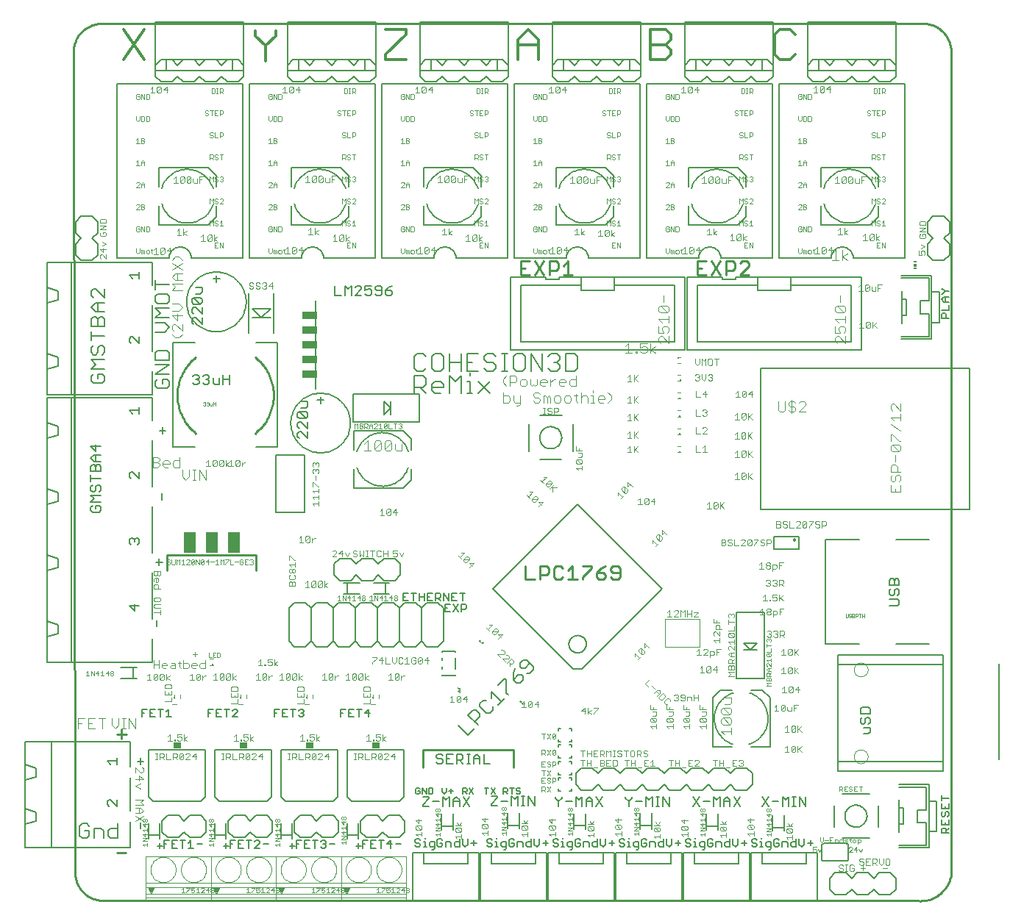
<source format=gto>
G75*
G70*
%OFA0B0*%
%FSLAX24Y24*%
%IPPOS*%
%LPD*%
%AMOC8*
5,1,8,0,0,1.08239X$1,22.5*
%
%ADD10C,0.0100*%
%ADD11C,0.0090*%
%ADD12C,0.0070*%
%ADD13C,0.0040*%
%ADD14C,0.0050*%
%ADD15C,0.0120*%
%ADD16C,0.0060*%
%ADD17C,0.0030*%
%ADD18C,0.0020*%
%ADD19C,0.0010*%
%ADD20C,0.0080*%
%ADD21R,0.0098X0.0089*%
%ADD22R,0.0660X0.0380*%
%ADD23R,0.0118X0.0059*%
%ADD24R,0.0118X0.0118*%
%ADD25C,0.0000*%
%ADD26R,0.0560X0.0980*%
%ADD27R,0.0340X0.0300*%
%ADD28R,0.0089X0.0098*%
D10*
X002393Y001821D02*
X002330Y038999D01*
X002331Y038998D02*
X002328Y039067D01*
X002329Y039135D01*
X002334Y039203D01*
X002343Y039271D01*
X002355Y039339D01*
X002371Y039405D01*
X002390Y039471D01*
X002413Y039535D01*
X002440Y039599D01*
X002470Y039660D01*
X002503Y039720D01*
X002539Y039778D01*
X002578Y039834D01*
X002621Y039888D01*
X002666Y039939D01*
X002714Y039988D01*
X002764Y040034D01*
X002817Y040078D01*
X002873Y040118D01*
X002930Y040156D01*
X002989Y040190D01*
X003050Y040221D01*
X003113Y040249D01*
X003177Y040273D01*
X003242Y040294D01*
X003308Y040311D01*
X003375Y040324D01*
X003443Y040334D01*
X003511Y040340D01*
X003511Y040341D02*
X040913Y040341D01*
X040983Y040333D01*
X041052Y040321D01*
X041121Y040306D01*
X041188Y040287D01*
X041255Y040264D01*
X041320Y040238D01*
X041384Y040208D01*
X041446Y040175D01*
X041506Y040138D01*
X041564Y040098D01*
X041619Y040056D01*
X041673Y040010D01*
X041724Y039961D01*
X041772Y039910D01*
X041817Y039856D01*
X041859Y039800D01*
X041898Y039741D01*
X041934Y039681D01*
X041967Y039619D01*
X041996Y039555D01*
X042022Y039489D01*
X042044Y039423D01*
X042062Y039355D01*
X042077Y039286D01*
X042088Y039217D01*
X042095Y039147D01*
X042099Y039077D01*
X042098Y039006D01*
X042094Y038936D01*
X042094Y001759D01*
X042095Y001759D02*
X042081Y001685D01*
X042063Y001613D01*
X042042Y001541D01*
X042016Y001471D01*
X041988Y001402D01*
X041955Y001334D01*
X041919Y001269D01*
X041880Y001205D01*
X041837Y001144D01*
X041792Y001085D01*
X041743Y001028D01*
X041691Y000974D01*
X041637Y000923D01*
X041580Y000874D01*
X041520Y000829D01*
X041459Y000787D01*
X041395Y000748D01*
X041329Y000712D01*
X041261Y000680D01*
X041192Y000652D01*
X041122Y000627D01*
X041050Y000606D01*
X040977Y000589D01*
X040904Y000576D01*
X040829Y000566D01*
X040755Y000561D01*
X040680Y000559D01*
X040605Y000561D01*
X040531Y000567D01*
X040457Y000577D01*
X040456Y000578D02*
X003699Y000578D01*
X003698Y000577D02*
X003629Y000578D01*
X003560Y000581D01*
X003492Y000589D01*
X003424Y000600D01*
X003356Y000615D01*
X003290Y000634D01*
X003224Y000656D01*
X003160Y000682D01*
X003098Y000711D01*
X003037Y000744D01*
X002978Y000779D01*
X002921Y000818D01*
X002866Y000860D01*
X002813Y000905D01*
X002763Y000953D01*
X002716Y001003D01*
X002671Y001056D01*
X002630Y001111D01*
X002591Y001168D01*
X002555Y001227D01*
X002523Y001288D01*
X002494Y001351D01*
X002469Y001415D01*
X002447Y001481D01*
X002429Y001547D01*
X002414Y001615D01*
X002403Y001683D01*
X002396Y001752D01*
X002392Y001821D01*
X006560Y015550D02*
X006560Y016250D01*
X010600Y016250D01*
X010600Y015550D01*
X007870Y021760D02*
X007787Y021828D01*
X007707Y021901D01*
X007631Y021977D01*
X007559Y022057D01*
X007491Y022141D01*
X007427Y022227D01*
X007367Y022317D01*
X007312Y022410D01*
X007261Y022505D01*
X007215Y022602D01*
X007174Y022702D01*
X007138Y022803D01*
X007106Y022906D01*
X007080Y023011D01*
X007059Y023117D01*
X007043Y023223D01*
X007033Y023330D01*
X007028Y023438D01*
X007028Y023546D01*
X007033Y023654D01*
X007043Y023761D01*
X007059Y023867D01*
X007080Y023973D01*
X007106Y024078D01*
X007138Y024181D01*
X007174Y024282D01*
X007215Y024382D01*
X007261Y024479D01*
X007312Y024574D01*
X007367Y024667D01*
X007427Y024757D01*
X007491Y024843D01*
X007559Y024927D01*
X007631Y025007D01*
X007707Y025083D01*
X007787Y025156D01*
X007870Y025224D01*
X010546Y025224D02*
X010629Y025156D01*
X010709Y025083D01*
X010785Y025007D01*
X010857Y024927D01*
X010925Y024843D01*
X010989Y024757D01*
X011049Y024667D01*
X011104Y024574D01*
X011155Y024479D01*
X011201Y024382D01*
X011242Y024282D01*
X011278Y024181D01*
X011310Y024078D01*
X011336Y023973D01*
X011357Y023867D01*
X011373Y023761D01*
X011383Y023654D01*
X011388Y023546D01*
X011388Y023438D01*
X011383Y023330D01*
X011373Y023223D01*
X011357Y023117D01*
X011336Y023011D01*
X011310Y022906D01*
X011278Y022803D01*
X011242Y022702D01*
X011201Y022602D01*
X011155Y022505D01*
X011104Y022410D01*
X011049Y022317D01*
X010989Y022227D01*
X010925Y022141D01*
X010857Y022057D01*
X010785Y021977D01*
X010709Y021901D01*
X010629Y021828D01*
X010546Y021760D01*
X018153Y007410D02*
X022247Y007410D01*
X022247Y006622D01*
X018153Y006622D02*
X018153Y007410D01*
D11*
X022806Y015137D02*
X023213Y015137D01*
X023451Y015137D02*
X023451Y015747D01*
X023756Y015747D01*
X023858Y015645D01*
X023858Y015442D01*
X023756Y015340D01*
X023451Y015340D01*
X022806Y015137D02*
X022806Y015747D01*
X024095Y015645D02*
X024095Y015238D01*
X024197Y015137D01*
X024400Y015137D01*
X024502Y015238D01*
X024740Y015137D02*
X025147Y015137D01*
X024943Y015137D02*
X024943Y015747D01*
X024740Y015544D01*
X024502Y015645D02*
X024400Y015747D01*
X024197Y015747D01*
X024095Y015645D01*
X025384Y015747D02*
X025791Y015747D01*
X025791Y015645D01*
X025384Y015238D01*
X025384Y015137D01*
X026029Y015238D02*
X026131Y015137D01*
X026334Y015137D01*
X026436Y015238D01*
X026436Y015340D01*
X026334Y015442D01*
X026029Y015442D01*
X026029Y015238D01*
X026029Y015442D02*
X026232Y015645D01*
X026436Y015747D01*
X026673Y015645D02*
X026673Y015544D01*
X026775Y015442D01*
X027080Y015442D01*
X027080Y015645D02*
X027080Y015238D01*
X026979Y015137D01*
X026775Y015137D01*
X026673Y015238D01*
X026673Y015645D02*
X026775Y015747D01*
X026979Y015747D01*
X027080Y015645D01*
X024931Y028953D02*
X024524Y028953D01*
X024727Y028953D02*
X024727Y029563D01*
X024524Y029360D01*
X024286Y029461D02*
X024286Y029258D01*
X024185Y029156D01*
X023879Y029156D01*
X023879Y028953D02*
X023879Y029563D01*
X024185Y029563D01*
X024286Y029461D01*
X023642Y029563D02*
X023235Y028953D01*
X022997Y028953D02*
X022590Y028953D01*
X022590Y029563D01*
X022997Y029563D01*
X023235Y029563D02*
X023642Y028953D01*
X022794Y029258D02*
X022590Y029258D01*
X030590Y029258D02*
X030794Y029258D01*
X030997Y029563D02*
X030590Y029563D01*
X030590Y028953D01*
X030997Y028953D01*
X031235Y028953D02*
X031642Y029563D01*
X031879Y029563D02*
X032185Y029563D01*
X032286Y029461D01*
X032286Y029258D01*
X032185Y029156D01*
X031879Y029156D01*
X031879Y028953D02*
X031879Y029563D01*
X031235Y029563D02*
X031642Y028953D01*
X032524Y028953D02*
X032931Y029360D01*
X032931Y029461D01*
X032829Y029563D01*
X032626Y029563D01*
X032524Y029461D01*
X032524Y028953D02*
X032931Y028953D01*
X004714Y008125D02*
X004307Y008125D01*
X004511Y007922D02*
X004511Y008329D01*
X004695Y002759D02*
X004288Y002759D01*
D12*
X005361Y003840D02*
X005361Y004127D01*
X005361Y006746D02*
X005361Y007033D01*
X005218Y006889D02*
X005505Y006889D01*
X006080Y012996D02*
X006080Y013283D01*
X006205Y015777D02*
X006205Y016064D01*
X006061Y015921D02*
X006348Y015921D01*
X006330Y018746D02*
X006330Y019033D01*
X006361Y021746D02*
X006361Y022033D01*
X006218Y021889D02*
X006505Y021889D01*
X007797Y023986D02*
X007725Y024058D01*
X007797Y023986D02*
X007940Y023986D01*
X008012Y024058D01*
X008012Y024129D01*
X007940Y024201D01*
X007869Y024201D01*
X007940Y024201D02*
X008012Y024273D01*
X008012Y024345D01*
X007940Y024416D01*
X007797Y024416D01*
X007725Y024345D01*
X008186Y024345D02*
X008257Y024416D01*
X008401Y024416D01*
X008473Y024345D01*
X008473Y024273D01*
X008401Y024201D01*
X008473Y024129D01*
X008473Y024058D01*
X008401Y023986D01*
X008257Y023986D01*
X008186Y024058D01*
X008329Y024201D02*
X008401Y024201D01*
X008646Y024273D02*
X008646Y024058D01*
X008718Y023986D01*
X008933Y023986D01*
X008933Y024273D01*
X009106Y024201D02*
X009393Y024201D01*
X009393Y024416D02*
X009393Y023986D01*
X009106Y023986D02*
X009106Y024416D01*
X014164Y028021D02*
X014451Y028021D01*
X014625Y028021D02*
X014625Y028452D01*
X014768Y028308D01*
X014912Y028452D01*
X014912Y028021D01*
X015085Y028021D02*
X015372Y028308D01*
X015372Y028380D01*
X015300Y028452D01*
X015157Y028452D01*
X015085Y028380D01*
X015085Y028021D02*
X015372Y028021D01*
X015545Y028093D02*
X015617Y028021D01*
X015761Y028021D01*
X015832Y028093D01*
X015832Y028237D01*
X015761Y028308D01*
X015689Y028308D01*
X015545Y028237D01*
X015545Y028452D01*
X015832Y028452D01*
X016006Y028380D02*
X016006Y028308D01*
X016078Y028237D01*
X016293Y028237D01*
X016293Y028380D02*
X016221Y028452D01*
X016078Y028452D01*
X016006Y028380D01*
X016293Y028380D02*
X016293Y028093D01*
X016221Y028021D01*
X016078Y028021D01*
X016006Y028093D01*
X016466Y028093D02*
X016466Y028237D01*
X016681Y028237D01*
X016753Y028165D01*
X016753Y028093D01*
X016681Y028021D01*
X016538Y028021D01*
X016466Y028093D01*
X016466Y028237D02*
X016610Y028380D01*
X016753Y028452D01*
X014164Y028452D02*
X014164Y028021D01*
X017771Y025240D02*
X017771Y024713D01*
X017903Y024581D01*
X018167Y024581D01*
X018298Y024713D01*
X018563Y024713D02*
X018695Y024581D01*
X018958Y024581D01*
X019090Y024713D01*
X019090Y025240D01*
X018958Y025372D01*
X018695Y025372D01*
X018563Y025240D01*
X018563Y024713D01*
X018167Y024372D02*
X018298Y024240D01*
X018298Y023977D01*
X018167Y023845D01*
X017771Y023845D01*
X017771Y023581D02*
X017771Y024372D01*
X018167Y024372D01*
X018035Y023845D02*
X018298Y023581D01*
X018563Y023713D02*
X018563Y023977D01*
X018695Y024108D01*
X018958Y024108D01*
X019090Y023977D01*
X019090Y023845D01*
X018563Y023845D01*
X018563Y023713D02*
X018695Y023581D01*
X018958Y023581D01*
X019355Y023581D02*
X019355Y024372D01*
X019619Y024108D01*
X019882Y024372D01*
X019882Y023581D01*
X020147Y023581D02*
X020410Y023581D01*
X020279Y023581D02*
X020279Y024108D01*
X020147Y024108D01*
X020279Y024372D02*
X020279Y024504D01*
X020147Y024581D02*
X020674Y024581D01*
X020939Y024713D02*
X021071Y024581D01*
X021334Y024581D01*
X021466Y024713D01*
X021466Y024845D01*
X021334Y024977D01*
X021071Y024977D01*
X020939Y025108D01*
X020939Y025240D01*
X021071Y025372D01*
X021334Y025372D01*
X021466Y025240D01*
X021731Y025372D02*
X021994Y025372D01*
X021862Y025372D02*
X021862Y024581D01*
X021731Y024581D02*
X021994Y024581D01*
X022259Y024713D02*
X022259Y025240D01*
X022390Y025372D01*
X022654Y025372D01*
X022786Y025240D01*
X022786Y024713D01*
X022654Y024581D01*
X022390Y024581D01*
X022259Y024713D01*
X023050Y024581D02*
X023050Y025372D01*
X023578Y024581D01*
X023578Y025372D01*
X023842Y025240D02*
X023974Y025372D01*
X024238Y025372D01*
X024369Y025240D01*
X024369Y025108D01*
X024238Y024977D01*
X024369Y024845D01*
X024369Y024713D01*
X024238Y024581D01*
X023974Y024581D01*
X023842Y024713D01*
X024106Y024977D02*
X024238Y024977D01*
X024634Y025372D02*
X024634Y024581D01*
X025030Y024581D01*
X025161Y024713D01*
X025161Y025240D01*
X025030Y025372D01*
X024634Y025372D01*
X021202Y024108D02*
X020675Y023581D01*
X020675Y024108D02*
X021202Y023581D01*
X020147Y024581D02*
X020147Y025372D01*
X020674Y025372D01*
X020410Y024977D02*
X020147Y024977D01*
X019882Y024977D02*
X019355Y024977D01*
X019355Y025372D02*
X019355Y024581D01*
X019882Y024581D02*
X019882Y025372D01*
X018298Y025240D02*
X018167Y025372D01*
X017903Y025372D01*
X017771Y025240D01*
X003745Y025103D02*
X003114Y025103D01*
X003325Y024893D01*
X003114Y024683D01*
X003745Y024683D01*
X003640Y024459D02*
X003430Y024459D01*
X003430Y024248D01*
X003220Y024038D02*
X003640Y024038D01*
X003745Y024143D01*
X003745Y024353D01*
X003640Y024459D01*
X003220Y024459D02*
X003114Y024353D01*
X003114Y024143D01*
X003220Y024038D01*
X003220Y025327D02*
X003325Y025327D01*
X003430Y025432D01*
X003430Y025643D01*
X003535Y025748D01*
X003640Y025748D01*
X003745Y025643D01*
X003745Y025432D01*
X003640Y025327D01*
X003220Y025327D02*
X003114Y025432D01*
X003114Y025643D01*
X003220Y025748D01*
X003114Y025972D02*
X003114Y026392D01*
X003114Y026182D02*
X003745Y026182D01*
X003745Y026616D02*
X003114Y026616D01*
X003114Y026932D01*
X003220Y027037D01*
X003325Y027037D01*
X003430Y026932D01*
X003430Y026616D01*
X003745Y026616D02*
X003745Y026932D01*
X003640Y027037D01*
X003535Y027037D01*
X003430Y026932D01*
X003430Y027261D02*
X003430Y027681D01*
X003325Y027681D02*
X003745Y027681D01*
X003745Y027905D02*
X003325Y028326D01*
X003220Y028326D01*
X003114Y028221D01*
X003114Y028011D01*
X003220Y027905D01*
X003325Y027681D02*
X003114Y027471D01*
X003325Y027261D01*
X003745Y027261D01*
X003745Y027905D02*
X003745Y028326D01*
X022325Y011102D02*
X022250Y010879D01*
X022250Y010581D01*
X022473Y010804D01*
X022622Y010804D01*
X022696Y010730D01*
X022696Y010581D01*
X022548Y010433D01*
X022399Y010433D01*
X022250Y010581D01*
X021943Y010571D02*
X021943Y009977D01*
X022018Y009903D01*
X021859Y009744D02*
X021562Y009447D01*
X021710Y009596D02*
X021265Y010041D01*
X021265Y009744D01*
X021032Y009660D02*
X020883Y009660D01*
X020735Y009511D01*
X020735Y009363D01*
X021032Y009065D01*
X021180Y009065D01*
X021329Y009214D01*
X021329Y009363D01*
X020725Y009056D02*
X020725Y008907D01*
X020502Y008684D01*
X020650Y008535D02*
X020204Y008981D01*
X020427Y009204D01*
X020576Y009204D01*
X020725Y009056D01*
X020492Y008377D02*
X020195Y008080D01*
X019749Y008525D01*
X019689Y007218D02*
X019904Y007218D01*
X019976Y007146D01*
X019976Y007002D01*
X019904Y006931D01*
X019689Y006931D01*
X019832Y006931D02*
X019976Y006787D01*
X020149Y006787D02*
X020293Y006787D01*
X020221Y006787D02*
X020221Y007218D01*
X020149Y007218D02*
X020293Y007218D01*
X020456Y007074D02*
X020456Y006787D01*
X020456Y007002D02*
X020743Y007002D01*
X020743Y007074D02*
X020743Y006787D01*
X020916Y006787D02*
X020916Y007218D01*
X020743Y007074D02*
X020599Y007218D01*
X020456Y007074D01*
X020916Y006787D02*
X021203Y006787D01*
X021250Y005308D02*
X021537Y005308D01*
X021537Y005237D01*
X021250Y004950D01*
X021250Y004878D01*
X021537Y004878D01*
X021711Y005093D02*
X021998Y005093D01*
X022171Y004878D02*
X022171Y005308D01*
X022315Y005165D01*
X022458Y005308D01*
X022458Y004878D01*
X022632Y004878D02*
X022775Y004878D01*
X022703Y004878D02*
X022703Y005308D01*
X022632Y005308D02*
X022775Y005308D01*
X022939Y005308D02*
X023225Y004878D01*
X023225Y005308D01*
X022939Y005308D02*
X022939Y004878D01*
X024166Y005205D02*
X024310Y005062D01*
X024310Y004847D01*
X024310Y005062D02*
X024453Y005205D01*
X024453Y005277D01*
X024627Y005062D02*
X024914Y005062D01*
X025087Y005277D02*
X025231Y005134D01*
X025374Y005277D01*
X025374Y004847D01*
X025548Y004847D02*
X025548Y005134D01*
X025691Y005277D01*
X025834Y005134D01*
X025834Y004847D01*
X026008Y004847D02*
X026295Y005277D01*
X026008Y005277D02*
X026295Y004847D01*
X025834Y005062D02*
X025548Y005062D01*
X025087Y004847D02*
X025087Y005277D01*
X024166Y005277D02*
X024166Y005205D01*
X027342Y005205D02*
X027486Y005062D01*
X027486Y004847D01*
X027486Y005062D02*
X027629Y005205D01*
X027629Y005277D01*
X027803Y005062D02*
X028090Y005062D01*
X028263Y005277D02*
X028407Y005134D01*
X028550Y005277D01*
X028550Y004847D01*
X028724Y004847D02*
X028867Y004847D01*
X028795Y004847D02*
X028795Y005277D01*
X028724Y005277D02*
X028867Y005277D01*
X029030Y005277D02*
X029317Y004847D01*
X029317Y005277D01*
X029030Y005277D02*
X029030Y004847D01*
X028263Y004847D02*
X028263Y005277D01*
X027342Y005277D02*
X027342Y005205D01*
X030406Y005277D02*
X030693Y004847D01*
X030866Y005062D02*
X031153Y005062D01*
X031327Y005277D02*
X031470Y005134D01*
X031613Y005277D01*
X031613Y004847D01*
X031787Y004847D02*
X031787Y005134D01*
X031930Y005277D01*
X032074Y005134D01*
X032074Y004847D01*
X032247Y004847D02*
X032534Y005277D01*
X032247Y005277D02*
X032534Y004847D01*
X032074Y005062D02*
X031787Y005062D01*
X031327Y004847D02*
X031327Y005277D01*
X030693Y005277D02*
X030406Y004847D01*
X033526Y004847D02*
X033812Y005277D01*
X033986Y005062D02*
X034273Y005062D01*
X034446Y005277D02*
X034590Y005134D01*
X034733Y005277D01*
X034733Y004847D01*
X034907Y004847D02*
X035050Y004847D01*
X034978Y004847D02*
X034978Y005277D01*
X034907Y005277D02*
X035050Y005277D01*
X035214Y005277D02*
X035501Y004847D01*
X035501Y005277D01*
X035214Y005277D02*
X035214Y004847D01*
X034446Y004847D02*
X034446Y005277D01*
X033812Y004847D02*
X033526Y005277D01*
X038126Y008128D02*
X038341Y008128D01*
X038413Y008199D01*
X038413Y008415D01*
X038126Y008415D01*
X038126Y008588D02*
X038198Y008660D01*
X038198Y008803D01*
X038270Y008875D01*
X038341Y008875D01*
X038413Y008803D01*
X038413Y008660D01*
X038341Y008588D01*
X038126Y008588D02*
X038054Y008588D01*
X037983Y008660D01*
X037983Y008803D01*
X038054Y008875D01*
X037983Y009049D02*
X037983Y009264D01*
X038054Y009335D01*
X038341Y009335D01*
X038413Y009264D01*
X038413Y009049D01*
X037983Y009049D01*
X041650Y005333D02*
X041650Y005113D01*
X041650Y005223D02*
X041980Y005223D01*
X041980Y004965D02*
X041980Y004745D01*
X041650Y004745D01*
X041650Y004965D01*
X041815Y004855D02*
X041815Y004745D01*
X041870Y004596D02*
X041925Y004596D01*
X041980Y004541D01*
X041980Y004431D01*
X041925Y004376D01*
X041815Y004431D02*
X041815Y004541D01*
X041870Y004596D01*
X041705Y004596D02*
X041650Y004541D01*
X041650Y004431D01*
X041705Y004376D01*
X041760Y004376D01*
X041815Y004431D01*
X041980Y004228D02*
X041980Y004008D01*
X041650Y004008D01*
X041650Y004228D01*
X041815Y004118D02*
X041815Y004008D01*
X041815Y003860D02*
X041870Y003805D01*
X041870Y003640D01*
X041870Y003750D02*
X041980Y003860D01*
X041815Y003860D02*
X041705Y003860D01*
X041650Y003805D01*
X041650Y003640D01*
X041980Y003640D01*
X039664Y013955D02*
X039306Y013955D01*
X039306Y014241D02*
X039664Y014241D01*
X039736Y014170D01*
X039736Y014026D01*
X039664Y013955D01*
X039664Y014415D02*
X039736Y014487D01*
X039736Y014630D01*
X039664Y014702D01*
X039592Y014702D01*
X039521Y014630D01*
X039521Y014487D01*
X039449Y014415D01*
X039377Y014415D01*
X039306Y014487D01*
X039306Y014630D01*
X039377Y014702D01*
X039306Y014875D02*
X039306Y015090D01*
X039377Y015162D01*
X039449Y015162D01*
X039521Y015090D01*
X039521Y014875D01*
X039736Y014875D02*
X039736Y015090D01*
X039664Y015162D01*
X039592Y015162D01*
X039521Y015090D01*
X039736Y014875D02*
X039306Y014875D01*
X041656Y026985D02*
X041656Y027150D01*
X041711Y027205D01*
X041821Y027205D01*
X041876Y027150D01*
X041876Y026985D01*
X041986Y026985D02*
X041656Y026985D01*
X041656Y027354D02*
X041986Y027354D01*
X041986Y027574D01*
X041986Y027722D02*
X041766Y027722D01*
X041656Y027832D01*
X041766Y027942D01*
X041986Y027942D01*
X041821Y027942D02*
X041821Y027722D01*
X041711Y028090D02*
X041821Y028200D01*
X041986Y028200D01*
X041821Y028200D02*
X041711Y028310D01*
X041656Y028310D01*
X041656Y028090D02*
X041711Y028090D01*
X023152Y011186D02*
X022855Y011483D01*
X022706Y011483D01*
X022558Y011334D01*
X022558Y011186D01*
X022632Y011111D01*
X022780Y011111D01*
X023003Y011334D01*
X023152Y011186D02*
X023152Y011037D01*
X023003Y010889D01*
X022855Y010889D01*
X021943Y010571D02*
X021869Y010646D01*
X021572Y010349D01*
X019689Y007218D02*
X019689Y006787D01*
X019515Y006787D02*
X019228Y006787D01*
X019228Y007218D01*
X019515Y007218D01*
X019372Y007002D02*
X019228Y007002D01*
X019055Y006931D02*
X019055Y006859D01*
X018983Y006787D01*
X018840Y006787D01*
X018768Y006859D01*
X018840Y007002D02*
X018983Y007002D01*
X019055Y006931D01*
X019055Y007146D02*
X018983Y007218D01*
X018840Y007218D01*
X018768Y007146D01*
X018768Y007074D01*
X018840Y007002D01*
X019066Y005277D02*
X019210Y005134D01*
X019353Y005277D01*
X019353Y004847D01*
X019527Y004847D02*
X019527Y005134D01*
X019670Y005277D01*
X019814Y005134D01*
X019814Y004847D01*
X019987Y004847D02*
X020274Y005277D01*
X019987Y005277D02*
X020274Y004847D01*
X019814Y005062D02*
X019527Y005062D01*
X019066Y004847D02*
X019066Y005277D01*
X018893Y005062D02*
X018606Y005062D01*
X018433Y005205D02*
X018146Y004918D01*
X018146Y004847D01*
X018433Y004847D01*
X018433Y005205D02*
X018433Y005277D01*
X018146Y005277D01*
D13*
X017961Y004272D02*
X017961Y004085D01*
X017821Y004225D01*
X018101Y004225D01*
X018055Y003978D02*
X018101Y003931D01*
X018101Y003837D01*
X018055Y003791D01*
X017868Y003978D01*
X018055Y003978D01*
X017868Y003978D02*
X017821Y003931D01*
X017821Y003837D01*
X017868Y003791D01*
X018055Y003791D01*
X018101Y003683D02*
X018101Y003496D01*
X018101Y003589D02*
X017821Y003589D01*
X017915Y003496D01*
X017406Y002581D02*
X014454Y002581D01*
X014454Y001379D01*
X014454Y001189D01*
X014454Y000869D01*
X014454Y000696D01*
X014454Y000578D01*
X017406Y000578D01*
X017406Y000696D01*
X017406Y000869D01*
X014454Y000869D01*
X014456Y000869D02*
X014456Y000696D01*
X011504Y000696D01*
X011504Y000869D01*
X014456Y000869D01*
X014456Y001189D01*
X014456Y001379D01*
X011504Y001379D01*
X011504Y001189D01*
X011504Y000869D01*
X011506Y000869D02*
X011506Y000696D01*
X008554Y000696D01*
X008554Y000869D01*
X011506Y000869D01*
X011506Y001189D01*
X011506Y001379D01*
X008554Y001379D01*
X008554Y001189D01*
X008554Y000869D01*
X008556Y000869D02*
X008556Y000696D01*
X005604Y000696D01*
X005604Y000869D01*
X008556Y000869D01*
X008556Y001189D01*
X008556Y001379D01*
X005604Y001379D01*
X005604Y001189D01*
X005604Y000869D01*
X005604Y000696D02*
X005604Y000578D01*
X008556Y000578D01*
X008556Y000696D01*
X008554Y000696D02*
X008554Y000578D01*
X011506Y000578D01*
X011506Y000696D01*
X011504Y000696D02*
X011504Y000578D01*
X014456Y000578D01*
X014456Y000696D01*
X014454Y000696D02*
X017406Y000696D01*
X017406Y000869D02*
X017406Y001189D01*
X017406Y001379D01*
X014454Y001379D01*
X014456Y001379D02*
X014456Y002581D01*
X011504Y002581D01*
X011504Y001379D01*
X011506Y001379D02*
X011506Y002581D01*
X008554Y002581D01*
X008554Y001379D01*
X008556Y001379D02*
X008556Y002581D01*
X005604Y002581D01*
X005604Y001379D01*
X005604Y001189D02*
X008556Y001189D01*
X008554Y001189D02*
X011506Y001189D01*
X011504Y001189D02*
X014456Y001189D01*
X014454Y001189D02*
X017406Y001189D01*
X017406Y001379D02*
X017406Y002581D01*
X017094Y002256D02*
X017091Y002253D01*
X016048Y001976D02*
X016050Y002023D01*
X016056Y002070D01*
X016065Y002116D01*
X016079Y002161D01*
X016096Y002205D01*
X016117Y002248D01*
X016141Y002288D01*
X016168Y002327D01*
X016199Y002363D01*
X016232Y002396D01*
X016268Y002427D01*
X016307Y002454D01*
X016347Y002478D01*
X016390Y002499D01*
X016434Y002516D01*
X016479Y002530D01*
X016525Y002539D01*
X016572Y002545D01*
X016619Y002547D01*
X016666Y002545D01*
X016713Y002539D01*
X016759Y002530D01*
X016804Y002516D01*
X016848Y002499D01*
X016891Y002478D01*
X016931Y002454D01*
X016970Y002427D01*
X017006Y002396D01*
X017039Y002363D01*
X017070Y002327D01*
X017097Y002288D01*
X017121Y002248D01*
X017142Y002205D01*
X017159Y002161D01*
X017173Y002116D01*
X017182Y002070D01*
X017188Y002023D01*
X017190Y001976D01*
X017188Y001929D01*
X017182Y001882D01*
X017173Y001836D01*
X017159Y001791D01*
X017142Y001747D01*
X017121Y001704D01*
X017097Y001664D01*
X017070Y001625D01*
X017039Y001589D01*
X017006Y001556D01*
X016970Y001525D01*
X016931Y001498D01*
X016891Y001474D01*
X016848Y001453D01*
X016804Y001436D01*
X016759Y001422D01*
X016713Y001413D01*
X016666Y001407D01*
X016619Y001405D01*
X016572Y001407D01*
X016525Y001413D01*
X016479Y001422D01*
X016434Y001436D01*
X016390Y001453D01*
X016347Y001474D01*
X016307Y001498D01*
X016268Y001525D01*
X016232Y001556D01*
X016199Y001589D01*
X016168Y001625D01*
X016141Y001664D01*
X016117Y001704D01*
X016096Y001747D01*
X016079Y001791D01*
X016065Y001836D01*
X016056Y001882D01*
X016050Y001929D01*
X016048Y001976D01*
X015716Y002256D02*
X015713Y002253D01*
X014670Y001976D02*
X014672Y002023D01*
X014678Y002070D01*
X014687Y002116D01*
X014701Y002161D01*
X014718Y002205D01*
X014739Y002248D01*
X014763Y002288D01*
X014790Y002327D01*
X014821Y002363D01*
X014854Y002396D01*
X014890Y002427D01*
X014929Y002454D01*
X014969Y002478D01*
X015012Y002499D01*
X015056Y002516D01*
X015101Y002530D01*
X015147Y002539D01*
X015194Y002545D01*
X015241Y002547D01*
X015288Y002545D01*
X015335Y002539D01*
X015381Y002530D01*
X015426Y002516D01*
X015470Y002499D01*
X015513Y002478D01*
X015553Y002454D01*
X015592Y002427D01*
X015628Y002396D01*
X015661Y002363D01*
X015692Y002327D01*
X015719Y002288D01*
X015743Y002248D01*
X015764Y002205D01*
X015781Y002161D01*
X015795Y002116D01*
X015804Y002070D01*
X015810Y002023D01*
X015812Y001976D01*
X015810Y001929D01*
X015804Y001882D01*
X015795Y001836D01*
X015781Y001791D01*
X015764Y001747D01*
X015743Y001704D01*
X015719Y001664D01*
X015692Y001625D01*
X015661Y001589D01*
X015628Y001556D01*
X015592Y001525D01*
X015553Y001498D01*
X015513Y001474D01*
X015470Y001453D01*
X015426Y001436D01*
X015381Y001422D01*
X015335Y001413D01*
X015288Y001407D01*
X015241Y001405D01*
X015194Y001407D01*
X015147Y001413D01*
X015101Y001422D01*
X015056Y001436D01*
X015012Y001453D01*
X014969Y001474D01*
X014929Y001498D01*
X014890Y001525D01*
X014854Y001556D01*
X014821Y001589D01*
X014790Y001625D01*
X014763Y001664D01*
X014739Y001704D01*
X014718Y001747D01*
X014701Y001791D01*
X014687Y001836D01*
X014678Y001882D01*
X014672Y001929D01*
X014670Y001976D01*
X014144Y002256D02*
X014141Y002253D01*
X013098Y001976D02*
X013100Y002023D01*
X013106Y002070D01*
X013115Y002116D01*
X013129Y002161D01*
X013146Y002205D01*
X013167Y002248D01*
X013191Y002288D01*
X013218Y002327D01*
X013249Y002363D01*
X013282Y002396D01*
X013318Y002427D01*
X013357Y002454D01*
X013397Y002478D01*
X013440Y002499D01*
X013484Y002516D01*
X013529Y002530D01*
X013575Y002539D01*
X013622Y002545D01*
X013669Y002547D01*
X013716Y002545D01*
X013763Y002539D01*
X013809Y002530D01*
X013854Y002516D01*
X013898Y002499D01*
X013941Y002478D01*
X013981Y002454D01*
X014020Y002427D01*
X014056Y002396D01*
X014089Y002363D01*
X014120Y002327D01*
X014147Y002288D01*
X014171Y002248D01*
X014192Y002205D01*
X014209Y002161D01*
X014223Y002116D01*
X014232Y002070D01*
X014238Y002023D01*
X014240Y001976D01*
X014238Y001929D01*
X014232Y001882D01*
X014223Y001836D01*
X014209Y001791D01*
X014192Y001747D01*
X014171Y001704D01*
X014147Y001664D01*
X014120Y001625D01*
X014089Y001589D01*
X014056Y001556D01*
X014020Y001525D01*
X013981Y001498D01*
X013941Y001474D01*
X013898Y001453D01*
X013854Y001436D01*
X013809Y001422D01*
X013763Y001413D01*
X013716Y001407D01*
X013669Y001405D01*
X013622Y001407D01*
X013575Y001413D01*
X013529Y001422D01*
X013484Y001436D01*
X013440Y001453D01*
X013397Y001474D01*
X013357Y001498D01*
X013318Y001525D01*
X013282Y001556D01*
X013249Y001589D01*
X013218Y001625D01*
X013191Y001664D01*
X013167Y001704D01*
X013146Y001747D01*
X013129Y001791D01*
X013115Y001836D01*
X013106Y001882D01*
X013100Y001929D01*
X013098Y001976D01*
X012766Y002256D02*
X012763Y002253D01*
X011720Y001976D02*
X011722Y002023D01*
X011728Y002070D01*
X011737Y002116D01*
X011751Y002161D01*
X011768Y002205D01*
X011789Y002248D01*
X011813Y002288D01*
X011840Y002327D01*
X011871Y002363D01*
X011904Y002396D01*
X011940Y002427D01*
X011979Y002454D01*
X012019Y002478D01*
X012062Y002499D01*
X012106Y002516D01*
X012151Y002530D01*
X012197Y002539D01*
X012244Y002545D01*
X012291Y002547D01*
X012338Y002545D01*
X012385Y002539D01*
X012431Y002530D01*
X012476Y002516D01*
X012520Y002499D01*
X012563Y002478D01*
X012603Y002454D01*
X012642Y002427D01*
X012678Y002396D01*
X012711Y002363D01*
X012742Y002327D01*
X012769Y002288D01*
X012793Y002248D01*
X012814Y002205D01*
X012831Y002161D01*
X012845Y002116D01*
X012854Y002070D01*
X012860Y002023D01*
X012862Y001976D01*
X012860Y001929D01*
X012854Y001882D01*
X012845Y001836D01*
X012831Y001791D01*
X012814Y001747D01*
X012793Y001704D01*
X012769Y001664D01*
X012742Y001625D01*
X012711Y001589D01*
X012678Y001556D01*
X012642Y001525D01*
X012603Y001498D01*
X012563Y001474D01*
X012520Y001453D01*
X012476Y001436D01*
X012431Y001422D01*
X012385Y001413D01*
X012338Y001407D01*
X012291Y001405D01*
X012244Y001407D01*
X012197Y001413D01*
X012151Y001422D01*
X012106Y001436D01*
X012062Y001453D01*
X012019Y001474D01*
X011979Y001498D01*
X011940Y001525D01*
X011904Y001556D01*
X011871Y001589D01*
X011840Y001625D01*
X011813Y001664D01*
X011789Y001704D01*
X011768Y001747D01*
X011751Y001791D01*
X011737Y001836D01*
X011728Y001882D01*
X011722Y001929D01*
X011720Y001976D01*
X011194Y002256D02*
X011191Y002253D01*
X010148Y001976D02*
X010150Y002023D01*
X010156Y002070D01*
X010165Y002116D01*
X010179Y002161D01*
X010196Y002205D01*
X010217Y002248D01*
X010241Y002288D01*
X010268Y002327D01*
X010299Y002363D01*
X010332Y002396D01*
X010368Y002427D01*
X010407Y002454D01*
X010447Y002478D01*
X010490Y002499D01*
X010534Y002516D01*
X010579Y002530D01*
X010625Y002539D01*
X010672Y002545D01*
X010719Y002547D01*
X010766Y002545D01*
X010813Y002539D01*
X010859Y002530D01*
X010904Y002516D01*
X010948Y002499D01*
X010991Y002478D01*
X011031Y002454D01*
X011070Y002427D01*
X011106Y002396D01*
X011139Y002363D01*
X011170Y002327D01*
X011197Y002288D01*
X011221Y002248D01*
X011242Y002205D01*
X011259Y002161D01*
X011273Y002116D01*
X011282Y002070D01*
X011288Y002023D01*
X011290Y001976D01*
X011288Y001929D01*
X011282Y001882D01*
X011273Y001836D01*
X011259Y001791D01*
X011242Y001747D01*
X011221Y001704D01*
X011197Y001664D01*
X011170Y001625D01*
X011139Y001589D01*
X011106Y001556D01*
X011070Y001525D01*
X011031Y001498D01*
X010991Y001474D01*
X010948Y001453D01*
X010904Y001436D01*
X010859Y001422D01*
X010813Y001413D01*
X010766Y001407D01*
X010719Y001405D01*
X010672Y001407D01*
X010625Y001413D01*
X010579Y001422D01*
X010534Y001436D01*
X010490Y001453D01*
X010447Y001474D01*
X010407Y001498D01*
X010368Y001525D01*
X010332Y001556D01*
X010299Y001589D01*
X010268Y001625D01*
X010241Y001664D01*
X010217Y001704D01*
X010196Y001747D01*
X010179Y001791D01*
X010165Y001836D01*
X010156Y001882D01*
X010150Y001929D01*
X010148Y001976D01*
X009816Y002256D02*
X009813Y002253D01*
X008770Y001976D02*
X008772Y002023D01*
X008778Y002070D01*
X008787Y002116D01*
X008801Y002161D01*
X008818Y002205D01*
X008839Y002248D01*
X008863Y002288D01*
X008890Y002327D01*
X008921Y002363D01*
X008954Y002396D01*
X008990Y002427D01*
X009029Y002454D01*
X009069Y002478D01*
X009112Y002499D01*
X009156Y002516D01*
X009201Y002530D01*
X009247Y002539D01*
X009294Y002545D01*
X009341Y002547D01*
X009388Y002545D01*
X009435Y002539D01*
X009481Y002530D01*
X009526Y002516D01*
X009570Y002499D01*
X009613Y002478D01*
X009653Y002454D01*
X009692Y002427D01*
X009728Y002396D01*
X009761Y002363D01*
X009792Y002327D01*
X009819Y002288D01*
X009843Y002248D01*
X009864Y002205D01*
X009881Y002161D01*
X009895Y002116D01*
X009904Y002070D01*
X009910Y002023D01*
X009912Y001976D01*
X009910Y001929D01*
X009904Y001882D01*
X009895Y001836D01*
X009881Y001791D01*
X009864Y001747D01*
X009843Y001704D01*
X009819Y001664D01*
X009792Y001625D01*
X009761Y001589D01*
X009728Y001556D01*
X009692Y001525D01*
X009653Y001498D01*
X009613Y001474D01*
X009570Y001453D01*
X009526Y001436D01*
X009481Y001422D01*
X009435Y001413D01*
X009388Y001407D01*
X009341Y001405D01*
X009294Y001407D01*
X009247Y001413D01*
X009201Y001422D01*
X009156Y001436D01*
X009112Y001453D01*
X009069Y001474D01*
X009029Y001498D01*
X008990Y001525D01*
X008954Y001556D01*
X008921Y001589D01*
X008890Y001625D01*
X008863Y001664D01*
X008839Y001704D01*
X008818Y001747D01*
X008801Y001791D01*
X008787Y001836D01*
X008778Y001882D01*
X008772Y001929D01*
X008770Y001976D01*
X008244Y002256D02*
X008241Y002253D01*
X007198Y001976D02*
X007200Y002023D01*
X007206Y002070D01*
X007215Y002116D01*
X007229Y002161D01*
X007246Y002205D01*
X007267Y002248D01*
X007291Y002288D01*
X007318Y002327D01*
X007349Y002363D01*
X007382Y002396D01*
X007418Y002427D01*
X007457Y002454D01*
X007497Y002478D01*
X007540Y002499D01*
X007584Y002516D01*
X007629Y002530D01*
X007675Y002539D01*
X007722Y002545D01*
X007769Y002547D01*
X007816Y002545D01*
X007863Y002539D01*
X007909Y002530D01*
X007954Y002516D01*
X007998Y002499D01*
X008041Y002478D01*
X008081Y002454D01*
X008120Y002427D01*
X008156Y002396D01*
X008189Y002363D01*
X008220Y002327D01*
X008247Y002288D01*
X008271Y002248D01*
X008292Y002205D01*
X008309Y002161D01*
X008323Y002116D01*
X008332Y002070D01*
X008338Y002023D01*
X008340Y001976D01*
X008338Y001929D01*
X008332Y001882D01*
X008323Y001836D01*
X008309Y001791D01*
X008292Y001747D01*
X008271Y001704D01*
X008247Y001664D01*
X008220Y001625D01*
X008189Y001589D01*
X008156Y001556D01*
X008120Y001525D01*
X008081Y001498D01*
X008041Y001474D01*
X007998Y001453D01*
X007954Y001436D01*
X007909Y001422D01*
X007863Y001413D01*
X007816Y001407D01*
X007769Y001405D01*
X007722Y001407D01*
X007675Y001413D01*
X007629Y001422D01*
X007584Y001436D01*
X007540Y001453D01*
X007497Y001474D01*
X007457Y001498D01*
X007418Y001525D01*
X007382Y001556D01*
X007349Y001589D01*
X007318Y001625D01*
X007291Y001664D01*
X007267Y001704D01*
X007246Y001747D01*
X007229Y001791D01*
X007215Y001836D01*
X007206Y001882D01*
X007200Y001929D01*
X007198Y001976D01*
X006866Y002256D02*
X006863Y002253D01*
X005820Y001976D02*
X005822Y002023D01*
X005828Y002070D01*
X005837Y002116D01*
X005851Y002161D01*
X005868Y002205D01*
X005889Y002248D01*
X005913Y002288D01*
X005940Y002327D01*
X005971Y002363D01*
X006004Y002396D01*
X006040Y002427D01*
X006079Y002454D01*
X006119Y002478D01*
X006162Y002499D01*
X006206Y002516D01*
X006251Y002530D01*
X006297Y002539D01*
X006344Y002545D01*
X006391Y002547D01*
X006438Y002545D01*
X006485Y002539D01*
X006531Y002530D01*
X006576Y002516D01*
X006620Y002499D01*
X006663Y002478D01*
X006703Y002454D01*
X006742Y002427D01*
X006778Y002396D01*
X006811Y002363D01*
X006842Y002327D01*
X006869Y002288D01*
X006893Y002248D01*
X006914Y002205D01*
X006931Y002161D01*
X006945Y002116D01*
X006954Y002070D01*
X006960Y002023D01*
X006962Y001976D01*
X006960Y001929D01*
X006954Y001882D01*
X006945Y001836D01*
X006931Y001791D01*
X006914Y001747D01*
X006893Y001704D01*
X006869Y001664D01*
X006842Y001625D01*
X006811Y001589D01*
X006778Y001556D01*
X006742Y001525D01*
X006703Y001498D01*
X006663Y001474D01*
X006620Y001453D01*
X006576Y001436D01*
X006531Y001422D01*
X006485Y001413D01*
X006438Y001407D01*
X006391Y001405D01*
X006344Y001407D01*
X006297Y001413D01*
X006251Y001422D01*
X006206Y001436D01*
X006162Y001453D01*
X006119Y001474D01*
X006079Y001498D01*
X006040Y001525D01*
X006004Y001556D01*
X005971Y001589D01*
X005940Y001625D01*
X005913Y001664D01*
X005889Y001704D01*
X005868Y001747D01*
X005851Y001791D01*
X005837Y001836D01*
X005828Y001882D01*
X005822Y001929D01*
X005820Y001976D01*
X005714Y001140D02*
X005964Y001140D01*
X005839Y000890D01*
X005714Y001140D01*
X005726Y001117D02*
X005952Y001117D01*
X005933Y001078D02*
X005745Y001078D01*
X005764Y001040D02*
X005914Y001040D01*
X005894Y001001D02*
X005783Y001001D01*
X005803Y000963D02*
X005875Y000963D01*
X005856Y000924D02*
X005822Y000924D01*
X008664Y001140D02*
X008914Y001140D01*
X008789Y000890D01*
X008664Y001140D01*
X008676Y001117D02*
X008902Y001117D01*
X008883Y001078D02*
X008695Y001078D01*
X008714Y001040D02*
X008864Y001040D01*
X008844Y001001D02*
X008733Y001001D01*
X008753Y000963D02*
X008825Y000963D01*
X008806Y000924D02*
X008772Y000924D01*
X011614Y001140D02*
X011864Y001140D01*
X011739Y000890D01*
X011614Y001140D01*
X011626Y001117D02*
X011852Y001117D01*
X011833Y001078D02*
X011645Y001078D01*
X011664Y001040D02*
X011814Y001040D01*
X011794Y001001D02*
X011683Y001001D01*
X011703Y000963D02*
X011775Y000963D01*
X011756Y000924D02*
X011722Y000924D01*
X014564Y001140D02*
X014814Y001140D01*
X014689Y000890D01*
X014564Y001140D01*
X014576Y001117D02*
X014802Y001117D01*
X014783Y001078D02*
X014595Y001078D01*
X014614Y001040D02*
X014764Y001040D01*
X014744Y001001D02*
X014633Y001001D01*
X014653Y000963D02*
X014725Y000963D01*
X014706Y000924D02*
X014672Y000924D01*
X019616Y003482D02*
X019896Y003482D01*
X019896Y003575D02*
X019896Y003388D01*
X019710Y003388D02*
X019616Y003482D01*
X019663Y003683D02*
X019616Y003730D01*
X019616Y003823D01*
X019663Y003870D01*
X019850Y003683D01*
X019896Y003730D01*
X019896Y003823D01*
X019850Y003870D01*
X019663Y003870D01*
X019616Y003978D02*
X019896Y003978D01*
X019803Y003978D02*
X019710Y004118D01*
X019803Y003978D02*
X019896Y004118D01*
X019850Y003683D02*
X019663Y003683D01*
X020821Y003639D02*
X021101Y003639D01*
X021101Y003546D02*
X021101Y003733D01*
X021055Y003841D02*
X020868Y004028D01*
X021055Y004028D01*
X021101Y003981D01*
X021101Y003887D01*
X021055Y003841D01*
X020868Y003841D01*
X020821Y003887D01*
X020821Y003981D01*
X020868Y004028D01*
X020961Y004135D02*
X020821Y004275D01*
X021101Y004275D01*
X020961Y004322D02*
X020961Y004135D01*
X020821Y003639D02*
X020915Y003546D01*
X022624Y003577D02*
X022904Y003577D01*
X022904Y003484D02*
X022904Y003671D01*
X022858Y003778D02*
X022671Y003965D01*
X022858Y003965D01*
X022904Y003919D01*
X022904Y003825D01*
X022858Y003778D01*
X022671Y003778D01*
X022624Y003825D01*
X022624Y003919D01*
X022671Y003965D01*
X022624Y004073D02*
X022904Y004073D01*
X022811Y004073D02*
X022717Y004213D01*
X022811Y004073D02*
X022904Y004213D01*
X022624Y003577D02*
X022717Y003484D01*
X023871Y003593D02*
X024151Y003593D01*
X024151Y003500D02*
X024151Y003687D01*
X024105Y003794D02*
X023918Y003981D01*
X024105Y003981D01*
X024151Y003935D01*
X024151Y003841D01*
X024105Y003794D01*
X023918Y003794D01*
X023871Y003841D01*
X023871Y003935D01*
X023918Y003981D01*
X024011Y004089D02*
X023871Y004229D01*
X024151Y004229D01*
X024011Y004276D02*
X024011Y004089D01*
X023871Y003593D02*
X023965Y003500D01*
X025624Y003558D02*
X025904Y003558D01*
X025904Y003465D02*
X025904Y003652D01*
X025858Y003760D02*
X025671Y003946D01*
X025858Y003946D01*
X025904Y003900D01*
X025904Y003806D01*
X025858Y003760D01*
X025671Y003760D01*
X025624Y003806D01*
X025624Y003900D01*
X025671Y003946D01*
X025624Y004054D02*
X025904Y004054D01*
X025811Y004054D02*
X025717Y004194D01*
X025811Y004054D02*
X025904Y004194D01*
X025624Y003558D02*
X025717Y003465D01*
X026871Y003613D02*
X027151Y003613D01*
X027151Y003706D02*
X027151Y003519D01*
X026965Y003519D02*
X026871Y003613D01*
X026918Y003814D02*
X026871Y003861D01*
X026871Y003954D01*
X026918Y004001D01*
X027105Y003814D01*
X027151Y003861D01*
X027151Y003954D01*
X027105Y004001D01*
X026918Y004001D01*
X027011Y004109D02*
X027011Y004295D01*
X026871Y004249D02*
X027011Y004109D01*
X027151Y004249D02*
X026871Y004249D01*
X026918Y003814D02*
X027105Y003814D01*
X028616Y003836D02*
X028663Y003882D01*
X028850Y003696D01*
X028896Y003742D01*
X028896Y003836D01*
X028850Y003882D01*
X028663Y003882D01*
X028616Y003836D02*
X028616Y003742D01*
X028663Y003696D01*
X028850Y003696D01*
X028896Y003588D02*
X028896Y003401D01*
X028896Y003494D02*
X028616Y003494D01*
X028710Y003401D01*
X028803Y003990D02*
X028710Y004130D01*
X028803Y003990D02*
X028896Y004130D01*
X028896Y003990D02*
X028616Y003990D01*
X029871Y003912D02*
X029918Y003959D01*
X030105Y003772D01*
X030151Y003819D01*
X030151Y003912D01*
X030105Y003959D01*
X029918Y003959D01*
X029871Y003912D02*
X029871Y003819D01*
X029918Y003772D01*
X030105Y003772D01*
X030151Y003664D02*
X030151Y003477D01*
X030151Y003571D02*
X029871Y003571D01*
X029965Y003477D01*
X030011Y004067D02*
X030011Y004253D01*
X029871Y004207D02*
X030011Y004067D01*
X030151Y004207D02*
X029871Y004207D01*
X031616Y004031D02*
X031896Y004031D01*
X031803Y004031D02*
X031710Y004171D01*
X031803Y004031D02*
X031896Y004171D01*
X031850Y003923D02*
X031896Y003876D01*
X031896Y003783D01*
X031850Y003736D01*
X031663Y003923D01*
X031850Y003923D01*
X031850Y003736D02*
X031663Y003736D01*
X031616Y003783D01*
X031616Y003876D01*
X031663Y003923D01*
X031896Y003628D02*
X031896Y003442D01*
X031896Y003535D02*
X031616Y003535D01*
X031710Y003442D01*
X032871Y003618D02*
X033151Y003618D01*
X033151Y003525D02*
X033151Y003712D01*
X033105Y003819D02*
X032918Y004006D01*
X033105Y004006D01*
X033151Y003960D01*
X033151Y003866D01*
X033105Y003819D01*
X032918Y003819D01*
X032871Y003866D01*
X032871Y003960D01*
X032918Y004006D01*
X033011Y004114D02*
X033011Y004301D01*
X032871Y004254D02*
X033011Y004114D01*
X033151Y004254D02*
X032871Y004254D01*
X032871Y003618D02*
X032965Y003525D01*
X034616Y003447D02*
X034896Y003447D01*
X034896Y003354D02*
X034896Y003541D01*
X034850Y003649D02*
X034663Y003836D01*
X034850Y003836D01*
X034896Y003789D01*
X034896Y003695D01*
X034850Y003649D01*
X034663Y003649D01*
X034616Y003695D01*
X034616Y003789D01*
X034663Y003836D01*
X034616Y003943D02*
X034896Y003943D01*
X034803Y003943D02*
X034710Y004083D01*
X034803Y003943D02*
X034896Y004083D01*
X034616Y003447D02*
X034710Y003354D01*
X037035Y005554D02*
X037035Y005754D01*
X037135Y005754D01*
X037168Y005721D01*
X037168Y005654D01*
X037135Y005620D01*
X037035Y005620D01*
X037102Y005620D02*
X037168Y005554D01*
X037256Y005554D02*
X037389Y005554D01*
X037477Y005587D02*
X037510Y005554D01*
X037577Y005554D01*
X037610Y005587D01*
X037610Y005620D01*
X037577Y005654D01*
X037510Y005654D01*
X037477Y005687D01*
X037477Y005721D01*
X037510Y005754D01*
X037577Y005754D01*
X037610Y005721D01*
X037698Y005754D02*
X037698Y005554D01*
X037831Y005554D01*
X037765Y005654D02*
X037698Y005654D01*
X037698Y005754D02*
X037831Y005754D01*
X037919Y005754D02*
X038052Y005754D01*
X037986Y005754D02*
X037986Y005554D01*
X037389Y005754D02*
X037256Y005754D01*
X037256Y005554D01*
X037256Y005654D02*
X037323Y005654D01*
X035331Y007309D02*
X035191Y007449D01*
X035144Y007403D02*
X035331Y007589D01*
X035144Y007589D02*
X035144Y007309D01*
X035036Y007356D02*
X034989Y007309D01*
X034896Y007309D01*
X034849Y007356D01*
X035036Y007543D01*
X035036Y007356D01*
X034849Y007356D02*
X034849Y007543D01*
X034896Y007589D01*
X034989Y007589D01*
X035036Y007543D01*
X034742Y007309D02*
X034555Y007309D01*
X034648Y007309D02*
X034648Y007589D01*
X034555Y007496D01*
X034555Y008215D02*
X034742Y008215D01*
X034648Y008215D02*
X034648Y008495D01*
X034555Y008401D01*
X034849Y008448D02*
X034896Y008495D01*
X034989Y008495D01*
X035036Y008448D01*
X034849Y008261D01*
X034896Y008215D01*
X034989Y008215D01*
X035036Y008261D01*
X035036Y008448D01*
X035144Y008495D02*
X035144Y008215D01*
X035144Y008308D02*
X035331Y008495D01*
X035191Y008355D02*
X035331Y008215D01*
X034849Y008261D02*
X034849Y008448D01*
X034861Y009171D02*
X034861Y009358D01*
X034969Y009311D02*
X035062Y009311D01*
X034969Y009171D02*
X034969Y009451D01*
X035156Y009451D01*
X034861Y009171D02*
X034721Y009171D01*
X034674Y009217D01*
X034674Y009358D01*
X034566Y009404D02*
X034379Y009217D01*
X034426Y009171D01*
X034520Y009171D01*
X034566Y009217D01*
X034566Y009404D01*
X034520Y009451D01*
X034426Y009451D01*
X034379Y009404D01*
X034379Y009217D01*
X034272Y009171D02*
X034085Y009171D01*
X034178Y009171D02*
X034178Y009451D01*
X034085Y009358D01*
X034437Y010003D02*
X034623Y010003D01*
X034530Y010003D02*
X034530Y010283D01*
X034437Y010189D01*
X034731Y010236D02*
X034731Y010049D01*
X034918Y010236D01*
X034918Y010049D01*
X034871Y010003D01*
X034778Y010003D01*
X034731Y010049D01*
X034731Y010236D02*
X034778Y010283D01*
X034871Y010283D01*
X034918Y010236D01*
X035026Y010143D02*
X035213Y010143D01*
X035166Y010003D02*
X035166Y010283D01*
X035026Y010143D01*
X034987Y010869D02*
X034987Y011149D01*
X034879Y011102D02*
X034692Y010915D01*
X034739Y010869D01*
X034832Y010869D01*
X034879Y010915D01*
X034879Y011102D01*
X034832Y011149D01*
X034739Y011149D01*
X034692Y011102D01*
X034692Y010915D01*
X034584Y010869D02*
X034397Y010869D01*
X034491Y010869D02*
X034491Y011149D01*
X034397Y011055D01*
X034987Y010962D02*
X035173Y011149D01*
X035033Y011009D02*
X035173Y010869D01*
X035173Y011695D02*
X035033Y011836D01*
X034987Y011789D02*
X035173Y011976D01*
X034987Y011976D02*
X034987Y011695D01*
X034879Y011742D02*
X034832Y011695D01*
X034739Y011695D01*
X034692Y011742D01*
X034879Y011929D01*
X034879Y011742D01*
X034879Y011929D02*
X034832Y011976D01*
X034739Y011976D01*
X034692Y011929D01*
X034692Y011742D01*
X034584Y011695D02*
X034397Y011695D01*
X034491Y011695D02*
X034491Y011976D01*
X034397Y011882D01*
X032271Y011929D02*
X032084Y012116D01*
X032037Y012116D01*
X031990Y012069D01*
X031990Y011976D01*
X032037Y011929D01*
X032084Y011821D02*
X032271Y011821D01*
X032271Y011929D02*
X032271Y012116D01*
X032271Y012224D02*
X032271Y012411D01*
X032271Y012317D02*
X031990Y012317D01*
X032084Y012224D01*
X032037Y012518D02*
X031990Y012565D01*
X031990Y012659D01*
X032037Y012705D01*
X032224Y012518D01*
X032271Y012565D01*
X032271Y012659D01*
X032224Y012705D01*
X032037Y012705D01*
X031990Y012813D02*
X032271Y012813D01*
X032271Y013000D01*
X032271Y013201D02*
X031990Y013201D01*
X031990Y013108D02*
X031990Y013295D01*
X032037Y013402D02*
X031990Y013449D01*
X031990Y013543D01*
X032037Y013589D01*
X032084Y013589D01*
X032131Y013543D01*
X032177Y013589D01*
X032224Y013589D01*
X032271Y013543D01*
X032271Y013449D01*
X032224Y013402D01*
X032131Y013496D02*
X032131Y013543D01*
X031601Y013170D02*
X031321Y013170D01*
X031321Y013357D01*
X031461Y013263D02*
X031461Y013170D01*
X031461Y013062D02*
X031555Y013062D01*
X031601Y013015D01*
X031601Y012875D01*
X031695Y012875D02*
X031415Y012875D01*
X031415Y013015D01*
X031461Y013062D01*
X031415Y012767D02*
X031368Y012767D01*
X031321Y012721D01*
X031321Y012627D01*
X031368Y012581D01*
X031415Y012767D02*
X031601Y012581D01*
X031601Y012767D01*
X031601Y012473D02*
X031601Y012286D01*
X031601Y012379D02*
X031321Y012379D01*
X031415Y012286D01*
X031462Y011976D02*
X031649Y011976D01*
X031556Y011836D02*
X031462Y011836D01*
X031354Y011836D02*
X031354Y011742D01*
X031308Y011695D01*
X031168Y011695D01*
X031168Y011602D02*
X031168Y011882D01*
X031308Y011882D01*
X031354Y011836D01*
X031462Y011976D02*
X031462Y011695D01*
X031060Y011695D02*
X030873Y011695D01*
X031060Y011882D01*
X031060Y011929D01*
X031013Y011976D01*
X030920Y011976D01*
X030873Y011929D01*
X030672Y011976D02*
X030672Y011695D01*
X030765Y011695D02*
X030578Y011695D01*
X030578Y011882D02*
X030672Y011976D01*
X030688Y012075D02*
X029141Y012075D01*
X029140Y012082D02*
X029140Y013332D01*
X029141Y013338D02*
X030688Y013338D01*
X030690Y013332D02*
X030690Y012082D01*
X031990Y011728D02*
X032084Y011821D01*
X032131Y011821D02*
X032131Y011635D01*
X032084Y011635D02*
X031990Y011728D01*
X032084Y011635D02*
X032271Y011635D01*
X032271Y011527D02*
X032177Y011433D01*
X032177Y011480D02*
X032177Y011340D01*
X032271Y011340D02*
X031990Y011340D01*
X031990Y011480D01*
X032037Y011527D01*
X032131Y011527D01*
X032177Y011480D01*
X032177Y011232D02*
X032224Y011232D01*
X032271Y011185D01*
X032271Y011045D01*
X031990Y011045D01*
X031990Y011185D01*
X032037Y011232D01*
X032084Y011232D01*
X032131Y011185D01*
X032131Y011045D01*
X032131Y011185D02*
X032177Y011232D01*
X032271Y010937D02*
X031990Y010937D01*
X032084Y010844D01*
X031990Y010751D01*
X032271Y010751D01*
X032133Y009787D02*
X031826Y009787D01*
X031826Y009480D02*
X032056Y009480D01*
X032133Y009557D01*
X032133Y009787D01*
X032056Y009327D02*
X031750Y009327D01*
X032056Y009020D01*
X032133Y009097D01*
X032133Y009250D01*
X032056Y009327D01*
X031750Y009327D02*
X031673Y009250D01*
X031673Y009097D01*
X031750Y009020D01*
X032056Y009020D01*
X032056Y008866D02*
X031750Y008866D01*
X032056Y008559D01*
X032133Y008636D01*
X032133Y008790D01*
X032056Y008866D01*
X031750Y008866D02*
X031673Y008790D01*
X031673Y008636D01*
X031750Y008559D01*
X032056Y008559D01*
X032133Y008406D02*
X032133Y008099D01*
X032133Y008253D02*
X031673Y008253D01*
X031826Y008099D01*
X031778Y006952D02*
X031778Y006672D01*
X031886Y006625D02*
X032073Y006625D01*
X032181Y006672D02*
X032367Y006672D01*
X032475Y006718D02*
X032522Y006672D01*
X032615Y006672D01*
X032662Y006718D01*
X032662Y006765D01*
X032615Y006812D01*
X032569Y006812D01*
X032615Y006812D02*
X032662Y006858D01*
X032662Y006905D01*
X032615Y006952D01*
X032522Y006952D01*
X032475Y006905D01*
X032367Y006952D02*
X032181Y006952D01*
X032181Y006672D01*
X032181Y006812D02*
X032274Y006812D01*
X031778Y006812D02*
X031591Y006812D01*
X031591Y006672D02*
X031591Y006952D01*
X031483Y006952D02*
X031297Y006952D01*
X031390Y006952D02*
X031390Y006672D01*
X030662Y006672D02*
X030475Y006672D01*
X030662Y006858D01*
X030662Y006905D01*
X030615Y006952D01*
X030522Y006952D01*
X030475Y006905D01*
X030367Y006952D02*
X030181Y006952D01*
X030181Y006672D01*
X030367Y006672D01*
X030274Y006812D02*
X030181Y006812D01*
X030073Y006625D02*
X029886Y006625D01*
X029778Y006672D02*
X029778Y006952D01*
X029778Y006812D02*
X029591Y006812D01*
X029591Y006672D02*
X029591Y006952D01*
X029483Y006952D02*
X029297Y006952D01*
X029390Y006952D02*
X029390Y006672D01*
X028662Y006672D02*
X028475Y006672D01*
X028569Y006672D02*
X028569Y006952D01*
X028475Y006858D01*
X028367Y006952D02*
X028181Y006952D01*
X028181Y006672D01*
X028367Y006672D01*
X028274Y006812D02*
X028181Y006812D01*
X028073Y006625D02*
X027886Y006625D01*
X027778Y006672D02*
X027778Y006952D01*
X027778Y006812D02*
X027591Y006812D01*
X027591Y006672D02*
X027591Y006952D01*
X027483Y006952D02*
X027297Y006952D01*
X027390Y006952D02*
X027390Y006672D01*
X026957Y006718D02*
X026957Y006905D01*
X026910Y006952D01*
X026770Y006952D01*
X026770Y006672D01*
X026910Y006672D01*
X026957Y006718D01*
X026662Y006672D02*
X026475Y006672D01*
X026475Y006952D01*
X026662Y006952D01*
X026665Y007111D02*
X026665Y007391D01*
X026571Y007297D01*
X026478Y007391D01*
X026478Y007111D01*
X026370Y007111D02*
X026277Y007204D01*
X026323Y007204D02*
X026183Y007204D01*
X026183Y007111D02*
X026183Y007391D01*
X026323Y007391D01*
X026370Y007344D01*
X026370Y007251D01*
X026323Y007204D01*
X026321Y006952D02*
X026367Y006905D01*
X026367Y006858D01*
X026321Y006812D01*
X026181Y006812D01*
X026321Y006812D02*
X026367Y006765D01*
X026367Y006718D01*
X026321Y006672D01*
X026181Y006672D01*
X026181Y006952D01*
X026321Y006952D01*
X026475Y006812D02*
X026569Y006812D01*
X026773Y007111D02*
X026866Y007111D01*
X026819Y007111D02*
X026819Y007391D01*
X026773Y007391D02*
X026866Y007391D01*
X026969Y007344D02*
X026969Y007297D01*
X027016Y007251D01*
X027109Y007251D01*
X027156Y007204D01*
X027156Y007157D01*
X027109Y007111D01*
X027016Y007111D01*
X026969Y007157D01*
X026969Y007344D02*
X027016Y007391D01*
X027109Y007391D01*
X027156Y007344D01*
X027264Y007391D02*
X027450Y007391D01*
X027357Y007391D02*
X027357Y007111D01*
X027558Y007157D02*
X027558Y007344D01*
X027605Y007391D01*
X027698Y007391D01*
X027745Y007344D01*
X027745Y007157D01*
X027698Y007111D01*
X027605Y007111D01*
X027558Y007157D01*
X027853Y007111D02*
X027853Y007391D01*
X027993Y007391D01*
X028040Y007344D01*
X028040Y007251D01*
X027993Y007204D01*
X027853Y007204D01*
X027946Y007204D02*
X028040Y007111D01*
X028148Y007157D02*
X028194Y007111D01*
X028288Y007111D01*
X028334Y007157D01*
X028334Y007204D01*
X028288Y007251D01*
X028194Y007251D01*
X028148Y007297D01*
X028148Y007344D01*
X028194Y007391D01*
X028288Y007391D01*
X028334Y007344D01*
X026075Y007391D02*
X025889Y007391D01*
X025889Y007111D01*
X026075Y007111D01*
X025982Y007251D02*
X025889Y007251D01*
X025781Y007251D02*
X025594Y007251D01*
X025594Y007111D02*
X025594Y007391D01*
X025486Y007391D02*
X025299Y007391D01*
X025393Y007391D02*
X025393Y007111D01*
X025390Y006952D02*
X025390Y006672D01*
X025591Y006672D02*
X025591Y006952D01*
X025483Y006952D02*
X025297Y006952D01*
X025591Y006812D02*
X025778Y006812D01*
X025778Y006952D02*
X025778Y006672D01*
X025886Y006625D02*
X026073Y006625D01*
X025781Y007111D02*
X025781Y007391D01*
X023355Y009333D02*
X023355Y009613D01*
X023215Y009473D01*
X023402Y009473D01*
X023107Y009380D02*
X023060Y009333D01*
X022967Y009333D01*
X022920Y009380D01*
X023107Y009567D01*
X023107Y009380D01*
X022920Y009380D02*
X022920Y009567D01*
X022967Y009613D01*
X023060Y009613D01*
X023107Y009567D01*
X022812Y009333D02*
X022626Y009333D01*
X022719Y009333D02*
X022719Y009613D01*
X022626Y009520D01*
X020161Y009718D02*
X019974Y009718D01*
X020114Y009858D01*
X020114Y009578D01*
X019866Y009625D02*
X019866Y009811D01*
X019679Y009625D01*
X019726Y009578D01*
X019819Y009578D01*
X019866Y009625D01*
X019866Y009811D02*
X019819Y009858D01*
X019726Y009858D01*
X019679Y009811D01*
X019679Y009625D01*
X019571Y009578D02*
X019385Y009578D01*
X019478Y009578D02*
X019478Y009858D01*
X019385Y009765D01*
X016155Y009749D02*
X016155Y009906D01*
X015880Y009906D02*
X015880Y009749D01*
X015797Y009481D02*
X015984Y009481D01*
X013155Y009749D02*
X013155Y009906D01*
X012880Y009906D02*
X012880Y009749D01*
X012797Y009481D02*
X012984Y009481D01*
X010155Y009749D02*
X010155Y009906D01*
X009880Y009906D02*
X009880Y009749D01*
X009797Y009481D02*
X009984Y009481D01*
X008659Y011252D02*
X008501Y011252D01*
X008501Y011528D02*
X008659Y011528D01*
X007155Y009906D02*
X007155Y009749D01*
X006880Y009749D02*
X006880Y009906D01*
X006754Y009902D02*
X006754Y010089D01*
X006754Y010197D02*
X006474Y010197D01*
X006474Y010337D01*
X006521Y010383D01*
X006708Y010383D01*
X006754Y010337D01*
X006754Y010197D01*
X006614Y009995D02*
X006614Y009902D01*
X006474Y009902D02*
X006754Y009902D01*
X006754Y009794D02*
X006754Y009607D01*
X006474Y009607D01*
X006474Y009902D02*
X006474Y010089D01*
X006797Y009481D02*
X006984Y009481D01*
X005143Y008839D02*
X005143Y008379D01*
X004836Y008839D01*
X004836Y008379D01*
X004683Y008379D02*
X004529Y008379D01*
X004606Y008379D02*
X004606Y008839D01*
X004529Y008839D02*
X004683Y008839D01*
X004376Y008839D02*
X004376Y008532D01*
X004222Y008379D01*
X004069Y008532D01*
X004069Y008839D01*
X003765Y008839D02*
X003458Y008839D01*
X003305Y008839D02*
X002998Y008839D01*
X002998Y008379D01*
X003305Y008379D01*
X003151Y008609D02*
X002998Y008609D01*
X002844Y008839D02*
X002538Y008839D01*
X002538Y008379D01*
X002538Y008609D02*
X002691Y008609D01*
X003612Y008379D02*
X003612Y008839D01*
X014047Y016172D02*
X014233Y016358D01*
X014233Y016405D01*
X014187Y016452D01*
X014093Y016452D01*
X014047Y016405D01*
X014047Y016172D02*
X014233Y016172D01*
X014341Y016312D02*
X014528Y016312D01*
X014636Y016358D02*
X014729Y016172D01*
X014823Y016358D01*
X014984Y016358D02*
X015031Y016312D01*
X015124Y016312D01*
X015171Y016265D01*
X015171Y016218D01*
X015124Y016172D01*
X015031Y016172D01*
X014984Y016218D01*
X014984Y016358D02*
X014984Y016405D01*
X015031Y016452D01*
X015124Y016452D01*
X015171Y016405D01*
X015279Y016452D02*
X015279Y016172D01*
X015372Y016265D01*
X015466Y016172D01*
X015466Y016452D01*
X015573Y016452D02*
X015667Y016452D01*
X015620Y016452D02*
X015620Y016172D01*
X015573Y016172D02*
X015667Y016172D01*
X015863Y016172D02*
X015863Y016452D01*
X015770Y016452D02*
X015957Y016452D01*
X016064Y016405D02*
X016064Y016218D01*
X016111Y016172D01*
X016205Y016172D01*
X016251Y016218D01*
X016359Y016172D02*
X016359Y016452D01*
X016251Y016405D02*
X016205Y016452D01*
X016111Y016452D01*
X016064Y016405D01*
X016359Y016312D02*
X016546Y016312D01*
X016546Y016452D02*
X016546Y016172D01*
X016797Y016218D02*
X016843Y016172D01*
X016937Y016172D01*
X016983Y016218D01*
X016983Y016312D01*
X016937Y016358D01*
X016890Y016358D01*
X016797Y016312D01*
X016797Y016452D01*
X016983Y016452D01*
X017091Y016358D02*
X017185Y016172D01*
X017278Y016358D01*
X016941Y018050D02*
X016941Y018330D01*
X016801Y018190D01*
X016988Y018190D01*
X016693Y018283D02*
X016506Y018096D01*
X016553Y018050D01*
X016646Y018050D01*
X016693Y018096D01*
X016693Y018283D01*
X016646Y018330D01*
X016553Y018330D01*
X016506Y018283D01*
X016506Y018096D01*
X016399Y018050D02*
X016212Y018050D01*
X016305Y018050D02*
X016305Y018330D01*
X016212Y018236D01*
X014481Y016452D02*
X014341Y016312D01*
X014481Y016172D02*
X014481Y016452D01*
X013430Y018475D02*
X013430Y018662D01*
X013430Y018568D02*
X013149Y018568D01*
X013243Y018475D01*
X013243Y018769D02*
X013149Y018863D01*
X013430Y018863D01*
X013430Y018956D02*
X013430Y018769D01*
X013430Y019064D02*
X013430Y019251D01*
X013430Y019157D02*
X013149Y019157D01*
X013243Y019064D01*
X013149Y019359D02*
X013149Y019545D01*
X013196Y019545D01*
X013383Y019359D01*
X013430Y019359D01*
X013289Y019653D02*
X013289Y019840D01*
X013196Y019948D02*
X013149Y019995D01*
X013149Y020088D01*
X013196Y020135D01*
X013243Y020135D01*
X013289Y020088D01*
X013336Y020135D01*
X013383Y020135D01*
X013430Y020088D01*
X013430Y019995D01*
X013383Y019948D01*
X013289Y020041D02*
X013289Y020088D01*
X013196Y020243D02*
X013149Y020289D01*
X013149Y020383D01*
X013196Y020429D01*
X013243Y020429D01*
X013289Y020383D01*
X013336Y020429D01*
X013383Y020429D01*
X013430Y020383D01*
X013430Y020289D01*
X013383Y020243D01*
X013289Y020336D02*
X013289Y020383D01*
X015502Y020974D02*
X015809Y020974D01*
X015655Y020974D02*
X015655Y021435D01*
X015502Y021281D01*
X015962Y021358D02*
X015962Y021051D01*
X016269Y021358D01*
X016269Y021051D01*
X016192Y020974D01*
X016039Y020974D01*
X015962Y021051D01*
X015962Y021358D02*
X016039Y021435D01*
X016192Y021435D01*
X016269Y021358D01*
X016422Y021358D02*
X016422Y021051D01*
X016729Y021358D01*
X016729Y021051D01*
X016653Y020974D01*
X016499Y020974D01*
X016422Y021051D01*
X016422Y021358D02*
X016499Y021435D01*
X016653Y021435D01*
X016729Y021358D01*
X016883Y021281D02*
X016883Y021051D01*
X016959Y020974D01*
X017190Y020974D01*
X017190Y021281D01*
X021788Y023160D02*
X022018Y023160D01*
X022094Y023237D01*
X022094Y023390D01*
X022018Y023467D01*
X021788Y023467D01*
X021788Y023620D02*
X021788Y023160D01*
X022248Y023237D02*
X022325Y023160D01*
X022555Y023160D01*
X022555Y023083D02*
X022478Y023007D01*
X022401Y023007D01*
X022555Y023083D02*
X022555Y023467D01*
X022248Y023467D02*
X022248Y023237D01*
X022094Y023910D02*
X022094Y024370D01*
X022325Y024370D01*
X022401Y024294D01*
X022401Y024140D01*
X022325Y024063D01*
X022094Y024063D01*
X021941Y023910D02*
X021788Y024063D01*
X021788Y024217D01*
X021941Y024370D01*
X022555Y024140D02*
X022555Y023987D01*
X022632Y023910D01*
X022785Y023910D01*
X022862Y023987D01*
X022862Y024140D01*
X022785Y024217D01*
X022632Y024217D01*
X022555Y024140D01*
X023015Y024217D02*
X023015Y023987D01*
X023092Y023910D01*
X023169Y023987D01*
X023245Y023910D01*
X023322Y023987D01*
X023322Y024217D01*
X023476Y024140D02*
X023552Y024217D01*
X023706Y024217D01*
X023783Y024140D01*
X023783Y024063D01*
X023476Y024063D01*
X023476Y023987D02*
X023476Y024140D01*
X023476Y023987D02*
X023552Y023910D01*
X023706Y023910D01*
X023936Y023910D02*
X023936Y024217D01*
X024089Y024217D02*
X023936Y024063D01*
X024089Y024217D02*
X024166Y024217D01*
X024320Y024140D02*
X024396Y024217D01*
X024550Y024217D01*
X024627Y024140D01*
X024627Y024063D01*
X024320Y024063D01*
X024320Y023987D02*
X024320Y024140D01*
X024320Y023987D02*
X024396Y023910D01*
X024550Y023910D01*
X024780Y023987D02*
X024780Y024140D01*
X024857Y024217D01*
X025087Y024217D01*
X025087Y024370D02*
X025087Y023910D01*
X024857Y023910D01*
X024780Y023987D01*
X024780Y023467D02*
X024627Y023467D01*
X024550Y023390D01*
X024550Y023237D01*
X024627Y023160D01*
X024780Y023160D01*
X024857Y023237D01*
X024857Y023390D01*
X024780Y023467D01*
X025010Y023467D02*
X025164Y023467D01*
X025087Y023544D02*
X025087Y023237D01*
X025164Y023160D01*
X025317Y023160D02*
X025317Y023620D01*
X025394Y023467D02*
X025547Y023467D01*
X025624Y023390D01*
X025624Y023160D01*
X025778Y023160D02*
X025931Y023160D01*
X025854Y023160D02*
X025854Y023467D01*
X025778Y023467D01*
X025854Y023620D02*
X025854Y023697D01*
X026084Y023390D02*
X026161Y023467D01*
X026315Y023467D01*
X026391Y023390D01*
X026391Y023313D01*
X026084Y023313D01*
X026084Y023237D02*
X026084Y023390D01*
X026084Y023237D02*
X026161Y023160D01*
X026315Y023160D01*
X026545Y023160D02*
X026698Y023313D01*
X026698Y023467D01*
X026545Y023620D01*
X027423Y023339D02*
X027516Y023432D01*
X027516Y023152D01*
X027423Y023152D02*
X027610Y023152D01*
X027717Y023152D02*
X027717Y023432D01*
X027764Y023292D02*
X027904Y023152D01*
X027717Y023245D02*
X027904Y023432D01*
X027904Y024119D02*
X027764Y024259D01*
X027717Y024212D02*
X027904Y024399D01*
X027717Y024399D02*
X027717Y024119D01*
X027610Y024119D02*
X027423Y024119D01*
X027516Y024119D02*
X027516Y024399D01*
X027423Y024305D01*
X027474Y025398D02*
X027474Y025858D01*
X027321Y025704D01*
X027321Y025398D02*
X027628Y025398D01*
X027781Y025398D02*
X027858Y025398D01*
X027858Y025474D01*
X027781Y025474D01*
X027781Y025398D01*
X028011Y025474D02*
X028088Y025398D01*
X028242Y025398D01*
X028318Y025474D01*
X028318Y025628D01*
X028242Y025704D01*
X028165Y025704D01*
X028011Y025628D01*
X028011Y025858D01*
X028318Y025858D01*
X028472Y025858D02*
X028472Y025398D01*
X028472Y025551D02*
X028702Y025704D01*
X028914Y025858D02*
X028837Y025935D01*
X028837Y026088D01*
X028914Y026165D01*
X028991Y026165D01*
X029298Y025858D01*
X029298Y026165D01*
X029221Y026318D02*
X029298Y026395D01*
X029298Y026549D01*
X029221Y026625D01*
X029067Y026625D01*
X028991Y026549D01*
X028991Y026472D01*
X029067Y026318D01*
X028837Y026318D01*
X028837Y026625D01*
X028991Y026779D02*
X028837Y026932D01*
X029298Y026932D01*
X029298Y026779D02*
X029298Y027086D01*
X029221Y027239D02*
X028914Y027546D01*
X029221Y027546D01*
X029298Y027469D01*
X029298Y027316D01*
X029221Y027239D01*
X028914Y027239D01*
X028837Y027316D01*
X028837Y027469D01*
X028914Y027546D01*
X029067Y027700D02*
X029067Y028007D01*
X028472Y025551D02*
X028702Y025398D01*
X029686Y025215D02*
X029844Y025215D01*
X029844Y024940D02*
X029686Y024940D01*
X029686Y024414D02*
X029844Y024414D01*
X029844Y024138D02*
X029686Y024138D01*
X029683Y023608D02*
X029840Y023608D01*
X029840Y023333D02*
X029683Y023333D01*
X029683Y022802D02*
X029840Y022802D01*
X029840Y022527D02*
X029683Y022527D01*
X029683Y021990D02*
X029840Y021990D01*
X029840Y021714D02*
X029683Y021714D01*
X029683Y021171D02*
X029840Y021171D01*
X029840Y020895D02*
X029683Y020895D01*
X030533Y020916D02*
X030720Y020916D01*
X030828Y020916D02*
X031015Y020916D01*
X030921Y020916D02*
X030921Y021196D01*
X030828Y021103D01*
X030533Y021196D02*
X030533Y020916D01*
X030533Y021750D02*
X030720Y021750D01*
X030828Y021750D02*
X031015Y021936D01*
X031015Y021983D01*
X030968Y022030D01*
X030874Y022030D01*
X030828Y021983D01*
X030828Y021750D02*
X031015Y021750D01*
X030533Y021750D02*
X030533Y022030D01*
X030533Y022560D02*
X030720Y022560D01*
X030828Y022607D02*
X030874Y022560D01*
X030968Y022560D01*
X031015Y022607D01*
X031015Y022654D01*
X030968Y022700D01*
X030921Y022700D01*
X030968Y022700D02*
X031015Y022747D01*
X031015Y022794D01*
X030968Y022840D01*
X030874Y022840D01*
X030828Y022794D01*
X030533Y022840D02*
X030533Y022560D01*
X030533Y023410D02*
X030720Y023410D01*
X030828Y023550D02*
X031015Y023550D01*
X030968Y023410D02*
X030968Y023690D01*
X030828Y023550D01*
X030533Y023690D02*
X030533Y023410D01*
X030540Y024158D02*
X030494Y024205D01*
X030540Y024158D02*
X030634Y024158D01*
X030681Y024205D01*
X030681Y024251D01*
X030634Y024298D01*
X030587Y024298D01*
X030634Y024298D02*
X030681Y024345D01*
X030681Y024392D01*
X030634Y024438D01*
X030540Y024438D01*
X030494Y024392D01*
X030788Y024438D02*
X030788Y024251D01*
X030882Y024158D01*
X030975Y024251D01*
X030975Y024438D01*
X031083Y024392D02*
X031130Y024438D01*
X031223Y024438D01*
X031270Y024392D01*
X031270Y024345D01*
X031223Y024298D01*
X031270Y024251D01*
X031270Y024205D01*
X031223Y024158D01*
X031130Y024158D01*
X031083Y024205D01*
X031176Y024298D02*
X031223Y024298D01*
X034261Y023209D02*
X034261Y022825D01*
X034338Y022749D01*
X034492Y022749D01*
X034568Y022825D01*
X034568Y023209D01*
X034722Y023132D02*
X034799Y023209D01*
X034952Y023209D01*
X035029Y023132D01*
X035182Y023132D02*
X035259Y023209D01*
X035412Y023209D01*
X035489Y023132D01*
X035489Y023056D01*
X035182Y022749D01*
X035489Y022749D01*
X035029Y022825D02*
X035029Y022902D01*
X034952Y022979D01*
X034799Y022979D01*
X034722Y023056D01*
X034722Y023132D01*
X034875Y023286D02*
X034875Y022672D01*
X034799Y022749D02*
X034952Y022749D01*
X035029Y022825D01*
X034799Y022749D02*
X034722Y022825D01*
X036914Y025858D02*
X036837Y025935D01*
X036837Y026088D01*
X036914Y026165D01*
X036991Y026165D01*
X037298Y025858D01*
X037298Y026165D01*
X037221Y026318D02*
X037298Y026395D01*
X037298Y026549D01*
X037221Y026625D01*
X037067Y026625D01*
X036991Y026549D01*
X036991Y026472D01*
X037067Y026318D01*
X036837Y026318D01*
X036837Y026625D01*
X036991Y026779D02*
X036837Y026932D01*
X037298Y026932D01*
X037298Y026779D02*
X037298Y027086D01*
X037221Y027239D02*
X036914Y027546D01*
X037221Y027546D01*
X037298Y027469D01*
X037298Y027316D01*
X037221Y027239D01*
X036914Y027239D01*
X036837Y027316D01*
X036837Y027469D01*
X036914Y027546D01*
X037067Y027700D02*
X037067Y028007D01*
X037000Y029616D02*
X036693Y029616D01*
X036847Y029616D02*
X036847Y030077D01*
X036693Y029923D01*
X037154Y029770D02*
X037384Y029923D01*
X037154Y029770D02*
X037384Y029616D01*
X037154Y029616D02*
X037154Y030077D01*
X040618Y030032D02*
X040618Y029845D01*
X040759Y029845D01*
X040712Y029938D01*
X040712Y029985D01*
X040759Y030032D01*
X040852Y030032D01*
X040899Y029985D01*
X040899Y029892D01*
X040852Y029845D01*
X040712Y030139D02*
X040899Y030233D01*
X040712Y030326D01*
X040696Y030613D02*
X040883Y030613D01*
X040930Y030659D01*
X040930Y030753D01*
X040883Y030799D01*
X040790Y030799D01*
X040790Y030706D01*
X040696Y030613D02*
X040650Y030659D01*
X040650Y030753D01*
X040696Y030799D01*
X040650Y030907D02*
X040930Y031094D01*
X040650Y031094D01*
X040650Y031202D02*
X040650Y031342D01*
X040696Y031389D01*
X040883Y031389D01*
X040930Y031342D01*
X040930Y031202D01*
X040650Y031202D01*
X040650Y030907D02*
X040930Y030907D01*
X039808Y023095D02*
X039808Y022788D01*
X039501Y023095D01*
X039424Y023095D01*
X039348Y023018D01*
X039348Y022865D01*
X039424Y022788D01*
X039348Y022481D02*
X039808Y022481D01*
X039808Y022328D02*
X039808Y022635D01*
X039501Y022328D02*
X039348Y022481D01*
X039348Y022174D02*
X039808Y021867D01*
X039424Y021714D02*
X039731Y021407D01*
X039808Y021407D01*
X039731Y021254D02*
X039808Y021177D01*
X039808Y021023D01*
X039731Y020947D01*
X039424Y021254D01*
X039731Y021254D01*
X039424Y021254D02*
X039348Y021177D01*
X039348Y021023D01*
X039424Y020947D01*
X039731Y020947D01*
X039578Y020793D02*
X039578Y020486D01*
X039578Y020333D02*
X039424Y020333D01*
X039348Y020256D01*
X039348Y020026D01*
X039808Y020026D01*
X039655Y020026D02*
X039655Y020256D01*
X039578Y020333D01*
X039655Y019872D02*
X039731Y019872D01*
X039808Y019796D01*
X039808Y019642D01*
X039731Y019565D01*
X039808Y019412D02*
X039808Y019105D01*
X039348Y019105D01*
X039348Y019412D01*
X039424Y019565D02*
X039501Y019565D01*
X039578Y019642D01*
X039578Y019796D01*
X039655Y019872D01*
X039424Y019872D02*
X039348Y019796D01*
X039348Y019642D01*
X039424Y019565D01*
X039578Y019259D02*
X039578Y019105D01*
X039348Y021407D02*
X039348Y021714D01*
X039424Y021714D01*
X033930Y016913D02*
X033930Y016819D01*
X033883Y016773D01*
X033743Y016773D01*
X033743Y016679D02*
X033743Y016959D01*
X033883Y016959D01*
X033930Y016913D01*
X033635Y016913D02*
X033589Y016959D01*
X033495Y016959D01*
X033449Y016913D01*
X033449Y016866D01*
X033495Y016819D01*
X033589Y016819D01*
X033635Y016773D01*
X033635Y016726D01*
X033589Y016679D01*
X033495Y016679D01*
X033449Y016726D01*
X033341Y016913D02*
X033154Y016726D01*
X033154Y016679D01*
X033046Y016726D02*
X032999Y016679D01*
X032906Y016679D01*
X032859Y016726D01*
X033046Y016913D01*
X033046Y016726D01*
X032859Y016726D02*
X032859Y016913D01*
X032906Y016959D01*
X032999Y016959D01*
X033046Y016913D01*
X033154Y016959D02*
X033341Y016959D01*
X033341Y016913D01*
X032751Y016913D02*
X032705Y016959D01*
X032611Y016959D01*
X032565Y016913D01*
X032751Y016913D02*
X032751Y016866D01*
X032565Y016679D01*
X032751Y016679D01*
X032457Y016679D02*
X032270Y016679D01*
X032270Y016959D01*
X032162Y016913D02*
X032115Y016959D01*
X032022Y016959D01*
X031975Y016913D01*
X031975Y016866D01*
X032022Y016819D01*
X032115Y016819D01*
X032162Y016773D01*
X032162Y016726D01*
X032115Y016679D01*
X032022Y016679D01*
X031975Y016726D01*
X031868Y016726D02*
X031821Y016679D01*
X031681Y016679D01*
X031681Y016959D01*
X031821Y016959D01*
X031868Y016913D01*
X031868Y016866D01*
X031821Y016819D01*
X031681Y016819D01*
X031821Y016819D02*
X031868Y016773D01*
X031868Y016726D01*
X028631Y018546D02*
X028631Y018826D01*
X028490Y018686D01*
X028677Y018686D01*
X028383Y018779D02*
X028196Y018593D01*
X028243Y018546D01*
X028336Y018546D01*
X028383Y018593D01*
X028383Y018779D01*
X028336Y018826D01*
X028243Y018826D01*
X028196Y018779D01*
X028196Y018593D01*
X028088Y018546D02*
X027901Y018546D01*
X027995Y018546D02*
X027995Y018826D01*
X027901Y018733D01*
X027904Y020900D02*
X027764Y021040D01*
X027717Y020993D02*
X027904Y021180D01*
X027717Y021180D02*
X027717Y020900D01*
X027610Y020900D02*
X027423Y020900D01*
X027516Y020900D02*
X027516Y021180D01*
X027423Y021086D01*
X027423Y021554D02*
X027610Y021554D01*
X027516Y021554D02*
X027516Y021834D01*
X027423Y021741D01*
X027717Y021834D02*
X027717Y021554D01*
X027717Y021647D02*
X027904Y021834D01*
X027764Y021694D02*
X027904Y021554D01*
X027904Y022356D02*
X027764Y022496D01*
X027717Y022450D02*
X027904Y022637D01*
X027717Y022637D02*
X027717Y022356D01*
X027610Y022356D02*
X027423Y022356D01*
X027516Y022356D02*
X027516Y022637D01*
X027423Y022543D01*
X025394Y023467D02*
X025317Y023390D01*
X024396Y023390D02*
X024320Y023467D01*
X024166Y023467D01*
X024089Y023390D01*
X024089Y023237D01*
X024166Y023160D01*
X024320Y023160D01*
X024396Y023237D01*
X024396Y023390D01*
X023936Y023390D02*
X023936Y023160D01*
X023783Y023160D02*
X023783Y023390D01*
X023859Y023467D01*
X023936Y023390D01*
X023783Y023390D02*
X023706Y023467D01*
X023629Y023467D01*
X023629Y023160D01*
X023476Y023237D02*
X023399Y023160D01*
X023245Y023160D01*
X023169Y023237D01*
X023245Y023390D02*
X023399Y023390D01*
X023476Y023313D01*
X023476Y023237D01*
X023245Y023390D02*
X023169Y023467D01*
X023169Y023544D01*
X023245Y023620D01*
X023399Y023620D01*
X023476Y023544D01*
X023610Y022921D02*
X023703Y022921D01*
X023657Y022921D02*
X023657Y022640D01*
X023703Y022640D02*
X023610Y022640D01*
X023806Y022687D02*
X023853Y022640D01*
X023946Y022640D01*
X023993Y022687D01*
X023993Y022734D01*
X023946Y022780D01*
X023853Y022780D01*
X023806Y022827D01*
X023806Y022874D01*
X023853Y022921D01*
X023946Y022921D01*
X023993Y022874D01*
X024101Y022921D02*
X024241Y022921D01*
X024288Y022874D01*
X024288Y022780D01*
X024241Y022734D01*
X024101Y022734D01*
X024101Y022640D02*
X024101Y022921D01*
X021307Y013090D02*
X021175Y013090D01*
X021307Y013090D02*
X021109Y012892D01*
X021043Y012958D02*
X021175Y012826D01*
X021284Y012783D02*
X021548Y012783D01*
X021416Y012650D01*
X021350Y012650D01*
X021284Y012717D01*
X021284Y012783D01*
X021416Y012915D01*
X021482Y012915D01*
X021548Y012849D01*
X021548Y012783D01*
X021559Y012640D02*
X021691Y012508D01*
X021559Y012442D02*
X021757Y012640D01*
X021559Y012640D01*
X027762Y011780D02*
X027960Y011582D01*
X027894Y011516D02*
X028026Y011648D01*
X028069Y011758D02*
X028069Y012022D01*
X028201Y011890D01*
X028201Y011824D01*
X028135Y011758D01*
X028069Y011758D01*
X027937Y011890D01*
X027937Y011956D01*
X028003Y012022D01*
X028069Y012022D01*
X028211Y012032D02*
X028343Y012164D01*
X028211Y012230D02*
X028211Y012032D01*
X028211Y012230D02*
X028410Y012032D01*
X027762Y011780D02*
X027762Y011648D01*
X028414Y010602D02*
X028216Y010404D01*
X028348Y010272D01*
X028524Y010295D02*
X028656Y010163D01*
X028732Y010087D02*
X028864Y009955D01*
X028897Y009988D02*
X028765Y009855D01*
X028841Y009779D02*
X028940Y009680D01*
X029006Y009680D01*
X029139Y009812D01*
X029139Y009878D01*
X029039Y009977D01*
X028841Y009779D01*
X028897Y009988D02*
X028897Y010120D01*
X028765Y010120D01*
X028633Y009988D01*
X029083Y009604D02*
X029083Y009538D01*
X029149Y009472D01*
X029215Y009472D01*
X029347Y009604D02*
X029347Y009670D01*
X029281Y009736D01*
X029215Y009736D01*
X029083Y009604D01*
X032037Y012518D02*
X032224Y012518D01*
X011313Y028320D02*
X011313Y028601D01*
X011172Y028460D01*
X011359Y028460D01*
X011065Y028414D02*
X011065Y028367D01*
X011018Y028320D01*
X010925Y028320D01*
X010878Y028367D01*
X010770Y028367D02*
X010723Y028320D01*
X010630Y028320D01*
X010583Y028367D01*
X010630Y028460D02*
X010723Y028460D01*
X010770Y028414D01*
X010770Y028367D01*
X010630Y028460D02*
X010583Y028507D01*
X010583Y028554D01*
X010630Y028601D01*
X010723Y028601D01*
X010770Y028554D01*
X010878Y028554D02*
X010925Y028601D01*
X011018Y028601D01*
X011065Y028554D01*
X011065Y028507D01*
X011018Y028460D01*
X011065Y028414D01*
X011018Y028460D02*
X010971Y028460D01*
X010475Y028414D02*
X010475Y028367D01*
X010429Y028320D01*
X010335Y028320D01*
X010289Y028367D01*
X010335Y028460D02*
X010429Y028460D01*
X010475Y028414D01*
X010475Y028554D02*
X010429Y028601D01*
X010335Y028601D01*
X010289Y028554D01*
X010289Y028507D01*
X010335Y028460D01*
X007248Y028553D02*
X006787Y028553D01*
X006941Y028399D01*
X006787Y028246D01*
X007248Y028246D01*
X007248Y028706D02*
X006941Y028706D01*
X006787Y028860D01*
X006941Y029013D01*
X007248Y029013D01*
X007248Y029167D02*
X006787Y029474D01*
X006787Y029627D02*
X006941Y029781D01*
X007094Y029781D01*
X007248Y029627D01*
X007248Y029474D02*
X006787Y029167D01*
X007017Y029013D02*
X007017Y028706D01*
X007094Y027632D02*
X006787Y027632D01*
X006787Y027325D02*
X007094Y027325D01*
X007248Y027479D01*
X007094Y027632D01*
X007017Y027172D02*
X007017Y026865D01*
X006787Y027095D01*
X007248Y027095D01*
X007248Y026711D02*
X007248Y026404D01*
X006941Y026711D01*
X006864Y026711D01*
X006787Y026635D01*
X006787Y026481D01*
X006864Y026404D01*
X006787Y026251D02*
X006941Y026098D01*
X007094Y026098D01*
X007248Y026251D01*
X003805Y029675D02*
X003618Y029862D01*
X003571Y029862D01*
X003525Y029815D01*
X003525Y029722D01*
X003571Y029675D01*
X003805Y029675D02*
X003805Y029862D01*
X003665Y029970D02*
X003665Y030157D01*
X003618Y030264D02*
X003805Y030358D01*
X003618Y030451D01*
X003571Y030706D02*
X003525Y030753D01*
X003525Y030847D01*
X003571Y030893D01*
X003665Y030893D02*
X003665Y030800D01*
X003665Y030893D02*
X003758Y030893D01*
X003805Y030847D01*
X003805Y030753D01*
X003758Y030706D01*
X003571Y030706D01*
X003525Y031001D02*
X003805Y031188D01*
X003525Y031188D01*
X003525Y031296D02*
X003525Y031436D01*
X003571Y031483D01*
X003758Y031483D01*
X003805Y031436D01*
X003805Y031296D01*
X003525Y031296D01*
X003525Y031001D02*
X003805Y031001D01*
X003805Y030110D02*
X003525Y030110D01*
X003665Y029970D01*
X005913Y020683D02*
X006143Y020683D01*
X006219Y020606D01*
X006219Y020529D01*
X006143Y020453D01*
X005913Y020453D01*
X006143Y020453D02*
X006219Y020376D01*
X006219Y020299D01*
X006143Y020223D01*
X005913Y020223D01*
X005913Y020683D01*
X006373Y020453D02*
X006373Y020299D01*
X006450Y020223D01*
X006603Y020223D01*
X006680Y020376D02*
X006373Y020376D01*
X006373Y020453D02*
X006450Y020529D01*
X006603Y020529D01*
X006680Y020453D01*
X006680Y020376D01*
X006833Y020453D02*
X006910Y020529D01*
X007140Y020529D01*
X007140Y020683D02*
X007140Y020223D01*
X006910Y020223D01*
X006833Y020299D01*
X006833Y020453D01*
X007256Y020120D02*
X007256Y019813D01*
X007410Y019660D01*
X007563Y019813D01*
X007563Y020120D01*
X007717Y020120D02*
X007870Y020120D01*
X007793Y020120D02*
X007793Y019660D01*
X007717Y019660D02*
X007870Y019660D01*
X008024Y019660D02*
X008024Y020120D01*
X008330Y019660D01*
X008330Y020120D01*
D14*
X005305Y020005D02*
X005305Y019705D01*
X005005Y020005D01*
X004930Y020005D01*
X004855Y019930D01*
X004855Y019780D01*
X004930Y019705D01*
X003555Y019724D02*
X003105Y019724D01*
X003105Y019874D02*
X003105Y019573D01*
X003180Y019413D02*
X003105Y019338D01*
X003105Y019188D01*
X003180Y019113D01*
X003255Y019113D01*
X003330Y019188D01*
X003330Y019338D01*
X003405Y019413D01*
X003480Y019413D01*
X003555Y019338D01*
X003555Y019188D01*
X003480Y019113D01*
X003555Y018953D02*
X003105Y018953D01*
X003255Y018803D01*
X003105Y018653D01*
X003555Y018653D01*
X003480Y018493D02*
X003555Y018417D01*
X003555Y018267D01*
X003480Y018192D01*
X003180Y018192D01*
X003105Y018267D01*
X003105Y018417D01*
X003180Y018493D01*
X003330Y018493D02*
X003330Y018342D01*
X003330Y018493D02*
X003480Y018493D01*
X003555Y020034D02*
X003105Y020034D01*
X003105Y020259D01*
X003180Y020334D01*
X003255Y020334D01*
X003330Y020259D01*
X003330Y020034D01*
X003555Y020034D02*
X003555Y020259D01*
X003480Y020334D01*
X003405Y020334D01*
X003330Y020259D01*
X003330Y020494D02*
X003330Y020794D01*
X003255Y020794D02*
X003555Y020794D01*
X003330Y020955D02*
X003330Y021255D01*
X003555Y021180D02*
X003105Y021180D01*
X003330Y020955D01*
X003255Y020794D02*
X003105Y020644D01*
X003255Y020494D01*
X003555Y020494D01*
X005005Y022655D02*
X004855Y022805D01*
X005305Y022805D01*
X005305Y022655D02*
X005305Y022955D01*
X005305Y025830D02*
X005005Y026130D01*
X004930Y026130D01*
X004855Y026055D01*
X004855Y025905D01*
X004930Y025830D01*
X005305Y025830D02*
X005305Y026130D01*
X007698Y026781D02*
X007773Y026706D01*
X007698Y026781D02*
X007698Y026931D01*
X007773Y027006D01*
X007848Y027006D01*
X008148Y026706D01*
X008148Y027006D01*
X008148Y027166D02*
X007848Y027467D01*
X007773Y027467D01*
X007698Y027392D01*
X007698Y027242D01*
X007773Y027166D01*
X008148Y027166D02*
X008148Y027467D01*
X008073Y027627D02*
X007773Y027927D01*
X008073Y027927D01*
X008148Y027852D01*
X008148Y027702D01*
X008073Y027627D01*
X007773Y027627D01*
X007698Y027702D01*
X007698Y027852D01*
X007773Y027927D01*
X007848Y028087D02*
X008073Y028087D01*
X008148Y028162D01*
X008148Y028388D01*
X007848Y028388D01*
X005305Y028780D02*
X005305Y029080D01*
X005305Y028930D02*
X004855Y028930D01*
X005005Y028780D01*
X012624Y023210D02*
X012924Y023210D01*
X012924Y022985D01*
X012849Y022910D01*
X012624Y022910D01*
X012549Y022750D02*
X012849Y022449D01*
X012924Y022524D01*
X012924Y022675D01*
X012849Y022750D01*
X012549Y022750D01*
X012474Y022675D01*
X012474Y022524D01*
X012549Y022449D01*
X012849Y022449D01*
X012924Y022289D02*
X012924Y021989D01*
X012624Y022289D01*
X012549Y022289D01*
X012474Y022214D01*
X012474Y022064D01*
X012549Y021989D01*
X012549Y021829D02*
X012474Y021754D01*
X012474Y021604D01*
X012549Y021529D01*
X012549Y021829D02*
X012624Y021829D01*
X012924Y021529D01*
X012924Y021829D01*
X015006Y022280D02*
X015006Y022361D01*
X015006Y023540D01*
X018000Y023540D01*
X018000Y023361D01*
X018000Y022280D01*
X015006Y022280D01*
X015006Y022361D02*
X015006Y022384D01*
X016409Y022610D02*
X016709Y022910D01*
X016709Y023210D01*
X016709Y022910D02*
X016709Y022610D01*
X016709Y022910D02*
X016409Y023210D01*
X016409Y022610D01*
X018000Y023361D02*
X018000Y023459D01*
X017988Y014527D02*
X017988Y014177D01*
X017988Y014352D02*
X018222Y014352D01*
X018357Y014352D02*
X018473Y014352D01*
X018357Y014527D02*
X018357Y014177D01*
X018590Y014177D01*
X018725Y014177D02*
X018725Y014527D01*
X018900Y014527D01*
X018958Y014468D01*
X018958Y014352D01*
X018900Y014293D01*
X018725Y014293D01*
X018842Y014293D02*
X018958Y014177D01*
X019093Y014177D02*
X019093Y014527D01*
X019327Y014177D01*
X019327Y014527D01*
X019461Y014527D02*
X019461Y014177D01*
X019695Y014177D01*
X019753Y014027D02*
X019520Y013677D01*
X019385Y013677D02*
X019152Y013677D01*
X019152Y014027D01*
X019385Y014027D01*
X019520Y014027D02*
X019753Y013677D01*
X019888Y013677D02*
X019888Y014027D01*
X020063Y014027D01*
X020122Y013968D01*
X020122Y013852D01*
X020063Y013793D01*
X019888Y013793D01*
X019947Y014177D02*
X019947Y014527D01*
X020063Y014527D02*
X019830Y014527D01*
X019695Y014527D02*
X019461Y014527D01*
X019461Y014352D02*
X019578Y014352D01*
X019268Y013852D02*
X019152Y013852D01*
X018590Y014527D02*
X018357Y014527D01*
X018222Y014527D02*
X018222Y014177D01*
X017853Y014527D02*
X017620Y014527D01*
X017737Y014527D02*
X017737Y014177D01*
X017485Y014177D02*
X017252Y014177D01*
X017252Y014527D01*
X017485Y014527D01*
X017368Y014352D02*
X017252Y014352D01*
X019015Y011879D02*
X019015Y011839D01*
X019015Y011879D02*
X019645Y011879D01*
X019645Y011839D01*
X019645Y011564D02*
X019645Y011091D01*
X019645Y010816D02*
X019645Y010776D01*
X019015Y010776D01*
X019015Y010816D01*
X019015Y011091D02*
X019015Y011170D01*
X019015Y011485D02*
X019015Y011564D01*
X015698Y009253D02*
X015698Y008903D01*
X015756Y009078D02*
X015522Y009078D01*
X015698Y009253D01*
X015388Y009253D02*
X015154Y009253D01*
X015271Y009253D02*
X015271Y008903D01*
X015019Y008903D02*
X014786Y008903D01*
X014786Y009253D01*
X015019Y009253D01*
X014903Y009078D02*
X014786Y009078D01*
X014651Y009253D02*
X014418Y009253D01*
X014418Y008903D01*
X014418Y009078D02*
X014534Y009078D01*
X012756Y009136D02*
X012698Y009078D01*
X012756Y009019D01*
X012756Y008961D01*
X012698Y008903D01*
X012581Y008903D01*
X012522Y008961D01*
X012639Y009078D02*
X012698Y009078D01*
X012756Y009136D02*
X012756Y009194D01*
X012698Y009253D01*
X012581Y009253D01*
X012522Y009194D01*
X012388Y009253D02*
X012154Y009253D01*
X012271Y009253D02*
X012271Y008903D01*
X012019Y008903D02*
X011786Y008903D01*
X011786Y009253D01*
X012019Y009253D01*
X011903Y009078D02*
X011786Y009078D01*
X011651Y009253D02*
X011418Y009253D01*
X011418Y008903D01*
X011418Y009078D02*
X011534Y009078D01*
X009756Y009136D02*
X009522Y008903D01*
X009756Y008903D01*
X009756Y009136D02*
X009756Y009194D01*
X009698Y009253D01*
X009581Y009253D01*
X009522Y009194D01*
X009388Y009253D02*
X009154Y009253D01*
X009271Y009253D02*
X009271Y008903D01*
X009019Y008903D02*
X008786Y008903D01*
X008786Y009253D01*
X009019Y009253D01*
X008903Y009078D02*
X008786Y009078D01*
X008651Y009253D02*
X008418Y009253D01*
X008418Y008903D01*
X008418Y009078D02*
X008534Y009078D01*
X006756Y008903D02*
X006522Y008903D01*
X006639Y008903D02*
X006639Y009253D01*
X006522Y009136D01*
X006388Y009253D02*
X006154Y009253D01*
X006271Y009253D02*
X006271Y008903D01*
X006019Y008903D02*
X005786Y008903D01*
X005786Y009253D01*
X006019Y009253D01*
X005903Y009078D02*
X005786Y009078D01*
X005651Y009253D02*
X005418Y009253D01*
X005418Y008903D01*
X005418Y009078D02*
X005534Y009078D01*
X004305Y007055D02*
X004305Y006755D01*
X004305Y006905D02*
X003855Y006905D01*
X004005Y006755D01*
X004005Y005155D02*
X003930Y005155D01*
X003855Y005080D01*
X003855Y004930D01*
X003930Y004855D01*
X004005Y005155D02*
X004305Y004855D01*
X004305Y005155D01*
X006234Y003169D02*
X006234Y002936D01*
X006118Y003053D02*
X006351Y003053D01*
X006418Y003128D02*
X006534Y003128D01*
X006418Y002953D02*
X006418Y003303D01*
X006651Y003303D01*
X006786Y003303D02*
X006786Y002953D01*
X007019Y002953D01*
X006903Y003128D02*
X006786Y003128D01*
X006786Y003303D02*
X007019Y003303D01*
X007154Y003303D02*
X007388Y003303D01*
X007271Y003303D02*
X007271Y002953D01*
X007522Y002953D02*
X007756Y002953D01*
X007639Y002953D02*
X007639Y003303D01*
X007522Y003186D01*
X007918Y003153D02*
X008151Y003153D01*
X009118Y003053D02*
X009351Y003053D01*
X009418Y003128D02*
X009534Y003128D01*
X009418Y002953D02*
X009418Y003303D01*
X009651Y003303D01*
X009786Y003303D02*
X009786Y002953D01*
X010019Y002953D01*
X009903Y003128D02*
X009786Y003128D01*
X009786Y003303D02*
X010019Y003303D01*
X010154Y003303D02*
X010388Y003303D01*
X010271Y003303D02*
X010271Y002953D01*
X010522Y002953D02*
X010756Y003186D01*
X010756Y003244D01*
X010698Y003303D01*
X010581Y003303D01*
X010522Y003244D01*
X010522Y002953D02*
X010756Y002953D01*
X010918Y003153D02*
X011151Y003153D01*
X012118Y003053D02*
X012351Y003053D01*
X012418Y003128D02*
X012534Y003128D01*
X012418Y003303D02*
X012651Y003303D01*
X012786Y003303D02*
X012786Y002953D01*
X013019Y002953D01*
X012903Y003128D02*
X012786Y003128D01*
X012786Y003303D02*
X013019Y003303D01*
X013154Y003303D02*
X013388Y003303D01*
X013271Y003303D02*
X013271Y002953D01*
X013522Y003011D02*
X013581Y002953D01*
X013698Y002953D01*
X013756Y003011D01*
X013756Y003069D01*
X013698Y003128D01*
X013639Y003128D01*
X013698Y003128D02*
X013756Y003186D01*
X013756Y003244D01*
X013698Y003303D01*
X013581Y003303D01*
X013522Y003244D01*
X013918Y003153D02*
X014151Y003153D01*
X015118Y003053D02*
X015351Y003053D01*
X015418Y003128D02*
X015534Y003128D01*
X015418Y002953D02*
X015418Y003303D01*
X015651Y003303D01*
X015786Y003303D02*
X015786Y002953D01*
X016019Y002953D01*
X015903Y003128D02*
X015786Y003128D01*
X015786Y003303D02*
X016019Y003303D01*
X016154Y003303D02*
X016388Y003303D01*
X016271Y003303D02*
X016271Y002953D01*
X016522Y003128D02*
X016698Y003303D01*
X016698Y002953D01*
X016756Y003128D02*
X016522Y003128D01*
X016918Y003153D02*
X017151Y003153D01*
X017704Y002734D02*
X018204Y002734D01*
X018204Y002234D01*
X020204Y002234D01*
X020204Y002734D01*
X020704Y002734D01*
X020704Y000534D01*
X017704Y000534D01*
X017704Y002734D01*
X018204Y002734D02*
X020204Y002734D01*
X020767Y002734D02*
X021267Y002734D01*
X021267Y002234D01*
X023267Y002234D01*
X023267Y002734D01*
X023767Y002734D01*
X023767Y000534D01*
X020767Y000534D01*
X020767Y002734D01*
X021267Y002734D02*
X023267Y002734D01*
X023829Y002734D02*
X024329Y002734D01*
X024329Y002234D01*
X026329Y002234D01*
X026329Y002734D01*
X026829Y002734D01*
X026829Y000534D01*
X023829Y000534D01*
X023829Y002734D01*
X024329Y002734D02*
X026329Y002734D01*
X026893Y002734D02*
X027393Y002734D01*
X027393Y002234D01*
X029393Y002234D01*
X029393Y002734D01*
X029893Y002734D01*
X029893Y000534D01*
X026893Y000534D01*
X026893Y002734D01*
X027393Y002734D02*
X029393Y002734D01*
X029954Y002734D02*
X030454Y002734D01*
X030454Y002234D01*
X032454Y002234D01*
X032454Y002734D01*
X032954Y002734D01*
X032954Y000534D01*
X029954Y000534D01*
X029954Y002734D01*
X030454Y002734D02*
X032454Y002734D01*
X033017Y002734D02*
X033517Y002734D01*
X033517Y002234D01*
X035517Y002234D01*
X035517Y002734D01*
X036017Y002734D01*
X036017Y000534D01*
X033017Y000534D01*
X033017Y002734D01*
X033517Y002734D02*
X035517Y002734D01*
X036976Y006459D02*
X041739Y006459D01*
X041739Y006479D01*
X041739Y006459D01*
X041739Y006479D02*
X041739Y011636D01*
X041739Y011675D01*
X041739Y011695D01*
X041739Y011675D01*
X041739Y011636D01*
X041739Y011695D02*
X036976Y011695D01*
X036976Y011675D02*
X036976Y011134D01*
X036976Y010701D01*
X036976Y010268D01*
X036976Y009835D01*
X036976Y009402D01*
X036976Y008969D01*
X036976Y008536D01*
X036976Y008103D01*
X036976Y007670D01*
X036976Y007207D01*
X036976Y006479D01*
X036976Y006892D02*
X041739Y006892D01*
X044259Y006990D02*
X044259Y011321D01*
X041739Y011262D02*
X036976Y011262D01*
X036976Y011134D01*
X036976Y011046D01*
X036976Y010701D01*
X036976Y010268D01*
X036976Y009835D01*
X036976Y009402D01*
X036976Y008969D01*
X036976Y008536D01*
X036976Y008103D01*
X036976Y007670D01*
X036976Y007207D01*
X036976Y007109D01*
X036976Y006892D01*
X033629Y010656D02*
X033450Y010656D01*
X032369Y010656D01*
X032369Y013650D01*
X032450Y013650D01*
X033629Y013650D01*
X033629Y010656D01*
X033548Y010656D02*
X033450Y010656D01*
X033299Y011948D02*
X032999Y011948D01*
X032699Y011948D01*
X032999Y011948D02*
X032699Y012248D01*
X033299Y012248D01*
X032999Y011948D01*
X032473Y013650D02*
X032450Y013650D01*
X033454Y018319D02*
X042942Y018319D01*
X042942Y024697D01*
X033454Y024697D01*
X033454Y018319D01*
X022532Y005676D02*
X022442Y005676D01*
X022397Y005631D01*
X022397Y005586D01*
X022442Y005541D01*
X022532Y005541D01*
X022577Y005496D01*
X022577Y005451D01*
X022532Y005406D01*
X022442Y005406D01*
X022397Y005451D01*
X022192Y005406D02*
X022192Y005676D01*
X022102Y005676D02*
X022282Y005676D01*
X022532Y005676D02*
X022577Y005631D01*
X021988Y005631D02*
X021988Y005541D01*
X021942Y005496D01*
X021807Y005496D01*
X021897Y005496D02*
X021988Y005406D01*
X021807Y005406D02*
X021807Y005676D01*
X021942Y005676D01*
X021988Y005631D01*
X021427Y005676D02*
X021247Y005406D01*
X021427Y005406D02*
X021247Y005676D01*
X021132Y005676D02*
X020952Y005676D01*
X021042Y005676D02*
X021042Y005406D01*
X020442Y005406D02*
X020262Y005676D01*
X020148Y005631D02*
X020148Y005541D01*
X020103Y005496D01*
X019968Y005496D01*
X020058Y005496D02*
X020148Y005406D01*
X020262Y005406D02*
X020442Y005676D01*
X020148Y005631D02*
X020103Y005676D01*
X019968Y005676D01*
X019968Y005406D01*
X019519Y005541D02*
X019339Y005541D01*
X019224Y005496D02*
X019224Y005676D01*
X019044Y005676D02*
X019044Y005496D01*
X019134Y005406D01*
X019224Y005496D01*
X019429Y005451D02*
X019429Y005631D01*
X018611Y005631D02*
X018566Y005676D01*
X018431Y005676D01*
X018431Y005406D01*
X018566Y005406D01*
X018611Y005451D01*
X018611Y005631D01*
X018316Y005676D02*
X018316Y005406D01*
X018136Y005676D01*
X018136Y005406D01*
X018022Y005451D02*
X018022Y005541D01*
X017932Y005541D01*
X018022Y005631D02*
X017977Y005676D01*
X017887Y005676D01*
X017842Y005631D01*
X017842Y005451D01*
X017887Y005406D01*
X017977Y005406D01*
X018022Y005451D01*
X015234Y003169D02*
X015234Y002936D01*
X012418Y002953D02*
X012418Y003303D01*
X012234Y003169D02*
X012234Y002936D01*
X009234Y002936D02*
X009234Y003169D01*
X005080Y013705D02*
X005080Y014005D01*
X005305Y013930D02*
X004855Y013930D01*
X005080Y013705D01*
X005230Y016705D02*
X005305Y016780D01*
X005305Y016930D01*
X005230Y017005D01*
X005155Y017005D01*
X005080Y016930D01*
X005080Y016855D01*
X005080Y016930D02*
X005005Y017005D01*
X004930Y017005D01*
X004855Y016930D01*
X004855Y016780D01*
X004930Y016705D01*
X006036Y038203D02*
X006536Y038203D01*
X006536Y038703D01*
X009536Y038703D01*
X009536Y038203D01*
X006536Y038203D01*
X006036Y038203D02*
X006036Y040403D01*
X010036Y040403D01*
X010036Y038203D01*
X009536Y038203D01*
X012018Y038203D02*
X012018Y040403D01*
X016018Y040403D01*
X016018Y038203D01*
X015518Y038203D01*
X015518Y038703D01*
X012518Y038703D01*
X012518Y038203D01*
X012018Y038203D01*
X012518Y038203D02*
X015518Y038203D01*
X018018Y038203D02*
X018018Y040403D01*
X022018Y040403D01*
X022018Y038203D01*
X021518Y038203D01*
X021518Y038703D01*
X018518Y038703D01*
X018518Y038203D01*
X018018Y038203D01*
X018518Y038203D02*
X021518Y038203D01*
X024018Y038203D02*
X024018Y040403D01*
X028018Y040403D01*
X028018Y038203D01*
X027518Y038203D01*
X027518Y038703D01*
X024518Y038703D01*
X024518Y038203D01*
X024018Y038203D01*
X024518Y038203D02*
X027518Y038203D01*
X030018Y038203D02*
X030018Y040403D01*
X034018Y040403D01*
X034018Y038203D01*
X033518Y038203D01*
X033518Y038703D01*
X030518Y038703D01*
X030518Y038203D01*
X030018Y038203D01*
X030518Y038203D02*
X033518Y038203D01*
X035580Y038203D02*
X036080Y038203D01*
X036080Y038703D01*
X039080Y038703D01*
X039080Y038203D01*
X036080Y038203D01*
X035580Y038203D02*
X035580Y040403D01*
X039580Y040403D01*
X039580Y038203D01*
X039080Y038203D01*
D15*
X035017Y038930D02*
X034787Y038700D01*
X034326Y038700D01*
X034096Y038930D01*
X034096Y039851D01*
X034326Y040081D01*
X034787Y040081D01*
X035017Y039851D01*
X029392Y039851D02*
X029392Y039621D01*
X029162Y039391D01*
X028471Y039391D01*
X029162Y039391D02*
X029392Y039160D01*
X029392Y038930D01*
X029162Y038700D01*
X028471Y038700D01*
X028471Y040081D01*
X029162Y040081D01*
X029392Y039851D01*
X023392Y039621D02*
X023392Y038700D01*
X023392Y039391D02*
X022471Y039391D01*
X022471Y039621D02*
X022932Y040081D01*
X023392Y039621D01*
X022471Y039621D02*
X022471Y038700D01*
X017392Y038700D02*
X016471Y038700D01*
X016471Y038930D01*
X017392Y039851D01*
X017392Y040081D01*
X016471Y040081D01*
X011486Y040019D02*
X011486Y039788D01*
X011025Y039328D01*
X011025Y038638D01*
X011025Y039328D02*
X010565Y039788D01*
X010565Y040019D01*
X005517Y040081D02*
X004596Y038700D01*
X005517Y038700D02*
X004596Y040081D01*
D16*
X004311Y037609D02*
X004311Y029709D01*
X006661Y029709D01*
X006663Y029753D01*
X006669Y029796D01*
X006678Y029838D01*
X006691Y029880D01*
X006708Y029920D01*
X006728Y029959D01*
X006751Y029996D01*
X006778Y030030D01*
X006807Y030063D01*
X006840Y030092D01*
X006874Y030119D01*
X006911Y030142D01*
X006950Y030162D01*
X006990Y030179D01*
X007032Y030192D01*
X007074Y030201D01*
X007117Y030207D01*
X007161Y030209D01*
X007205Y030207D01*
X007248Y030201D01*
X007290Y030192D01*
X007332Y030179D01*
X007372Y030162D01*
X007411Y030142D01*
X007448Y030119D01*
X007482Y030092D01*
X007515Y030063D01*
X007544Y030030D01*
X007571Y029996D01*
X007594Y029959D01*
X007614Y029920D01*
X007631Y029880D01*
X007644Y029838D01*
X007653Y029796D01*
X007659Y029753D01*
X007661Y029709D01*
X010011Y029709D01*
X010011Y037609D01*
X004311Y037609D01*
X010308Y037609D02*
X010308Y029709D01*
X012658Y029709D01*
X012660Y029753D01*
X012666Y029796D01*
X012675Y029838D01*
X012688Y029880D01*
X012705Y029920D01*
X012725Y029959D01*
X012748Y029996D01*
X012775Y030030D01*
X012804Y030063D01*
X012837Y030092D01*
X012871Y030119D01*
X012908Y030142D01*
X012947Y030162D01*
X012987Y030179D01*
X013029Y030192D01*
X013071Y030201D01*
X013114Y030207D01*
X013158Y030209D01*
X013202Y030207D01*
X013245Y030201D01*
X013287Y030192D01*
X013329Y030179D01*
X013369Y030162D01*
X013408Y030142D01*
X013445Y030119D01*
X013479Y030092D01*
X013512Y030063D01*
X013541Y030030D01*
X013568Y029996D01*
X013591Y029959D01*
X013611Y029920D01*
X013628Y029880D01*
X013641Y029838D01*
X013650Y029796D01*
X013656Y029753D01*
X013658Y029709D01*
X016008Y029709D01*
X016008Y037609D01*
X010308Y037609D01*
X016308Y037609D02*
X016308Y029709D01*
X018658Y029709D01*
X018660Y029753D01*
X018666Y029796D01*
X018675Y029838D01*
X018688Y029880D01*
X018705Y029920D01*
X018725Y029959D01*
X018748Y029996D01*
X018775Y030030D01*
X018804Y030063D01*
X018837Y030092D01*
X018871Y030119D01*
X018908Y030142D01*
X018947Y030162D01*
X018987Y030179D01*
X019029Y030192D01*
X019071Y030201D01*
X019114Y030207D01*
X019158Y030209D01*
X019202Y030207D01*
X019245Y030201D01*
X019287Y030192D01*
X019329Y030179D01*
X019369Y030162D01*
X019408Y030142D01*
X019445Y030119D01*
X019479Y030092D01*
X019512Y030063D01*
X019541Y030030D01*
X019568Y029996D01*
X019591Y029959D01*
X019611Y029920D01*
X019628Y029880D01*
X019641Y029838D01*
X019650Y029796D01*
X019656Y029753D01*
X019658Y029709D01*
X022008Y029709D01*
X022008Y037609D01*
X016308Y037609D01*
X022308Y037609D02*
X022308Y029709D01*
X024658Y029709D01*
X024660Y029753D01*
X024666Y029796D01*
X024675Y029838D01*
X024688Y029880D01*
X024705Y029920D01*
X024725Y029959D01*
X024748Y029996D01*
X024775Y030030D01*
X024804Y030063D01*
X024837Y030092D01*
X024871Y030119D01*
X024908Y030142D01*
X024947Y030162D01*
X024987Y030179D01*
X025029Y030192D01*
X025071Y030201D01*
X025114Y030207D01*
X025158Y030209D01*
X025202Y030207D01*
X025245Y030201D01*
X025287Y030192D01*
X025329Y030179D01*
X025369Y030162D01*
X025408Y030142D01*
X025445Y030119D01*
X025479Y030092D01*
X025512Y030063D01*
X025541Y030030D01*
X025568Y029996D01*
X025591Y029959D01*
X025611Y029920D01*
X025628Y029880D01*
X025641Y029838D01*
X025650Y029796D01*
X025656Y029753D01*
X025658Y029709D01*
X028008Y029709D01*
X028008Y037609D01*
X022308Y037609D01*
X028308Y037609D02*
X028308Y029709D01*
X030658Y029709D01*
X030660Y029753D01*
X030666Y029796D01*
X030675Y029838D01*
X030688Y029880D01*
X030705Y029920D01*
X030725Y029959D01*
X030748Y029996D01*
X030775Y030030D01*
X030804Y030063D01*
X030837Y030092D01*
X030871Y030119D01*
X030908Y030142D01*
X030947Y030162D01*
X030987Y030179D01*
X031029Y030192D01*
X031071Y030201D01*
X031114Y030207D01*
X031158Y030209D01*
X031202Y030207D01*
X031245Y030201D01*
X031287Y030192D01*
X031329Y030179D01*
X031369Y030162D01*
X031408Y030142D01*
X031445Y030119D01*
X031479Y030092D01*
X031512Y030063D01*
X031541Y030030D01*
X031568Y029996D01*
X031591Y029959D01*
X031611Y029920D01*
X031628Y029880D01*
X031641Y029838D01*
X031650Y029796D01*
X031656Y029753D01*
X031658Y029709D01*
X034008Y029709D01*
X034008Y037609D01*
X028308Y037609D01*
X034308Y037609D02*
X034308Y029709D01*
X036658Y029709D01*
X036660Y029753D01*
X036666Y029796D01*
X036675Y029838D01*
X036688Y029880D01*
X036705Y029920D01*
X036725Y029959D01*
X036748Y029996D01*
X036775Y030030D01*
X036804Y030063D01*
X036837Y030092D01*
X036871Y030119D01*
X036908Y030142D01*
X036947Y030162D01*
X036987Y030179D01*
X037029Y030192D01*
X037071Y030201D01*
X037114Y030207D01*
X037158Y030209D01*
X037202Y030207D01*
X037245Y030201D01*
X037287Y030192D01*
X037329Y030179D01*
X037369Y030162D01*
X037408Y030142D01*
X037445Y030119D01*
X037479Y030092D01*
X037512Y030063D01*
X037541Y030030D01*
X037568Y029996D01*
X037591Y029959D01*
X037611Y029920D01*
X037628Y029880D01*
X037641Y029838D01*
X037650Y029796D01*
X037656Y029753D01*
X037658Y029709D01*
X040008Y029709D01*
X040008Y037609D01*
X034308Y037609D01*
X039837Y028916D02*
X041208Y028916D01*
X041208Y028168D01*
X041562Y028168D01*
X041562Y027479D01*
X041562Y026790D01*
X041208Y026790D01*
X041208Y027479D01*
X041208Y028168D01*
X041090Y027764D02*
X040700Y027764D01*
X040700Y027479D01*
X040700Y027193D01*
X041090Y027193D01*
X041090Y026160D01*
X039837Y026160D01*
X039837Y026042D02*
X041208Y026042D01*
X041208Y026790D01*
X040050Y027116D02*
X040050Y027479D01*
X040050Y027841D01*
X039854Y027841D01*
X039854Y027479D01*
X039854Y027116D01*
X040050Y027116D01*
X039854Y027116D02*
X039854Y026746D01*
X039854Y027841D02*
X039854Y028211D01*
X039837Y028797D02*
X041090Y028797D01*
X041090Y027764D01*
X028991Y014707D02*
X025373Y011089D01*
X024956Y011089D01*
X021338Y014707D01*
X025165Y018534D01*
X028991Y014707D01*
X024771Y012201D02*
X024773Y012240D01*
X024779Y012279D01*
X024789Y012317D01*
X024802Y012354D01*
X024819Y012389D01*
X024839Y012423D01*
X024863Y012454D01*
X024890Y012483D01*
X024919Y012509D01*
X024951Y012532D01*
X024985Y012552D01*
X025021Y012568D01*
X025058Y012580D01*
X025097Y012589D01*
X025136Y012594D01*
X025175Y012595D01*
X025214Y012592D01*
X025253Y012585D01*
X025290Y012574D01*
X025327Y012560D01*
X025362Y012542D01*
X025395Y012521D01*
X025426Y012496D01*
X025454Y012469D01*
X025479Y012439D01*
X025501Y012406D01*
X025520Y012372D01*
X025535Y012336D01*
X025547Y012298D01*
X025555Y012260D01*
X025559Y012221D01*
X025559Y012181D01*
X025555Y012142D01*
X025547Y012104D01*
X025535Y012066D01*
X025520Y012030D01*
X025501Y011996D01*
X025479Y011963D01*
X025454Y011933D01*
X025426Y011906D01*
X025395Y011881D01*
X025362Y011860D01*
X025327Y011842D01*
X025290Y011828D01*
X025253Y011817D01*
X025214Y011810D01*
X025175Y011807D01*
X025136Y011808D01*
X025097Y011813D01*
X025058Y011822D01*
X025021Y011834D01*
X024985Y011850D01*
X024951Y011870D01*
X024919Y011893D01*
X024890Y011919D01*
X024863Y011948D01*
X024839Y011979D01*
X024819Y012013D01*
X024802Y012048D01*
X024789Y012085D01*
X024779Y012123D01*
X024773Y012162D01*
X024771Y012201D01*
X024780Y008378D02*
X024880Y008378D01*
X024880Y008278D01*
X024880Y007878D02*
X024880Y007778D01*
X024780Y007778D01*
X024780Y007628D02*
X024880Y007628D01*
X024880Y007528D01*
X024880Y007128D02*
X024880Y007028D01*
X024780Y007028D01*
X024780Y006878D02*
X024880Y006878D01*
X024880Y006778D01*
X024880Y006378D02*
X024880Y006278D01*
X024780Y006278D01*
X024780Y006128D02*
X024880Y006128D01*
X024880Y006028D01*
X024880Y005628D02*
X024880Y005528D01*
X024780Y005528D01*
X024380Y005528D02*
X024280Y005528D01*
X024280Y005628D01*
X024280Y006028D02*
X024280Y006128D01*
X024380Y006128D01*
X024380Y006278D02*
X024280Y006278D01*
X024280Y006378D01*
X024280Y006778D02*
X024280Y006878D01*
X024380Y006878D01*
X024380Y007028D02*
X024280Y007028D01*
X024280Y007128D01*
X024280Y007528D02*
X024280Y007628D01*
X024380Y007628D01*
X024380Y007778D02*
X024280Y007778D01*
X024280Y007878D01*
X024280Y008278D02*
X024280Y008378D01*
X024380Y008378D01*
X024502Y003423D02*
X024502Y003363D01*
X024502Y003243D02*
X024502Y003003D01*
X024442Y003003D02*
X024562Y003003D01*
X024700Y003063D02*
X024760Y003003D01*
X024940Y003003D01*
X024940Y002943D02*
X024940Y003243D01*
X024760Y003243D01*
X024700Y003183D01*
X024700Y003063D01*
X024820Y002883D02*
X024880Y002883D01*
X024940Y002943D01*
X025055Y003063D02*
X025115Y003003D01*
X025235Y003003D01*
X025295Y003063D01*
X025295Y003183D01*
X025175Y003183D01*
X025055Y003303D02*
X025055Y003063D01*
X025055Y003303D02*
X025115Y003363D01*
X025235Y003363D01*
X025295Y003303D01*
X025442Y003243D02*
X025622Y003243D01*
X025682Y003183D01*
X025682Y003003D01*
X025829Y003063D02*
X025829Y003183D01*
X025889Y003243D01*
X026069Y003243D01*
X026069Y003363D02*
X026069Y003003D01*
X025889Y003003D01*
X025829Y003063D01*
X026205Y003123D02*
X026205Y003363D01*
X026205Y003123D02*
X026325Y003003D01*
X026445Y003123D01*
X026445Y003363D01*
X026592Y003183D02*
X026832Y003183D01*
X026712Y003303D02*
X026712Y003063D01*
X027055Y003063D02*
X027115Y003003D01*
X027235Y003003D01*
X027295Y003063D01*
X027295Y003123D01*
X027235Y003183D01*
X027115Y003183D01*
X027055Y003243D01*
X027055Y003303D01*
X027115Y003363D01*
X027235Y003363D01*
X027295Y003303D01*
X027442Y003243D02*
X027502Y003243D01*
X027502Y003003D01*
X027442Y003003D02*
X027562Y003003D01*
X027700Y003063D02*
X027760Y003003D01*
X027940Y003003D01*
X027940Y002943D02*
X027940Y003243D01*
X027760Y003243D01*
X027700Y003183D01*
X027700Y003063D01*
X027820Y002883D02*
X027880Y002883D01*
X027940Y002943D01*
X028055Y003063D02*
X028055Y003303D01*
X028115Y003363D01*
X028235Y003363D01*
X028295Y003303D01*
X028295Y003183D02*
X028175Y003183D01*
X028295Y003183D02*
X028295Y003063D01*
X028235Y003003D01*
X028115Y003003D01*
X028055Y003063D01*
X028442Y003003D02*
X028442Y003243D01*
X028622Y003243D01*
X028682Y003183D01*
X028682Y003003D01*
X028829Y003063D02*
X028829Y003183D01*
X028889Y003243D01*
X029069Y003243D01*
X029069Y003363D02*
X029069Y003003D01*
X028889Y003003D01*
X028829Y003063D01*
X029205Y003123D02*
X029205Y003363D01*
X029205Y003123D02*
X029325Y003003D01*
X029445Y003123D01*
X029445Y003363D01*
X029592Y003183D02*
X029832Y003183D01*
X029712Y003303D02*
X029712Y003063D01*
X030055Y003063D02*
X030115Y003003D01*
X030235Y003003D01*
X030295Y003063D01*
X030295Y003123D01*
X030235Y003183D01*
X030115Y003183D01*
X030055Y003243D01*
X030055Y003303D01*
X030115Y003363D01*
X030235Y003363D01*
X030295Y003303D01*
X030442Y003243D02*
X030502Y003243D01*
X030502Y003003D01*
X030442Y003003D02*
X030562Y003003D01*
X030700Y003063D02*
X030760Y003003D01*
X030940Y003003D01*
X030940Y002943D02*
X030940Y003243D01*
X030760Y003243D01*
X030700Y003183D01*
X030700Y003063D01*
X030820Y002883D02*
X030880Y002883D01*
X030940Y002943D01*
X031055Y003063D02*
X031115Y003003D01*
X031235Y003003D01*
X031295Y003063D01*
X031295Y003183D01*
X031175Y003183D01*
X031055Y003303D02*
X031055Y003063D01*
X031055Y003303D02*
X031115Y003363D01*
X031235Y003363D01*
X031295Y003303D01*
X031442Y003243D02*
X031622Y003243D01*
X031682Y003183D01*
X031682Y003003D01*
X031829Y003063D02*
X031829Y003183D01*
X031889Y003243D01*
X032069Y003243D01*
X032069Y003363D02*
X032069Y003003D01*
X031889Y003003D01*
X031829Y003063D01*
X032205Y003123D02*
X032205Y003363D01*
X032205Y003123D02*
X032325Y003003D01*
X032445Y003123D01*
X032445Y003363D01*
X032592Y003183D02*
X032832Y003183D01*
X032712Y003303D02*
X032712Y003063D01*
X033055Y003063D02*
X033115Y003003D01*
X033235Y003003D01*
X033295Y003063D01*
X033295Y003123D01*
X033235Y003183D01*
X033115Y003183D01*
X033055Y003243D01*
X033055Y003303D01*
X033115Y003363D01*
X033235Y003363D01*
X033295Y003303D01*
X033442Y003243D02*
X033502Y003243D01*
X033502Y003003D01*
X033442Y003003D02*
X033562Y003003D01*
X033700Y003063D02*
X033760Y003003D01*
X033940Y003003D01*
X033940Y002943D02*
X033940Y003243D01*
X033760Y003243D01*
X033700Y003183D01*
X033700Y003063D01*
X033820Y002883D02*
X033880Y002883D01*
X033940Y002943D01*
X034055Y003063D02*
X034115Y003003D01*
X034235Y003003D01*
X034295Y003063D01*
X034295Y003183D01*
X034175Y003183D01*
X034055Y003303D02*
X034055Y003063D01*
X034055Y003303D02*
X034115Y003363D01*
X034235Y003363D01*
X034295Y003303D01*
X034442Y003243D02*
X034622Y003243D01*
X034682Y003183D01*
X034682Y003003D01*
X034829Y003063D02*
X034829Y003183D01*
X034889Y003243D01*
X035069Y003243D01*
X035069Y003363D02*
X035069Y003003D01*
X034889Y003003D01*
X034829Y003063D01*
X035205Y003123D02*
X035205Y003363D01*
X035205Y003123D02*
X035325Y003003D01*
X035445Y003123D01*
X035445Y003363D01*
X035592Y003183D02*
X035832Y003183D01*
X035712Y003303D02*
X035712Y003063D01*
X036230Y003065D02*
X036230Y002465D01*
X036232Y002448D01*
X036236Y002431D01*
X036243Y002415D01*
X036253Y002401D01*
X036266Y002388D01*
X036280Y002378D01*
X036296Y002371D01*
X036313Y002367D01*
X036330Y002365D01*
X037330Y002365D01*
X037347Y002367D01*
X037364Y002371D01*
X037380Y002378D01*
X037394Y002388D01*
X037407Y002401D01*
X037417Y002415D01*
X037424Y002431D01*
X037428Y002448D01*
X037430Y002465D01*
X037430Y003065D01*
X037428Y003082D01*
X037424Y003099D01*
X037417Y003115D01*
X037407Y003129D01*
X037394Y003142D01*
X037380Y003152D01*
X037364Y003159D01*
X037347Y003163D01*
X037330Y003165D01*
X036330Y003165D01*
X036313Y003163D01*
X036296Y003159D01*
X036280Y003152D01*
X036266Y003142D01*
X036253Y003129D01*
X036243Y003115D01*
X036236Y003099D01*
X036232Y003082D01*
X036230Y003065D01*
X034442Y003003D02*
X034442Y003243D01*
X033502Y003363D02*
X033502Y003423D01*
X031442Y003243D02*
X031442Y003003D01*
X030502Y003363D02*
X030502Y003423D01*
X027502Y003423D02*
X027502Y003363D01*
X025442Y003243D02*
X025442Y003003D01*
X024502Y003243D02*
X024442Y003243D01*
X024295Y003303D02*
X024235Y003363D01*
X024115Y003363D01*
X024055Y003303D01*
X024055Y003243D01*
X024115Y003183D01*
X024235Y003183D01*
X024295Y003123D01*
X024295Y003063D01*
X024235Y003003D01*
X024115Y003003D01*
X024055Y003063D01*
X023832Y003183D02*
X023592Y003183D01*
X023445Y003123D02*
X023445Y003363D01*
X023205Y003363D02*
X023205Y003123D01*
X023325Y003003D01*
X023445Y003123D01*
X023712Y003063D02*
X023712Y003303D01*
X023069Y003243D02*
X022889Y003243D01*
X022829Y003183D01*
X022829Y003063D01*
X022889Y003003D01*
X023069Y003003D01*
X023069Y003363D01*
X022682Y003183D02*
X022622Y003243D01*
X022442Y003243D01*
X022442Y003003D01*
X022295Y003063D02*
X022295Y003183D01*
X022175Y003183D01*
X022055Y003303D02*
X022055Y003063D01*
X022115Y003003D01*
X022235Y003003D01*
X022295Y003063D01*
X022295Y003303D02*
X022235Y003363D01*
X022115Y003363D01*
X022055Y003303D01*
X021940Y003243D02*
X021760Y003243D01*
X021700Y003183D01*
X021700Y003063D01*
X021760Y003003D01*
X021940Y003003D01*
X021940Y002943D02*
X021940Y003243D01*
X021940Y002943D02*
X021880Y002883D01*
X021820Y002883D01*
X021562Y003003D02*
X021442Y003003D01*
X021502Y003003D02*
X021502Y003243D01*
X021442Y003243D01*
X021502Y003363D02*
X021502Y003423D01*
X021295Y003303D02*
X021235Y003363D01*
X021115Y003363D01*
X021055Y003303D01*
X021055Y003243D01*
X021115Y003183D01*
X021235Y003183D01*
X021295Y003123D01*
X021295Y003063D01*
X021235Y003003D01*
X021115Y003003D01*
X021055Y003063D01*
X020582Y003183D02*
X020342Y003183D01*
X020195Y003123D02*
X020195Y003363D01*
X019955Y003363D02*
X019955Y003123D01*
X020075Y003003D01*
X020195Y003123D01*
X020462Y003063D02*
X020462Y003303D01*
X019819Y003243D02*
X019639Y003243D01*
X019579Y003183D01*
X019579Y003063D01*
X019639Y003003D01*
X019819Y003003D01*
X019819Y003363D01*
X019432Y003183D02*
X019432Y003003D01*
X019432Y003183D02*
X019372Y003243D01*
X019192Y003243D01*
X019192Y003003D01*
X019045Y003063D02*
X019045Y003183D01*
X018925Y003183D01*
X018805Y003303D02*
X018805Y003063D01*
X018865Y003003D01*
X018985Y003003D01*
X019045Y003063D01*
X019045Y003303D02*
X018985Y003363D01*
X018865Y003363D01*
X018805Y003303D01*
X018690Y003243D02*
X018510Y003243D01*
X018450Y003183D01*
X018450Y003063D01*
X018510Y003003D01*
X018690Y003003D01*
X018690Y002943D02*
X018690Y003243D01*
X018690Y002943D02*
X018630Y002883D01*
X018570Y002883D01*
X018312Y003003D02*
X018192Y003003D01*
X018252Y003003D02*
X018252Y003243D01*
X018192Y003243D01*
X018252Y003363D02*
X018252Y003423D01*
X018045Y003303D02*
X017985Y003363D01*
X017865Y003363D01*
X017805Y003303D01*
X017805Y003243D01*
X017865Y003183D01*
X017985Y003183D01*
X018045Y003123D01*
X018045Y003063D01*
X017985Y003003D01*
X017865Y003003D01*
X017805Y003063D01*
X022682Y003003D02*
X022682Y003183D01*
X018830Y012078D02*
X018330Y012078D01*
X018080Y012328D01*
X018080Y013828D01*
X017830Y014078D01*
X017330Y014078D01*
X017080Y013828D01*
X017080Y012328D01*
X016830Y012078D01*
X016330Y012078D01*
X016080Y012328D01*
X016080Y013828D01*
X015830Y014078D01*
X015330Y014078D01*
X015080Y013828D01*
X015080Y012328D01*
X014830Y012078D01*
X014330Y012078D01*
X014080Y012328D01*
X014080Y013828D01*
X013830Y014078D01*
X013330Y014078D01*
X013080Y013828D01*
X012830Y014078D01*
X012330Y014078D01*
X012080Y013828D01*
X012080Y012328D01*
X012330Y012078D01*
X012830Y012078D01*
X013080Y012328D01*
X013080Y013828D01*
X014080Y013828D02*
X014330Y014078D01*
X014830Y014078D01*
X015080Y013828D01*
X016080Y013828D02*
X016330Y014078D01*
X016830Y014078D01*
X017080Y013828D01*
X018080Y013828D02*
X018330Y014078D01*
X018830Y014078D01*
X019080Y013828D01*
X019080Y012328D01*
X018830Y012078D01*
X018080Y012328D02*
X017830Y012078D01*
X017330Y012078D01*
X017080Y012328D01*
X016080Y012328D02*
X015830Y012078D01*
X015330Y012078D01*
X015080Y012328D01*
X014080Y012328D02*
X013830Y012078D01*
X013330Y012078D01*
X013080Y012328D01*
X005880Y012440D02*
X005880Y011390D01*
X002230Y011390D01*
X001130Y011390D01*
X001130Y012540D01*
X001630Y012690D01*
X001630Y013090D01*
X001130Y013240D01*
X001130Y023390D01*
X002230Y023390D01*
X002230Y011390D01*
X001130Y012540D02*
X001130Y013240D01*
X001130Y015540D02*
X001630Y015690D01*
X001630Y016090D01*
X001130Y016240D01*
X001130Y018540D02*
X001630Y018690D01*
X001630Y019090D01*
X001130Y019240D01*
X001130Y021540D02*
X001630Y021690D01*
X001630Y022090D01*
X001130Y022240D01*
X001130Y023515D02*
X001130Y029515D01*
X002230Y029515D01*
X002230Y023515D01*
X001130Y023515D01*
X002230Y023515D02*
X005880Y023515D01*
X005880Y024565D01*
X006034Y024440D02*
X006675Y024867D01*
X006034Y024867D01*
X006034Y025084D02*
X006034Y025404D01*
X006141Y025511D01*
X006568Y025511D01*
X006675Y025404D01*
X006675Y025084D01*
X006034Y025084D01*
X005880Y025465D02*
X005880Y027565D01*
X006034Y027429D02*
X006675Y027429D01*
X006568Y027647D02*
X006675Y027753D01*
X006675Y027967D01*
X006568Y028074D01*
X006141Y028074D01*
X006034Y027967D01*
X006034Y027753D01*
X006141Y027647D01*
X006568Y027647D01*
X006248Y027216D02*
X006034Y027002D01*
X006675Y027002D01*
X006461Y026785D02*
X006034Y026785D01*
X006461Y026785D02*
X006675Y026571D01*
X006461Y026358D01*
X006034Y026358D01*
X006248Y027216D02*
X006034Y027429D01*
X006034Y028291D02*
X006034Y028718D01*
X006034Y028505D02*
X006675Y028505D01*
X005880Y028465D02*
X005880Y029515D01*
X002230Y029515D01*
X001630Y028215D02*
X001130Y028365D01*
X001630Y028215D02*
X001630Y027815D01*
X001130Y027665D01*
X001130Y025365D02*
X001630Y025215D01*
X001630Y024815D01*
X001130Y024665D01*
X002230Y023390D02*
X005880Y023390D01*
X005880Y022340D01*
X005880Y021440D02*
X005880Y019340D01*
X005880Y018440D02*
X005880Y016340D01*
X005880Y015440D02*
X005880Y013340D01*
X004880Y007790D02*
X001330Y007790D01*
X000130Y007790D01*
X000130Y006740D01*
X000130Y006040D01*
X000130Y004740D01*
X000130Y004040D01*
X000130Y002990D01*
X001330Y002990D01*
X004880Y002990D01*
X004880Y004140D01*
X004880Y004640D02*
X004880Y006140D01*
X004880Y006640D02*
X004880Y007790D01*
X001330Y007790D02*
X001330Y002990D01*
X000630Y004190D02*
X000130Y004040D01*
X000630Y004190D02*
X000630Y004590D01*
X000130Y004740D01*
X000130Y006040D02*
X000630Y006190D01*
X000630Y006590D01*
X000130Y006740D01*
X002717Y004061D02*
X002610Y003954D01*
X002610Y003527D01*
X002717Y003420D01*
X002930Y003420D01*
X003037Y003527D01*
X003037Y003740D01*
X002824Y003740D01*
X003037Y003954D02*
X002930Y004061D01*
X002717Y004061D01*
X003255Y003847D02*
X003255Y003420D01*
X003682Y003420D02*
X003682Y003740D01*
X003575Y003847D01*
X003255Y003847D01*
X003899Y003740D02*
X003899Y003527D01*
X004006Y003420D01*
X004326Y003420D01*
X004326Y004061D01*
X004326Y003847D02*
X004006Y003847D01*
X003899Y003740D01*
X012176Y022227D02*
X012178Y022300D01*
X012184Y022373D01*
X012194Y022445D01*
X012208Y022517D01*
X012225Y022588D01*
X012247Y022658D01*
X012272Y022727D01*
X012301Y022794D01*
X012333Y022859D01*
X012369Y022923D01*
X012409Y022985D01*
X012451Y023044D01*
X012497Y023101D01*
X012546Y023155D01*
X012598Y023207D01*
X012652Y023256D01*
X012709Y023302D01*
X012768Y023344D01*
X012830Y023384D01*
X012894Y023420D01*
X012959Y023452D01*
X013026Y023481D01*
X013095Y023506D01*
X013165Y023528D01*
X013236Y023545D01*
X013308Y023559D01*
X013380Y023569D01*
X013453Y023575D01*
X013526Y023577D01*
X013599Y023575D01*
X013672Y023569D01*
X013744Y023559D01*
X013816Y023545D01*
X013887Y023528D01*
X013957Y023506D01*
X014026Y023481D01*
X014093Y023452D01*
X014158Y023420D01*
X014222Y023384D01*
X014284Y023344D01*
X014343Y023302D01*
X014400Y023256D01*
X014454Y023207D01*
X014506Y023155D01*
X014555Y023101D01*
X014601Y023044D01*
X014643Y022985D01*
X014683Y022923D01*
X014719Y022859D01*
X014751Y022794D01*
X014780Y022727D01*
X014805Y022658D01*
X014827Y022588D01*
X014844Y022517D01*
X014858Y022445D01*
X014868Y022373D01*
X014874Y022300D01*
X014876Y022227D01*
X014874Y022154D01*
X014868Y022081D01*
X014858Y022009D01*
X014844Y021937D01*
X014827Y021866D01*
X014805Y021796D01*
X014780Y021727D01*
X014751Y021660D01*
X014719Y021595D01*
X014683Y021531D01*
X014643Y021469D01*
X014601Y021410D01*
X014555Y021353D01*
X014506Y021299D01*
X014454Y021247D01*
X014400Y021198D01*
X014343Y021152D01*
X014284Y021110D01*
X014222Y021070D01*
X014158Y021034D01*
X014093Y021002D01*
X014026Y020973D01*
X013957Y020948D01*
X013887Y020926D01*
X013816Y020909D01*
X013744Y020895D01*
X013672Y020885D01*
X013599Y020879D01*
X013526Y020877D01*
X013453Y020879D01*
X013380Y020885D01*
X013308Y020895D01*
X013236Y020909D01*
X013165Y020926D01*
X013095Y020948D01*
X013026Y020973D01*
X012959Y021002D01*
X012894Y021034D01*
X012830Y021070D01*
X012768Y021110D01*
X012709Y021152D01*
X012652Y021198D01*
X012598Y021247D01*
X012546Y021299D01*
X012497Y021353D01*
X012451Y021410D01*
X012409Y021469D01*
X012369Y021531D01*
X012333Y021595D01*
X012301Y021660D01*
X012272Y021727D01*
X012247Y021796D01*
X012225Y021866D01*
X012208Y021937D01*
X012194Y022009D01*
X012184Y022081D01*
X012178Y022154D01*
X012176Y022227D01*
X013376Y023277D02*
X013676Y023277D01*
X013526Y023427D02*
X013526Y023127D01*
X011405Y026303D02*
X011405Y028102D01*
X011248Y027423D02*
X010412Y027423D01*
X010830Y027006D01*
X011248Y027423D01*
X011248Y027006D02*
X010830Y027006D01*
X010412Y027006D01*
X010255Y026303D02*
X010255Y028102D01*
X008948Y028773D02*
X008648Y028773D01*
X008798Y028923D02*
X008798Y028623D01*
X007448Y027723D02*
X007450Y027796D01*
X007456Y027869D01*
X007466Y027941D01*
X007480Y028013D01*
X007497Y028084D01*
X007519Y028154D01*
X007544Y028223D01*
X007573Y028290D01*
X007605Y028355D01*
X007641Y028419D01*
X007681Y028481D01*
X007723Y028540D01*
X007769Y028597D01*
X007818Y028651D01*
X007870Y028703D01*
X007924Y028752D01*
X007981Y028798D01*
X008040Y028840D01*
X008102Y028880D01*
X008166Y028916D01*
X008231Y028948D01*
X008298Y028977D01*
X008367Y029002D01*
X008437Y029024D01*
X008508Y029041D01*
X008580Y029055D01*
X008652Y029065D01*
X008725Y029071D01*
X008798Y029073D01*
X008871Y029071D01*
X008944Y029065D01*
X009016Y029055D01*
X009088Y029041D01*
X009159Y029024D01*
X009229Y029002D01*
X009298Y028977D01*
X009365Y028948D01*
X009430Y028916D01*
X009494Y028880D01*
X009556Y028840D01*
X009615Y028798D01*
X009672Y028752D01*
X009726Y028703D01*
X009778Y028651D01*
X009827Y028597D01*
X009873Y028540D01*
X009915Y028481D01*
X009955Y028419D01*
X009991Y028355D01*
X010023Y028290D01*
X010052Y028223D01*
X010077Y028154D01*
X010099Y028084D01*
X010116Y028013D01*
X010130Y027941D01*
X010140Y027869D01*
X010146Y027796D01*
X010148Y027723D01*
X010146Y027650D01*
X010140Y027577D01*
X010130Y027505D01*
X010116Y027433D01*
X010099Y027362D01*
X010077Y027292D01*
X010052Y027223D01*
X010023Y027156D01*
X009991Y027091D01*
X009955Y027027D01*
X009915Y026965D01*
X009873Y026906D01*
X009827Y026849D01*
X009778Y026795D01*
X009726Y026743D01*
X009672Y026694D01*
X009615Y026648D01*
X009556Y026606D01*
X009494Y026566D01*
X009430Y026530D01*
X009365Y026498D01*
X009298Y026469D01*
X009229Y026444D01*
X009159Y026422D01*
X009088Y026405D01*
X009016Y026391D01*
X008944Y026381D01*
X008871Y026375D01*
X008798Y026373D01*
X008725Y026375D01*
X008652Y026381D01*
X008580Y026391D01*
X008508Y026405D01*
X008437Y026422D01*
X008367Y026444D01*
X008298Y026469D01*
X008231Y026498D01*
X008166Y026530D01*
X008102Y026566D01*
X008040Y026606D01*
X007981Y026648D01*
X007924Y026694D01*
X007870Y026743D01*
X007818Y026795D01*
X007769Y026849D01*
X007723Y026906D01*
X007681Y026965D01*
X007641Y027027D01*
X007605Y027091D01*
X007573Y027156D01*
X007544Y027223D01*
X007519Y027292D01*
X007497Y027362D01*
X007480Y027433D01*
X007466Y027505D01*
X007456Y027577D01*
X007450Y027650D01*
X007448Y027723D01*
X006675Y024440D02*
X006034Y024440D01*
X006141Y024222D02*
X006034Y024115D01*
X006034Y023902D01*
X006141Y023795D01*
X006568Y023795D01*
X006675Y023902D01*
X006675Y024115D01*
X006568Y024222D01*
X006355Y024222D01*
X006355Y024009D01*
X039712Y005837D02*
X041083Y005837D01*
X041083Y005089D01*
X041437Y005089D01*
X041437Y004400D01*
X041437Y003711D01*
X041083Y003711D01*
X041083Y004400D01*
X041083Y005089D01*
X040965Y004686D02*
X040575Y004686D01*
X040575Y004400D01*
X040575Y004115D01*
X040965Y004115D01*
X040965Y003081D01*
X039712Y003081D01*
X039712Y002963D02*
X041083Y002963D01*
X041083Y003711D01*
X040965Y004686D02*
X040965Y005719D01*
X039712Y005719D01*
X039729Y005132D02*
X039729Y004762D01*
X039925Y004762D01*
X039925Y004400D01*
X039925Y004038D01*
X039729Y004038D01*
X039729Y004400D01*
X039729Y004762D01*
X039729Y004038D02*
X039729Y003668D01*
D17*
X039262Y002476D02*
X039311Y002428D01*
X039311Y002235D01*
X039262Y002186D01*
X039166Y002186D01*
X039117Y002235D01*
X039117Y002428D01*
X039166Y002476D01*
X039262Y002476D01*
X039016Y002476D02*
X039016Y002283D01*
X038919Y002186D01*
X038823Y002283D01*
X038823Y002476D01*
X038722Y002428D02*
X038673Y002476D01*
X038528Y002476D01*
X038528Y002186D01*
X038528Y002283D02*
X038673Y002283D01*
X038722Y002331D01*
X038722Y002428D01*
X038625Y002283D02*
X038722Y002186D01*
X038427Y002186D02*
X038233Y002186D01*
X038233Y002476D01*
X038427Y002476D01*
X038330Y002331D02*
X038233Y002331D01*
X038132Y002283D02*
X038132Y002235D01*
X038084Y002186D01*
X037987Y002186D01*
X037939Y002235D01*
X037987Y002331D02*
X038084Y002331D01*
X038132Y002283D01*
X038098Y002147D02*
X038098Y001953D01*
X038001Y002050D02*
X038195Y002050D01*
X037987Y002331D02*
X037939Y002380D01*
X037939Y002428D01*
X037987Y002476D01*
X038084Y002476D01*
X038132Y002428D01*
X037686Y002147D02*
X037637Y002195D01*
X037541Y002195D01*
X037492Y002147D01*
X037492Y001953D01*
X037541Y001905D01*
X037637Y001905D01*
X037686Y001953D01*
X037686Y002050D01*
X037589Y002050D01*
X037393Y001905D02*
X037296Y001905D01*
X037344Y001905D02*
X037344Y002195D01*
X037296Y002195D02*
X037393Y002195D01*
X037195Y002147D02*
X037146Y002195D01*
X037050Y002195D01*
X037001Y002147D01*
X037001Y002098D01*
X037050Y002050D01*
X037146Y002050D01*
X037195Y002002D01*
X037195Y001953D01*
X037146Y001905D01*
X037050Y001905D01*
X037001Y001953D01*
X039001Y002050D02*
X039195Y002050D01*
X039001Y002050D01*
X033945Y003499D02*
X033945Y003639D01*
X033945Y003569D02*
X033735Y003569D01*
X033805Y003499D01*
X033735Y003720D02*
X033945Y003860D01*
X033735Y003860D01*
X033840Y003941D02*
X033840Y004081D01*
X033805Y004162D02*
X033735Y004232D01*
X033945Y004232D01*
X033945Y004162D02*
X033945Y004302D01*
X033840Y004383D02*
X033840Y004523D01*
X033805Y004604D02*
X033770Y004604D01*
X033735Y004639D01*
X033735Y004709D01*
X033770Y004744D01*
X033805Y004744D01*
X033840Y004709D01*
X033840Y004639D01*
X033805Y004604D01*
X033840Y004639D02*
X033875Y004604D01*
X033910Y004604D01*
X033945Y004639D01*
X033945Y004709D01*
X033910Y004744D01*
X033875Y004744D01*
X033840Y004709D01*
X033735Y004488D02*
X033840Y004383D01*
X033945Y004488D02*
X033735Y004488D01*
X033735Y004046D02*
X033840Y003941D01*
X033945Y004046D02*
X033735Y004046D01*
X033735Y003720D02*
X033945Y003720D01*
X030945Y003732D02*
X030735Y003732D01*
X030945Y003872D01*
X030735Y003872D01*
X030840Y003953D02*
X030840Y004093D01*
X030805Y004174D02*
X030735Y004244D01*
X030945Y004244D01*
X030945Y004174D02*
X030945Y004314D01*
X030840Y004395D02*
X030840Y004535D01*
X030805Y004616D02*
X030770Y004616D01*
X030735Y004651D01*
X030735Y004721D01*
X030770Y004756D01*
X030805Y004756D01*
X030840Y004721D01*
X030840Y004651D01*
X030805Y004616D01*
X030840Y004651D02*
X030875Y004616D01*
X030910Y004616D01*
X030945Y004651D01*
X030945Y004721D01*
X030910Y004756D01*
X030875Y004756D01*
X030840Y004721D01*
X030735Y004500D02*
X030840Y004395D01*
X030945Y004500D02*
X030735Y004500D01*
X030735Y004058D02*
X030840Y003953D01*
X030945Y004058D02*
X030735Y004058D01*
X030945Y003651D02*
X030945Y003511D01*
X030945Y003581D02*
X030735Y003581D01*
X030805Y003511D01*
X027945Y003539D02*
X027945Y003679D01*
X027945Y003609D02*
X027735Y003609D01*
X027805Y003539D01*
X027735Y003760D02*
X027945Y003900D01*
X027735Y003900D01*
X027840Y003981D02*
X027840Y004121D01*
X027805Y004202D02*
X027735Y004272D01*
X027945Y004272D01*
X027945Y004202D02*
X027945Y004342D01*
X027840Y004423D02*
X027840Y004563D01*
X027805Y004644D02*
X027770Y004644D01*
X027735Y004679D01*
X027735Y004749D01*
X027770Y004784D01*
X027805Y004784D01*
X027840Y004749D01*
X027840Y004679D01*
X027805Y004644D01*
X027840Y004679D02*
X027875Y004644D01*
X027910Y004644D01*
X027945Y004679D01*
X027945Y004749D01*
X027910Y004784D01*
X027875Y004784D01*
X027840Y004749D01*
X027735Y004528D02*
X027840Y004423D01*
X027945Y004528D02*
X027735Y004528D01*
X027735Y004086D02*
X027840Y003981D01*
X027945Y004086D02*
X027735Y004086D01*
X027735Y003760D02*
X027945Y003760D01*
X024945Y003753D02*
X024735Y003753D01*
X024945Y003893D01*
X024735Y003893D01*
X024840Y003974D02*
X024840Y004114D01*
X024805Y004195D02*
X024735Y004265D01*
X024945Y004265D01*
X024945Y004195D02*
X024945Y004335D01*
X024840Y004416D02*
X024840Y004556D01*
X024805Y004637D02*
X024770Y004637D01*
X024735Y004672D01*
X024735Y004742D01*
X024770Y004777D01*
X024805Y004777D01*
X024840Y004742D01*
X024840Y004672D01*
X024805Y004637D01*
X024840Y004672D02*
X024875Y004637D01*
X024910Y004637D01*
X024945Y004672D01*
X024945Y004742D01*
X024910Y004777D01*
X024875Y004777D01*
X024840Y004742D01*
X024735Y004521D02*
X024840Y004416D01*
X024945Y004521D02*
X024735Y004521D01*
X024735Y004079D02*
X024840Y003974D01*
X024945Y004079D02*
X024735Y004079D01*
X024945Y003672D02*
X024945Y003532D01*
X024945Y003602D02*
X024735Y003602D01*
X024805Y003532D01*
X023934Y005510D02*
X023781Y005741D01*
X023695Y005702D02*
X023657Y005741D01*
X023542Y005741D01*
X023542Y005510D01*
X023542Y005587D02*
X023657Y005587D01*
X023695Y005625D01*
X023695Y005702D01*
X023618Y005587D02*
X023695Y005510D01*
X023781Y005510D02*
X023934Y005741D01*
X023896Y005900D02*
X023819Y005900D01*
X023781Y005939D01*
X023819Y006015D02*
X023896Y006015D01*
X023934Y005977D01*
X023934Y005939D01*
X023896Y005900D01*
X024020Y005900D02*
X024020Y006131D01*
X024136Y006131D01*
X024174Y006092D01*
X024174Y006015D01*
X024136Y005977D01*
X024020Y005977D01*
X023934Y006092D02*
X023896Y006131D01*
X023819Y006131D01*
X023781Y006092D01*
X023781Y006054D01*
X023819Y006015D01*
X023695Y005900D02*
X023542Y005900D01*
X023542Y006131D01*
X023695Y006131D01*
X023618Y006015D02*
X023542Y006015D01*
X023618Y006260D02*
X023618Y006491D01*
X023542Y006491D02*
X023695Y006491D01*
X023781Y006491D02*
X023934Y006260D01*
X023781Y006260D02*
X023934Y006491D01*
X023896Y006650D02*
X023819Y006650D01*
X023781Y006689D01*
X023819Y006765D02*
X023896Y006765D01*
X023934Y006727D01*
X023934Y006689D01*
X023896Y006650D01*
X024020Y006650D02*
X024020Y006881D01*
X024136Y006881D01*
X024174Y006842D01*
X024174Y006765D01*
X024136Y006727D01*
X024020Y006727D01*
X023934Y006842D02*
X023896Y006881D01*
X023819Y006881D01*
X023781Y006842D01*
X023781Y006804D01*
X023819Y006765D01*
X023695Y006650D02*
X023542Y006650D01*
X023542Y006881D01*
X023695Y006881D01*
X023618Y006765D02*
X023542Y006765D01*
X023542Y007167D02*
X023542Y007397D01*
X023657Y007397D01*
X023695Y007358D01*
X023695Y007282D01*
X023657Y007243D01*
X023542Y007243D01*
X023618Y007243D02*
X023695Y007167D01*
X023781Y007167D02*
X023934Y007397D01*
X024020Y007358D02*
X024020Y007205D01*
X024174Y007358D01*
X024174Y007205D01*
X024136Y007167D01*
X024059Y007167D01*
X024020Y007205D01*
X023934Y007167D02*
X023781Y007397D01*
X024020Y007358D02*
X024059Y007397D01*
X024136Y007397D01*
X024174Y007358D01*
X024136Y007917D02*
X024059Y007917D01*
X024020Y007955D01*
X024174Y008108D01*
X024174Y007955D01*
X024136Y007917D01*
X024020Y007955D02*
X024020Y008108D01*
X024059Y008147D01*
X024136Y008147D01*
X024174Y008108D01*
X023934Y008147D02*
X023781Y007917D01*
X023934Y007917D02*
X023781Y008147D01*
X023695Y008147D02*
X023542Y008147D01*
X023618Y008147D02*
X023618Y007917D01*
X025345Y009175D02*
X025538Y009175D01*
X025640Y009127D02*
X025785Y009223D01*
X025885Y009320D02*
X026079Y009320D01*
X026079Y009272D01*
X025885Y009078D01*
X025885Y009030D01*
X025785Y009030D02*
X025640Y009127D01*
X025640Y009030D02*
X025640Y009320D01*
X025490Y009320D02*
X025345Y009175D01*
X025490Y009030D02*
X025490Y009320D01*
X028450Y009251D02*
X028450Y009445D01*
X028595Y009348D02*
X028595Y009251D01*
X028547Y009150D02*
X028740Y009150D01*
X028740Y009005D01*
X028692Y008957D01*
X028547Y008957D01*
X028498Y008856D02*
X028692Y008662D01*
X028740Y008711D01*
X028740Y008807D01*
X028692Y008856D01*
X028498Y008856D01*
X028450Y008807D01*
X028450Y008711D01*
X028498Y008662D01*
X028692Y008662D01*
X028740Y008561D02*
X028740Y008368D01*
X028740Y008464D02*
X028450Y008464D01*
X028547Y008368D01*
X029200Y008464D02*
X029490Y008464D01*
X029490Y008368D02*
X029490Y008561D01*
X029442Y008662D02*
X029248Y008856D01*
X029442Y008856D01*
X029490Y008807D01*
X029490Y008711D01*
X029442Y008662D01*
X029248Y008662D01*
X029200Y008711D01*
X029200Y008807D01*
X029248Y008856D01*
X029297Y008957D02*
X029442Y008957D01*
X029490Y009005D01*
X029490Y009150D01*
X029297Y009150D01*
X029345Y009251D02*
X029345Y009348D01*
X029490Y009251D02*
X029200Y009251D01*
X029200Y009445D01*
X029542Y009681D02*
X029590Y009632D01*
X029687Y009632D01*
X029735Y009681D01*
X029735Y009729D01*
X029687Y009777D01*
X029638Y009777D01*
X029687Y009777D02*
X029735Y009826D01*
X029735Y009874D01*
X029687Y009922D01*
X029590Y009922D01*
X029542Y009874D01*
X029836Y009874D02*
X029836Y009826D01*
X029885Y009777D01*
X030030Y009777D01*
X030030Y009681D02*
X030030Y009874D01*
X029981Y009922D01*
X029885Y009922D01*
X029836Y009874D01*
X029836Y009681D02*
X029885Y009632D01*
X029981Y009632D01*
X030030Y009681D01*
X030131Y009632D02*
X030131Y009826D01*
X030276Y009826D01*
X030324Y009777D01*
X030324Y009632D01*
X030426Y009632D02*
X030426Y009922D01*
X030426Y009777D02*
X030619Y009777D01*
X030619Y009922D02*
X030619Y009632D01*
X030700Y009445D02*
X030700Y009251D01*
X030990Y009251D01*
X030990Y009150D02*
X030797Y009150D01*
X030845Y009251D02*
X030845Y009348D01*
X030990Y009150D02*
X030990Y009005D01*
X030942Y008957D01*
X030797Y008957D01*
X030748Y008856D02*
X030942Y008662D01*
X030990Y008711D01*
X030990Y008807D01*
X030942Y008856D01*
X030748Y008856D01*
X030700Y008807D01*
X030700Y008711D01*
X030748Y008662D01*
X030942Y008662D01*
X030990Y008561D02*
X030990Y008368D01*
X030990Y008464D02*
X030700Y008464D01*
X030797Y008368D01*
X030240Y008368D02*
X030240Y008561D01*
X030240Y008464D02*
X029950Y008464D01*
X030047Y008368D01*
X029998Y008662D02*
X029950Y008711D01*
X029950Y008807D01*
X029998Y008856D01*
X030192Y008662D01*
X030240Y008711D01*
X030240Y008807D01*
X030192Y008856D01*
X029998Y008856D01*
X030047Y008957D02*
X030192Y008957D01*
X030240Y009005D01*
X030240Y009150D01*
X030047Y009150D01*
X030095Y009251D02*
X030095Y009348D01*
X030240Y009251D02*
X029950Y009251D01*
X029950Y009445D01*
X029998Y008662D02*
X030192Y008662D01*
X029297Y008368D02*
X029200Y008464D01*
X028740Y009251D02*
X028450Y009251D01*
X030714Y010909D02*
X030907Y010909D01*
X030811Y010909D02*
X030811Y011199D01*
X030714Y011102D01*
X031009Y011151D02*
X031057Y011199D01*
X031154Y011199D01*
X031202Y011151D01*
X031009Y010957D01*
X031057Y010909D01*
X031154Y010909D01*
X031202Y010957D01*
X031202Y011151D01*
X031303Y011054D02*
X031497Y011054D01*
X031448Y010909D02*
X031448Y011199D01*
X031303Y011054D01*
X031009Y010957D02*
X031009Y011151D01*
X030616Y013439D02*
X030422Y013439D01*
X030616Y013633D01*
X030422Y013633D01*
X030321Y013585D02*
X030128Y013585D01*
X030128Y013730D02*
X030128Y013439D01*
X030027Y013439D02*
X030027Y013730D01*
X029930Y013633D01*
X029833Y013730D01*
X029833Y013439D01*
X029732Y013439D02*
X029539Y013439D01*
X029732Y013633D01*
X029732Y013681D01*
X029684Y013730D01*
X029587Y013730D01*
X029539Y013681D01*
X029341Y013730D02*
X029341Y013439D01*
X029437Y013439D02*
X029244Y013439D01*
X029244Y013633D02*
X029341Y013730D01*
X030321Y013730D02*
X030321Y013439D01*
X033428Y013531D02*
X033621Y013531D01*
X033524Y013531D02*
X033524Y013821D01*
X033428Y013724D01*
X033722Y013724D02*
X033722Y013773D01*
X033771Y013821D01*
X033867Y013821D01*
X033916Y013773D01*
X033916Y013724D01*
X033867Y013676D01*
X033771Y013676D01*
X033722Y013724D01*
X033771Y013676D02*
X033722Y013627D01*
X033722Y013579D01*
X033771Y013531D01*
X033867Y013531D01*
X033916Y013579D01*
X033916Y013627D01*
X033867Y013676D01*
X034017Y013724D02*
X034162Y013724D01*
X034210Y013676D01*
X034210Y013579D01*
X034162Y013531D01*
X034017Y013531D01*
X034017Y013434D02*
X034017Y013724D01*
X034312Y013676D02*
X034408Y013676D01*
X034312Y013821D02*
X034505Y013821D01*
X034312Y013821D02*
X034312Y013531D01*
X034289Y014161D02*
X034289Y014451D01*
X034188Y014451D02*
X033994Y014451D01*
X033994Y014306D01*
X034091Y014354D01*
X034140Y014354D01*
X034188Y014306D01*
X034188Y014209D01*
X034140Y014161D01*
X034043Y014161D01*
X033994Y014209D01*
X033896Y014209D02*
X033896Y014161D01*
X033847Y014161D01*
X033847Y014209D01*
X033896Y014209D01*
X033746Y014161D02*
X033552Y014161D01*
X033649Y014161D02*
X033649Y014451D01*
X033552Y014354D01*
X033758Y014828D02*
X033710Y014876D01*
X033758Y014828D02*
X033855Y014828D01*
X033903Y014876D01*
X033903Y014924D01*
X033855Y014973D01*
X033807Y014973D01*
X033855Y014973D02*
X033903Y015021D01*
X033903Y015069D01*
X033855Y015118D01*
X033758Y015118D01*
X033710Y015069D01*
X034004Y015069D02*
X034053Y015118D01*
X034150Y015118D01*
X034198Y015069D01*
X034198Y015021D01*
X034150Y014973D01*
X034198Y014924D01*
X034198Y014876D01*
X034150Y014828D01*
X034053Y014828D01*
X034004Y014876D01*
X034101Y014973D02*
X034150Y014973D01*
X034299Y014924D02*
X034444Y014924D01*
X034493Y014973D01*
X034493Y015069D01*
X034444Y015118D01*
X034299Y015118D01*
X034299Y014828D01*
X034396Y014924D02*
X034493Y014828D01*
X034483Y014451D02*
X034289Y014257D01*
X034338Y014306D02*
X034483Y014161D01*
X034482Y012817D02*
X034530Y012769D01*
X034530Y012672D01*
X034482Y012624D01*
X034337Y012624D01*
X034433Y012624D02*
X034530Y012527D01*
X034337Y012527D02*
X034337Y012817D01*
X034482Y012817D01*
X034235Y012769D02*
X034235Y012720D01*
X034187Y012672D01*
X034235Y012624D01*
X034235Y012575D01*
X034187Y012527D01*
X034090Y012527D01*
X034042Y012575D01*
X033941Y012575D02*
X033892Y012527D01*
X033796Y012527D01*
X033747Y012575D01*
X033844Y012672D02*
X033892Y012672D01*
X033941Y012624D01*
X033941Y012575D01*
X033892Y012672D02*
X033941Y012720D01*
X033941Y012769D01*
X033892Y012817D01*
X033796Y012817D01*
X033747Y012769D01*
X034042Y012769D02*
X034090Y012817D01*
X034187Y012817D01*
X034235Y012769D01*
X034187Y012672D02*
X034139Y012672D01*
X033999Y015521D02*
X033999Y015811D01*
X034144Y015811D01*
X034193Y015763D01*
X034193Y015666D01*
X034144Y015618D01*
X033999Y015618D01*
X033898Y015666D02*
X033850Y015618D01*
X033753Y015618D01*
X033704Y015666D01*
X033704Y015715D01*
X033753Y015763D01*
X033850Y015763D01*
X033898Y015715D01*
X033898Y015666D01*
X033850Y015763D02*
X033898Y015811D01*
X033898Y015860D01*
X033850Y015908D01*
X033753Y015908D01*
X033704Y015860D01*
X033704Y015811D01*
X033753Y015763D01*
X033603Y015618D02*
X033410Y015618D01*
X033507Y015618D02*
X033507Y015908D01*
X033410Y015811D01*
X034294Y015763D02*
X034391Y015763D01*
X034487Y015908D02*
X034294Y015908D01*
X034294Y015618D01*
X034318Y017486D02*
X034173Y017486D01*
X034173Y017776D01*
X034318Y017776D01*
X034366Y017728D01*
X034366Y017679D01*
X034318Y017631D01*
X034173Y017631D01*
X034318Y017631D02*
X034366Y017583D01*
X034366Y017534D01*
X034318Y017486D01*
X034468Y017534D02*
X034516Y017486D01*
X034613Y017486D01*
X034661Y017534D01*
X034661Y017583D01*
X034613Y017631D01*
X034516Y017631D01*
X034468Y017679D01*
X034468Y017728D01*
X034516Y017776D01*
X034613Y017776D01*
X034661Y017728D01*
X034762Y017776D02*
X034762Y017486D01*
X034956Y017486D01*
X035057Y017486D02*
X035250Y017679D01*
X035250Y017728D01*
X035202Y017776D01*
X035105Y017776D01*
X035057Y017728D01*
X035057Y017486D02*
X035250Y017486D01*
X035352Y017534D02*
X035400Y017486D01*
X035497Y017486D01*
X035545Y017534D01*
X035545Y017728D01*
X035352Y017534D01*
X035352Y017728D01*
X035400Y017776D01*
X035497Y017776D01*
X035545Y017728D01*
X035646Y017776D02*
X035840Y017776D01*
X035840Y017728D01*
X035646Y017534D01*
X035646Y017486D01*
X035941Y017534D02*
X035989Y017486D01*
X036086Y017486D01*
X036134Y017534D01*
X036134Y017583D01*
X036086Y017631D01*
X035989Y017631D01*
X035941Y017679D01*
X035941Y017728D01*
X035989Y017776D01*
X036086Y017776D01*
X036134Y017728D01*
X036236Y017776D02*
X036381Y017776D01*
X036429Y017728D01*
X036429Y017631D01*
X036381Y017583D01*
X036236Y017583D01*
X036236Y017486D02*
X036236Y017776D01*
X033080Y019682D02*
X032934Y019827D01*
X032886Y019779D02*
X033080Y019972D01*
X032886Y019972D02*
X032886Y019682D01*
X032785Y019731D02*
X032737Y019682D01*
X032640Y019682D01*
X032591Y019731D01*
X032785Y019924D01*
X032785Y019731D01*
X032785Y019924D02*
X032737Y019972D01*
X032640Y019972D01*
X032591Y019924D01*
X032591Y019731D01*
X032490Y019682D02*
X032297Y019682D01*
X032394Y019682D02*
X032394Y019972D01*
X032297Y019876D01*
X032297Y020686D02*
X032490Y020686D01*
X032394Y020686D02*
X032394Y020976D01*
X032297Y020880D01*
X032591Y020928D02*
X032591Y020735D01*
X032785Y020928D01*
X032785Y020735D01*
X032737Y020686D01*
X032640Y020686D01*
X032591Y020735D01*
X032591Y020928D02*
X032640Y020976D01*
X032737Y020976D01*
X032785Y020928D01*
X032886Y020976D02*
X032886Y020686D01*
X032886Y020783D02*
X033080Y020976D01*
X032934Y020831D02*
X033080Y020686D01*
X033072Y021516D02*
X032927Y021661D01*
X032879Y021613D02*
X033072Y021806D01*
X032879Y021806D02*
X032879Y021516D01*
X032778Y021564D02*
X032778Y021758D01*
X032584Y021564D01*
X032632Y021516D01*
X032729Y021516D01*
X032778Y021564D01*
X032778Y021758D02*
X032729Y021806D01*
X032632Y021806D01*
X032584Y021758D01*
X032584Y021564D01*
X032483Y021516D02*
X032289Y021516D01*
X032386Y021516D02*
X032386Y021806D01*
X032289Y021709D01*
X032306Y022390D02*
X032499Y022390D01*
X032402Y022390D02*
X032402Y022680D01*
X032306Y022584D01*
X032600Y022632D02*
X032649Y022680D01*
X032745Y022680D01*
X032794Y022632D01*
X032600Y022439D01*
X032649Y022390D01*
X032745Y022390D01*
X032794Y022439D01*
X032794Y022632D01*
X032895Y022680D02*
X032895Y022390D01*
X032895Y022487D02*
X033088Y022680D01*
X032943Y022535D02*
X033088Y022390D01*
X032600Y022439D02*
X032600Y022632D01*
X032664Y023399D02*
X032616Y023447D01*
X032809Y023641D01*
X032809Y023447D01*
X032761Y023399D01*
X032664Y023399D01*
X032616Y023447D02*
X032616Y023641D01*
X032664Y023689D01*
X032761Y023689D01*
X032809Y023641D01*
X032910Y023544D02*
X033104Y023544D01*
X033055Y023689D02*
X032910Y023544D01*
X033055Y023399D02*
X033055Y023689D01*
X032514Y023399D02*
X032321Y023399D01*
X032418Y023399D02*
X032418Y023689D01*
X032321Y023592D01*
X031469Y024855D02*
X031469Y025145D01*
X031373Y025145D02*
X031566Y025145D01*
X031272Y025097D02*
X031223Y025145D01*
X031126Y025145D01*
X031078Y025097D01*
X031078Y024903D01*
X031126Y024855D01*
X031223Y024855D01*
X031272Y024903D01*
X031272Y025097D01*
X030977Y025145D02*
X030977Y024855D01*
X030783Y024855D02*
X030783Y025145D01*
X030880Y025049D01*
X030977Y025145D01*
X030682Y025145D02*
X030682Y024952D01*
X030585Y024855D01*
X030489Y024952D01*
X030489Y025145D01*
X025376Y020982D02*
X025086Y020982D01*
X025086Y021175D01*
X025231Y021078D02*
X025231Y020982D01*
X025183Y020880D02*
X025376Y020880D01*
X025376Y020735D01*
X025328Y020687D01*
X025183Y020687D01*
X025134Y020586D02*
X025328Y020392D01*
X025376Y020441D01*
X025376Y020537D01*
X025328Y020586D01*
X025134Y020586D01*
X025086Y020537D01*
X025086Y020441D01*
X025134Y020392D01*
X025328Y020392D01*
X025376Y020291D02*
X025376Y020098D01*
X025376Y020194D02*
X025086Y020194D01*
X025183Y020098D01*
X024234Y019308D02*
X023960Y019308D01*
X024029Y019308D02*
X024029Y019103D01*
X023892Y019240D02*
X024097Y019445D01*
X023991Y019482D02*
X023718Y019482D01*
X023718Y019414D01*
X023786Y019345D01*
X023855Y019345D01*
X023991Y019482D01*
X023991Y019550D01*
X023923Y019619D01*
X023855Y019619D01*
X023718Y019482D01*
X023612Y019519D02*
X023475Y019656D01*
X023544Y019588D02*
X023749Y019793D01*
X023612Y019793D01*
X023134Y019099D02*
X022929Y018894D01*
X022860Y018962D02*
X022997Y018825D01*
X023103Y018788D02*
X023103Y018720D01*
X023171Y018651D01*
X023240Y018651D01*
X023376Y018788D01*
X023103Y018788D01*
X023240Y018925D01*
X023308Y018925D01*
X023376Y018856D01*
X023376Y018788D01*
X023380Y018648D02*
X023516Y018511D01*
X023380Y018443D02*
X023585Y018648D01*
X023380Y018648D01*
X023134Y019099D02*
X022997Y019099D01*
X020023Y016344D02*
X019818Y016139D01*
X019750Y016207D02*
X019887Y016070D01*
X019992Y016033D02*
X020266Y016033D01*
X020129Y015896D01*
X020061Y015896D01*
X019992Y015965D01*
X019992Y016033D01*
X020129Y016170D01*
X020197Y016170D01*
X020266Y016101D01*
X020266Y016033D01*
X020269Y015893D02*
X020406Y015756D01*
X020269Y015688D02*
X020474Y015893D01*
X020269Y015893D01*
X020023Y016344D02*
X019887Y016344D01*
X016990Y014368D02*
X016990Y014333D01*
X016955Y014298D01*
X016885Y014298D01*
X016850Y014333D01*
X016850Y014368D01*
X016885Y014403D01*
X016955Y014403D01*
X016990Y014368D01*
X016955Y014298D02*
X016990Y014263D01*
X016990Y014228D01*
X016955Y014193D01*
X016885Y014193D01*
X016850Y014228D01*
X016850Y014263D01*
X016885Y014298D01*
X016769Y014298D02*
X016629Y014298D01*
X016734Y014403D01*
X016734Y014193D01*
X016548Y014193D02*
X016408Y014193D01*
X016478Y014193D02*
X016478Y014403D01*
X016408Y014333D01*
X016327Y014298D02*
X016187Y014298D01*
X016292Y014403D01*
X016292Y014193D01*
X016106Y014193D02*
X016106Y014403D01*
X015966Y014403D02*
X015966Y014193D01*
X015885Y014193D02*
X015745Y014193D01*
X015815Y014193D02*
X015815Y014403D01*
X015745Y014333D01*
X015540Y014333D02*
X015505Y014298D01*
X015435Y014298D01*
X015400Y014333D01*
X015400Y014368D01*
X015435Y014403D01*
X015505Y014403D01*
X015540Y014368D01*
X015540Y014333D01*
X015505Y014298D02*
X015540Y014263D01*
X015540Y014228D01*
X015505Y014193D01*
X015435Y014193D01*
X015400Y014228D01*
X015400Y014263D01*
X015435Y014298D01*
X015319Y014298D02*
X015179Y014298D01*
X015284Y014403D01*
X015284Y014193D01*
X015098Y014193D02*
X014958Y014193D01*
X015028Y014193D02*
X015028Y014403D01*
X014958Y014333D01*
X014877Y014298D02*
X014737Y014298D01*
X014842Y014403D01*
X014842Y014193D01*
X014656Y014193D02*
X014656Y014403D01*
X014516Y014403D02*
X014516Y014193D01*
X014435Y014193D02*
X014295Y014193D01*
X014365Y014193D02*
X014365Y014403D01*
X014295Y014333D01*
X014516Y014403D02*
X014656Y014193D01*
X013845Y014773D02*
X013699Y014869D01*
X013845Y014966D01*
X013699Y015063D02*
X013699Y014773D01*
X013598Y014821D02*
X013550Y014773D01*
X013453Y014773D01*
X013405Y014821D01*
X013598Y015014D01*
X013598Y014821D01*
X013405Y014821D02*
X013405Y015014D01*
X013453Y015063D01*
X013550Y015063D01*
X013598Y015014D01*
X013304Y015014D02*
X013110Y014821D01*
X013159Y014773D01*
X013255Y014773D01*
X013304Y014821D01*
X013304Y015014D01*
X013255Y015063D01*
X013159Y015063D01*
X013110Y015014D01*
X013110Y014821D01*
X013009Y014773D02*
X012816Y014773D01*
X012912Y014773D02*
X012912Y015063D01*
X012816Y014966D01*
X012378Y014988D02*
X012378Y014843D01*
X012087Y014843D01*
X012087Y014988D01*
X012136Y015036D01*
X012184Y015036D01*
X012232Y014988D01*
X012232Y014843D01*
X012232Y014988D02*
X012281Y015036D01*
X012329Y015036D01*
X012378Y014988D01*
X012329Y015137D02*
X012378Y015186D01*
X012378Y015282D01*
X012329Y015331D01*
X012329Y015432D02*
X012281Y015432D01*
X012232Y015480D01*
X012232Y015577D01*
X012281Y015625D01*
X012329Y015625D01*
X012378Y015577D01*
X012378Y015480D01*
X012329Y015432D01*
X012232Y015480D02*
X012184Y015432D01*
X012136Y015432D01*
X012087Y015480D01*
X012087Y015577D01*
X012136Y015625D01*
X012184Y015625D01*
X012232Y015577D01*
X012184Y015726D02*
X012087Y015823D01*
X012378Y015823D01*
X012378Y015726D02*
X012378Y015920D01*
X012378Y016021D02*
X012329Y016021D01*
X012136Y016215D01*
X012087Y016215D01*
X012087Y016021D01*
X012136Y015331D02*
X012087Y015282D01*
X012087Y015186D01*
X012136Y015137D01*
X012329Y015137D01*
X012548Y016823D02*
X012741Y016823D01*
X012644Y016823D02*
X012644Y017113D01*
X012548Y017016D01*
X012842Y017064D02*
X012891Y017113D01*
X012987Y017113D01*
X013036Y017064D01*
X012842Y016871D01*
X012891Y016823D01*
X012987Y016823D01*
X013036Y016871D01*
X013036Y017064D01*
X013137Y017016D02*
X013137Y016823D01*
X013137Y016919D02*
X013234Y017016D01*
X013282Y017016D01*
X012842Y017064D02*
X012842Y016871D01*
X015966Y014403D02*
X016106Y014193D01*
X016062Y011606D02*
X015868Y011606D01*
X016062Y011606D02*
X016062Y011558D01*
X015868Y011365D01*
X015868Y011316D01*
X016163Y011461D02*
X016356Y011461D01*
X016308Y011316D02*
X016308Y011606D01*
X016163Y011461D01*
X016457Y011316D02*
X016651Y011316D01*
X016752Y011413D02*
X016849Y011316D01*
X016946Y011413D01*
X016946Y011606D01*
X017047Y011558D02*
X017047Y011365D01*
X017095Y011316D01*
X017192Y011316D01*
X017240Y011365D01*
X017341Y011316D02*
X017535Y011316D01*
X017438Y011316D02*
X017438Y011606D01*
X017341Y011510D01*
X017240Y011558D02*
X017192Y011606D01*
X017095Y011606D01*
X017047Y011558D01*
X016752Y011606D02*
X016752Y011413D01*
X016457Y011316D02*
X016457Y011606D01*
X016685Y010864D02*
X016685Y010574D01*
X016589Y010574D02*
X016782Y010574D01*
X016883Y010622D02*
X017077Y010816D01*
X017077Y010622D01*
X017029Y010574D01*
X016932Y010574D01*
X016883Y010622D01*
X016883Y010816D01*
X016932Y010864D01*
X017029Y010864D01*
X017077Y010816D01*
X017178Y010767D02*
X017178Y010574D01*
X017178Y010670D02*
X017275Y010767D01*
X017323Y010767D01*
X017684Y011316D02*
X017781Y011316D01*
X017830Y011365D01*
X017830Y011461D01*
X017733Y011461D01*
X017636Y011365D02*
X017636Y011558D01*
X017684Y011606D01*
X017781Y011606D01*
X017830Y011558D01*
X017931Y011558D02*
X017979Y011606D01*
X018076Y011606D01*
X018124Y011558D01*
X017931Y011365D01*
X017979Y011316D01*
X018076Y011316D01*
X018124Y011365D01*
X018124Y011558D01*
X018225Y011461D02*
X018419Y011461D01*
X018370Y011316D02*
X018370Y011606D01*
X018225Y011461D01*
X017931Y011365D02*
X017931Y011558D01*
X017684Y011316D02*
X017636Y011365D01*
X016685Y010864D02*
X016589Y010767D01*
X015680Y010767D02*
X015535Y010670D01*
X015680Y010574D01*
X015535Y010574D02*
X015535Y010864D01*
X015434Y010816D02*
X015241Y010622D01*
X015289Y010574D01*
X015386Y010574D01*
X015434Y010622D01*
X015434Y010816D01*
X015386Y010864D01*
X015289Y010864D01*
X015241Y010816D01*
X015241Y010622D01*
X015139Y010622D02*
X015091Y010574D01*
X014994Y010574D01*
X014946Y010622D01*
X015139Y010816D01*
X015139Y010622D01*
X014946Y010622D02*
X014946Y010816D01*
X014994Y010864D01*
X015091Y010864D01*
X015139Y010816D01*
X014845Y010574D02*
X014651Y010574D01*
X014748Y010574D02*
X014748Y010864D01*
X014651Y010767D01*
X014323Y010767D02*
X014275Y010767D01*
X014178Y010670D01*
X014178Y010574D02*
X014178Y010767D01*
X014077Y010816D02*
X013883Y010622D01*
X013932Y010574D01*
X014029Y010574D01*
X014077Y010622D01*
X014077Y010816D01*
X014029Y010864D01*
X013932Y010864D01*
X013883Y010816D01*
X013883Y010622D01*
X013782Y010574D02*
X013589Y010574D01*
X013685Y010574D02*
X013685Y010864D01*
X013589Y010767D01*
X012680Y010767D02*
X012535Y010670D01*
X012680Y010574D01*
X012535Y010574D02*
X012535Y010864D01*
X012434Y010816D02*
X012241Y010622D01*
X012289Y010574D01*
X012386Y010574D01*
X012434Y010622D01*
X012434Y010816D01*
X012386Y010864D01*
X012289Y010864D01*
X012241Y010816D01*
X012241Y010622D01*
X012139Y010622D02*
X012091Y010574D01*
X011994Y010574D01*
X011946Y010622D01*
X012139Y010816D01*
X012139Y010622D01*
X011946Y010622D02*
X011946Y010816D01*
X011994Y010864D01*
X012091Y010864D01*
X012139Y010816D01*
X011845Y010574D02*
X011651Y010574D01*
X011748Y010574D02*
X011748Y010864D01*
X011651Y010767D01*
X011323Y010767D02*
X011275Y010767D01*
X011178Y010670D01*
X011178Y010574D02*
X011178Y010767D01*
X011077Y010816D02*
X010883Y010622D01*
X010932Y010574D01*
X011029Y010574D01*
X011077Y010622D01*
X011077Y010816D01*
X011029Y010864D01*
X010932Y010864D01*
X010883Y010816D01*
X010883Y010622D01*
X010782Y010574D02*
X010589Y010574D01*
X010685Y010574D02*
X010685Y010864D01*
X010589Y010767D01*
X010683Y011230D02*
X010876Y011230D01*
X010779Y011230D02*
X010779Y011520D01*
X010683Y011423D01*
X010977Y011278D02*
X011026Y011278D01*
X011026Y011230D01*
X010977Y011230D01*
X010977Y011278D01*
X011124Y011278D02*
X011173Y011230D01*
X011270Y011230D01*
X011318Y011278D01*
X011318Y011375D01*
X011270Y011423D01*
X011221Y011423D01*
X011124Y011375D01*
X011124Y011520D01*
X011318Y011520D01*
X011419Y011520D02*
X011419Y011230D01*
X011419Y011327D02*
X011564Y011423D01*
X011419Y011327D02*
X011564Y011230D01*
X012517Y010285D02*
X012468Y010236D01*
X012468Y010091D01*
X012759Y010091D01*
X012759Y010236D01*
X012710Y010285D01*
X012517Y010285D01*
X012468Y009990D02*
X012468Y009797D01*
X012759Y009797D01*
X012759Y009990D01*
X012614Y009893D02*
X012614Y009797D01*
X012759Y009695D02*
X012759Y009502D01*
X012468Y009502D01*
X012685Y008113D02*
X012685Y007823D01*
X012781Y007823D02*
X012588Y007823D01*
X012588Y008016D02*
X012685Y008113D01*
X012882Y007871D02*
X012931Y007871D01*
X012931Y007823D01*
X012882Y007823D01*
X012882Y007871D01*
X013030Y007871D02*
X013078Y007823D01*
X013175Y007823D01*
X013223Y007871D01*
X013223Y007968D01*
X013175Y008016D01*
X013127Y008016D01*
X013030Y007968D01*
X013030Y008113D01*
X013223Y008113D01*
X013324Y008113D02*
X013324Y007823D01*
X013324Y007919D02*
X013470Y008016D01*
X013324Y007919D02*
X013470Y007823D01*
X013456Y007258D02*
X013408Y007209D01*
X013456Y007258D02*
X013553Y007258D01*
X013601Y007209D01*
X013601Y007161D01*
X013408Y006968D01*
X013601Y006968D01*
X013702Y007113D02*
X013896Y007113D01*
X013847Y007258D02*
X013702Y007113D01*
X013847Y006968D02*
X013847Y007258D01*
X013306Y007209D02*
X013113Y007016D01*
X013161Y006968D01*
X013258Y006968D01*
X013306Y007016D01*
X013306Y007209D01*
X013258Y007258D01*
X013161Y007258D01*
X013113Y007209D01*
X013113Y007016D01*
X013012Y006968D02*
X012915Y007064D01*
X012963Y007064D02*
X012818Y007064D01*
X012818Y006968D02*
X012818Y007258D01*
X012963Y007258D01*
X013012Y007209D01*
X013012Y007113D01*
X012963Y007064D01*
X012717Y006968D02*
X012524Y006968D01*
X012524Y007258D01*
X012422Y007209D02*
X012422Y007113D01*
X012374Y007064D01*
X012229Y007064D01*
X012229Y006968D02*
X012229Y007258D01*
X012374Y007258D01*
X012422Y007209D01*
X012326Y007064D02*
X012422Y006968D01*
X012129Y006968D02*
X012033Y006968D01*
X012081Y006968D02*
X012081Y007258D01*
X012033Y007258D02*
X012129Y007258D01*
X010896Y007113D02*
X010702Y007113D01*
X010847Y007258D01*
X010847Y006968D01*
X010601Y006968D02*
X010408Y006968D01*
X010601Y007161D01*
X010601Y007209D01*
X010553Y007258D01*
X010456Y007258D01*
X010408Y007209D01*
X010306Y007209D02*
X010113Y007016D01*
X010161Y006968D01*
X010258Y006968D01*
X010306Y007016D01*
X010306Y007209D01*
X010258Y007258D01*
X010161Y007258D01*
X010113Y007209D01*
X010113Y007016D01*
X010012Y006968D02*
X009915Y007064D01*
X009963Y007064D02*
X009818Y007064D01*
X009818Y006968D02*
X009818Y007258D01*
X009963Y007258D01*
X010012Y007209D01*
X010012Y007113D01*
X009963Y007064D01*
X009717Y006968D02*
X009524Y006968D01*
X009524Y007258D01*
X009422Y007209D02*
X009422Y007113D01*
X009374Y007064D01*
X009229Y007064D01*
X009229Y006968D02*
X009229Y007258D01*
X009374Y007258D01*
X009422Y007209D01*
X009326Y007064D02*
X009422Y006968D01*
X009129Y006968D02*
X009033Y006968D01*
X009081Y006968D02*
X009081Y007258D01*
X009033Y007258D02*
X009129Y007258D01*
X009588Y007823D02*
X009781Y007823D01*
X009685Y007823D02*
X009685Y008113D01*
X009588Y008016D01*
X009882Y007871D02*
X009931Y007871D01*
X009931Y007823D01*
X009882Y007823D01*
X009882Y007871D01*
X010030Y007871D02*
X010078Y007823D01*
X010175Y007823D01*
X010223Y007871D01*
X010223Y007968D01*
X010175Y008016D01*
X010127Y008016D01*
X010030Y007968D01*
X010030Y008113D01*
X010223Y008113D01*
X010324Y008113D02*
X010324Y007823D01*
X010324Y007919D02*
X010470Y008016D01*
X010324Y007919D02*
X010470Y007823D01*
X009759Y009502D02*
X009759Y009695D01*
X009759Y009797D02*
X009759Y009990D01*
X009759Y010091D02*
X009759Y010236D01*
X009710Y010285D01*
X009517Y010285D01*
X009468Y010236D01*
X009468Y010091D01*
X009759Y010091D01*
X009614Y009893D02*
X009614Y009797D01*
X009759Y009797D02*
X009468Y009797D01*
X009468Y009990D01*
X009468Y009502D02*
X009759Y009502D01*
X009680Y010574D02*
X009535Y010670D01*
X009680Y010767D01*
X009535Y010864D02*
X009535Y010574D01*
X009434Y010622D02*
X009386Y010574D01*
X009289Y010574D01*
X009241Y010622D01*
X009434Y010816D01*
X009434Y010622D01*
X009241Y010622D02*
X009241Y010816D01*
X009289Y010864D01*
X009386Y010864D01*
X009434Y010816D01*
X009139Y010816D02*
X008946Y010622D01*
X008994Y010574D01*
X009091Y010574D01*
X009139Y010622D01*
X009139Y010816D01*
X009091Y010864D01*
X008994Y010864D01*
X008946Y010816D01*
X008946Y010622D01*
X008845Y010574D02*
X008651Y010574D01*
X008748Y010574D02*
X008748Y010864D01*
X008651Y010767D01*
X008323Y010761D02*
X008275Y010761D01*
X008178Y010664D01*
X008178Y010568D02*
X008178Y010761D01*
X008077Y010809D02*
X007883Y010616D01*
X007932Y010568D01*
X008029Y010568D01*
X008077Y010616D01*
X008077Y010809D01*
X008029Y010858D01*
X007932Y010858D01*
X007883Y010809D01*
X007883Y010616D01*
X007782Y010568D02*
X007589Y010568D01*
X007685Y010568D02*
X007685Y010858D01*
X007589Y010761D01*
X007493Y011105D02*
X007555Y011167D01*
X007555Y011290D01*
X007493Y011352D01*
X007308Y011352D01*
X007186Y011352D02*
X007062Y011352D01*
X007124Y011414D02*
X007124Y011167D01*
X007186Y011105D01*
X007308Y011105D02*
X007493Y011105D01*
X007308Y011105D02*
X007308Y011475D01*
X006941Y011290D02*
X006941Y011105D01*
X006756Y011105D01*
X006694Y011167D01*
X006756Y011228D01*
X006941Y011228D01*
X006941Y011290D02*
X006879Y011352D01*
X006756Y011352D01*
X006573Y011290D02*
X006573Y011228D01*
X006326Y011228D01*
X006326Y011167D02*
X006326Y011290D01*
X006388Y011352D01*
X006511Y011352D01*
X006573Y011290D01*
X006511Y011105D02*
X006388Y011105D01*
X006326Y011167D01*
X006204Y011105D02*
X006204Y011475D01*
X006204Y011290D02*
X005958Y011290D01*
X005958Y011105D02*
X005958Y011475D01*
X005994Y010858D02*
X006091Y010858D01*
X006139Y010809D01*
X005946Y010616D01*
X005994Y010568D01*
X006091Y010568D01*
X006139Y010616D01*
X006139Y010809D01*
X006241Y010809D02*
X006289Y010858D01*
X006386Y010858D01*
X006434Y010809D01*
X006241Y010616D01*
X006289Y010568D01*
X006386Y010568D01*
X006434Y010616D01*
X006434Y010809D01*
X006535Y010858D02*
X006535Y010568D01*
X006535Y010664D02*
X006680Y010761D01*
X006535Y010664D02*
X006680Y010568D01*
X006241Y010616D02*
X006241Y010809D01*
X005994Y010858D02*
X005946Y010809D01*
X005946Y010616D01*
X005845Y010568D02*
X005651Y010568D01*
X005748Y010568D02*
X005748Y010858D01*
X005651Y010761D01*
X004140Y010815D02*
X004105Y010780D01*
X004035Y010780D01*
X004000Y010815D01*
X004000Y010850D01*
X004035Y010885D01*
X004105Y010885D01*
X004140Y010850D01*
X004140Y010815D01*
X004105Y010885D02*
X004140Y010920D01*
X004140Y010955D01*
X004105Y010990D01*
X004035Y010990D01*
X004000Y010955D01*
X004000Y010920D01*
X004035Y010885D01*
X003919Y010885D02*
X003779Y010885D01*
X003884Y010990D01*
X003884Y010780D01*
X003698Y010780D02*
X003558Y010780D01*
X003628Y010780D02*
X003628Y010990D01*
X003558Y010920D01*
X003477Y010885D02*
X003337Y010885D01*
X003442Y010990D01*
X003442Y010780D01*
X003256Y010780D02*
X003256Y010990D01*
X003116Y010990D02*
X003256Y010780D01*
X003116Y010780D02*
X003116Y010990D01*
X002965Y010990D02*
X002965Y010780D01*
X002895Y010780D02*
X003035Y010780D01*
X002895Y010920D02*
X002965Y010990D01*
X005970Y013635D02*
X006260Y013635D01*
X006260Y013539D02*
X006260Y013732D01*
X006260Y013833D02*
X006018Y013833D01*
X005970Y013882D01*
X005970Y013978D01*
X006018Y014027D01*
X006260Y014027D01*
X006212Y014128D02*
X006260Y014176D01*
X006260Y014273D01*
X006212Y014321D01*
X006018Y014321D01*
X005970Y014273D01*
X005970Y014176D01*
X006018Y014128D01*
X006212Y014128D01*
X006260Y014717D02*
X005970Y014717D01*
X005970Y014862D01*
X006018Y014911D01*
X006115Y014911D01*
X006163Y014862D01*
X006163Y014717D01*
X006115Y015012D02*
X006067Y015012D01*
X006067Y015205D01*
X006115Y015205D02*
X006163Y015157D01*
X006163Y015060D01*
X006115Y015012D01*
X005970Y015060D02*
X005970Y015157D01*
X006018Y015205D01*
X006115Y015205D01*
X006067Y015307D02*
X006018Y015307D01*
X005970Y015355D01*
X005970Y015500D01*
X006260Y015500D01*
X006260Y015355D01*
X006212Y015307D01*
X006163Y015307D01*
X006115Y015355D01*
X006115Y015500D01*
X006115Y015355D02*
X006067Y015307D01*
X007817Y011834D02*
X007817Y011641D01*
X007913Y011738D02*
X007720Y011738D01*
X007738Y011352D02*
X007861Y011352D01*
X007923Y011290D01*
X007923Y011228D01*
X007676Y011228D01*
X007676Y011167D02*
X007676Y011290D01*
X007738Y011352D01*
X007676Y011167D02*
X007738Y011105D01*
X007861Y011105D01*
X008045Y011167D02*
X008045Y011290D01*
X008106Y011352D01*
X008291Y011352D01*
X008291Y011475D02*
X008291Y011105D01*
X008106Y011105D01*
X008045Y011167D01*
X007324Y008113D02*
X007324Y007823D01*
X007324Y007919D02*
X007470Y008016D01*
X007324Y007919D02*
X007470Y007823D01*
X007223Y007871D02*
X007175Y007823D01*
X007078Y007823D01*
X007030Y007871D01*
X007030Y007968D02*
X007127Y008016D01*
X007175Y008016D01*
X007223Y007968D01*
X007223Y007871D01*
X007030Y007968D02*
X007030Y008113D01*
X007223Y008113D01*
X006931Y007871D02*
X006931Y007823D01*
X006882Y007823D01*
X006882Y007871D01*
X006931Y007871D01*
X006781Y007823D02*
X006588Y007823D01*
X006685Y007823D02*
X006685Y008113D01*
X006588Y008016D01*
X006524Y007258D02*
X006524Y006968D01*
X006717Y006968D01*
X006818Y006968D02*
X006818Y007258D01*
X006963Y007258D01*
X007012Y007209D01*
X007012Y007113D01*
X006963Y007064D01*
X006818Y007064D01*
X006915Y007064D02*
X007012Y006968D01*
X007113Y007016D02*
X007306Y007209D01*
X007306Y007016D01*
X007258Y006968D01*
X007161Y006968D01*
X007113Y007016D01*
X007113Y007209D01*
X007161Y007258D01*
X007258Y007258D01*
X007306Y007209D01*
X007408Y007209D02*
X007456Y007258D01*
X007553Y007258D01*
X007601Y007209D01*
X007601Y007161D01*
X007408Y006968D01*
X007601Y006968D01*
X007702Y007113D02*
X007896Y007113D01*
X007847Y007258D02*
X007702Y007113D01*
X007847Y006968D02*
X007847Y007258D01*
X006422Y007209D02*
X006422Y007113D01*
X006374Y007064D01*
X006229Y007064D01*
X006229Y006968D02*
X006229Y007258D01*
X006374Y007258D01*
X006422Y007209D01*
X006326Y007064D02*
X006422Y006968D01*
X006129Y006968D02*
X006033Y006968D01*
X006081Y006968D02*
X006081Y007258D01*
X006033Y007258D02*
X006129Y007258D01*
X005497Y006563D02*
X005435Y006625D01*
X005497Y006563D02*
X005497Y006440D01*
X005435Y006378D01*
X005373Y006378D01*
X005126Y006625D01*
X005126Y006378D01*
X005311Y006257D02*
X005311Y006010D01*
X005373Y005888D02*
X005126Y005765D01*
X005373Y005641D01*
X005497Y006072D02*
X005126Y006072D01*
X005311Y006257D02*
X005497Y006072D01*
X005497Y005152D02*
X005126Y005152D01*
X005126Y004905D02*
X005497Y004905D01*
X005373Y005028D01*
X005497Y005152D01*
X005373Y004783D02*
X005126Y004783D01*
X005311Y004783D02*
X005311Y004537D01*
X005373Y004537D02*
X005126Y004537D01*
X005126Y004415D02*
X005497Y004168D01*
X005490Y004147D02*
X005525Y004147D01*
X005560Y004182D01*
X005560Y004253D01*
X005595Y004288D01*
X005630Y004288D01*
X005665Y004253D01*
X005665Y004182D01*
X005630Y004147D01*
X005595Y004147D01*
X005560Y004182D01*
X005560Y004253D02*
X005525Y004288D01*
X005490Y004288D01*
X005455Y004253D01*
X005455Y004182D01*
X005490Y004147D01*
X005560Y004067D02*
X005560Y003926D01*
X005455Y004032D01*
X005665Y004032D01*
X005665Y003846D02*
X005665Y003705D01*
X005665Y003776D02*
X005455Y003776D01*
X005525Y003705D01*
X005560Y003625D02*
X005560Y003484D01*
X005455Y003590D01*
X005665Y003590D01*
X005665Y003404D02*
X005455Y003404D01*
X005455Y003263D02*
X005665Y003404D01*
X005665Y003263D02*
X005455Y003263D01*
X005455Y003113D02*
X005665Y003113D01*
X005665Y003043D02*
X005665Y003183D01*
X005525Y003043D02*
X005455Y003113D01*
X005126Y004168D02*
X005497Y004415D01*
X005373Y004537D02*
X005497Y004660D01*
X005373Y004783D01*
X008455Y004253D02*
X008490Y004288D01*
X008525Y004288D01*
X008560Y004253D01*
X008560Y004182D01*
X008525Y004147D01*
X008490Y004147D01*
X008455Y004182D01*
X008455Y004253D01*
X008560Y004253D02*
X008595Y004288D01*
X008630Y004288D01*
X008665Y004253D01*
X008665Y004182D01*
X008630Y004147D01*
X008595Y004147D01*
X008560Y004182D01*
X008560Y004067D02*
X008560Y003926D01*
X008455Y004032D01*
X008665Y004032D01*
X008665Y003846D02*
X008665Y003705D01*
X008665Y003776D02*
X008455Y003776D01*
X008525Y003705D01*
X008560Y003625D02*
X008560Y003484D01*
X008455Y003590D01*
X008665Y003590D01*
X008665Y003404D02*
X008455Y003404D01*
X008455Y003263D02*
X008665Y003404D01*
X008665Y003263D02*
X008455Y003263D01*
X008455Y003113D02*
X008665Y003113D01*
X008665Y003043D02*
X008665Y003183D01*
X008525Y003043D02*
X008455Y003113D01*
X011455Y003113D02*
X011665Y003113D01*
X011665Y003043D02*
X011665Y003183D01*
X011665Y003263D02*
X011455Y003263D01*
X011665Y003404D01*
X011455Y003404D01*
X011560Y003484D02*
X011455Y003590D01*
X011665Y003590D01*
X011560Y003625D02*
X011560Y003484D01*
X011525Y003705D02*
X011455Y003776D01*
X011665Y003776D01*
X011665Y003846D02*
X011665Y003705D01*
X011560Y003926D02*
X011560Y004067D01*
X011595Y004147D02*
X011560Y004182D01*
X011560Y004253D01*
X011595Y004288D01*
X011630Y004288D01*
X011665Y004253D01*
X011665Y004182D01*
X011630Y004147D01*
X011595Y004147D01*
X011560Y004182D02*
X011525Y004147D01*
X011490Y004147D01*
X011455Y004182D01*
X011455Y004253D01*
X011490Y004288D01*
X011525Y004288D01*
X011560Y004253D01*
X011665Y004032D02*
X011455Y004032D01*
X011560Y003926D01*
X011455Y003113D02*
X011525Y003043D01*
X015033Y006968D02*
X015129Y006968D01*
X015081Y006968D02*
X015081Y007258D01*
X015033Y007258D02*
X015129Y007258D01*
X015229Y007258D02*
X015374Y007258D01*
X015422Y007209D01*
X015422Y007113D01*
X015374Y007064D01*
X015229Y007064D01*
X015229Y006968D02*
X015229Y007258D01*
X015326Y007064D02*
X015422Y006968D01*
X015524Y006968D02*
X015717Y006968D01*
X015818Y006968D02*
X015818Y007258D01*
X015963Y007258D01*
X016012Y007209D01*
X016012Y007113D01*
X015963Y007064D01*
X015818Y007064D01*
X015915Y007064D02*
X016012Y006968D01*
X016113Y007016D02*
X016306Y007209D01*
X016306Y007016D01*
X016258Y006968D01*
X016161Y006968D01*
X016113Y007016D01*
X016113Y007209D01*
X016161Y007258D01*
X016258Y007258D01*
X016306Y007209D01*
X016408Y007209D02*
X016456Y007258D01*
X016553Y007258D01*
X016601Y007209D01*
X016601Y007161D01*
X016408Y006968D01*
X016601Y006968D01*
X016702Y007113D02*
X016896Y007113D01*
X016847Y007258D02*
X016702Y007113D01*
X016847Y006968D02*
X016847Y007258D01*
X016470Y007823D02*
X016324Y007919D01*
X016470Y008016D01*
X016324Y008113D02*
X016324Y007823D01*
X016223Y007871D02*
X016175Y007823D01*
X016078Y007823D01*
X016030Y007871D01*
X016030Y007968D02*
X016127Y008016D01*
X016175Y008016D01*
X016223Y007968D01*
X016223Y007871D01*
X016030Y007968D02*
X016030Y008113D01*
X016223Y008113D01*
X015931Y007871D02*
X015931Y007823D01*
X015882Y007823D01*
X015882Y007871D01*
X015931Y007871D01*
X015781Y007823D02*
X015588Y007823D01*
X015685Y007823D02*
X015685Y008113D01*
X015588Y008016D01*
X015524Y007258D02*
X015524Y006968D01*
X015468Y009502D02*
X015759Y009502D01*
X015759Y009695D01*
X015759Y009797D02*
X015468Y009797D01*
X015468Y009990D01*
X015468Y010091D02*
X015468Y010236D01*
X015517Y010285D01*
X015710Y010285D01*
X015759Y010236D01*
X015759Y010091D01*
X015468Y010091D01*
X015614Y009893D02*
X015614Y009797D01*
X015759Y009797D02*
X015759Y009990D01*
X018770Y004755D02*
X018805Y004755D01*
X018840Y004720D01*
X018840Y004650D01*
X018805Y004615D01*
X018770Y004615D01*
X018735Y004650D01*
X018735Y004720D01*
X018770Y004755D01*
X018840Y004720D02*
X018875Y004755D01*
X018910Y004755D01*
X018945Y004720D01*
X018945Y004650D01*
X018910Y004615D01*
X018875Y004615D01*
X018840Y004650D01*
X018840Y004534D02*
X018840Y004394D01*
X018735Y004499D01*
X018945Y004499D01*
X018945Y004313D02*
X018945Y004173D01*
X018945Y004243D02*
X018735Y004243D01*
X018805Y004173D01*
X018840Y004092D02*
X018840Y003952D01*
X018735Y004057D01*
X018945Y004057D01*
X018945Y003871D02*
X018735Y003871D01*
X018735Y003731D02*
X018945Y003871D01*
X018945Y003731D02*
X018735Y003731D01*
X018735Y003580D02*
X018945Y003580D01*
X018945Y003510D02*
X018945Y003650D01*
X018805Y003510D02*
X018735Y003580D01*
X021735Y003630D02*
X021945Y003630D01*
X021945Y003560D02*
X021945Y003700D01*
X021945Y003781D02*
X021735Y003781D01*
X021945Y003921D01*
X021735Y003921D01*
X021840Y004002D02*
X021735Y004107D01*
X021945Y004107D01*
X021840Y004142D02*
X021840Y004002D01*
X021805Y004223D02*
X021735Y004293D01*
X021945Y004293D01*
X021945Y004223D02*
X021945Y004363D01*
X021840Y004444D02*
X021840Y004584D01*
X021805Y004665D02*
X021770Y004665D01*
X021735Y004700D01*
X021735Y004770D01*
X021770Y004805D01*
X021805Y004805D01*
X021840Y004770D01*
X021840Y004700D01*
X021805Y004665D01*
X021840Y004700D02*
X021875Y004665D01*
X021910Y004665D01*
X021945Y004700D01*
X021945Y004770D01*
X021910Y004805D01*
X021875Y004805D01*
X021840Y004770D01*
X021945Y004549D02*
X021735Y004549D01*
X021840Y004444D01*
X021735Y003630D02*
X021805Y003560D01*
X022092Y011206D02*
X022092Y011343D01*
X022126Y011308D02*
X022023Y011411D01*
X021955Y011343D02*
X022160Y011548D01*
X022263Y011445D01*
X022263Y011377D01*
X022194Y011308D01*
X022126Y011308D01*
X021883Y011414D02*
X021746Y011551D01*
X022020Y011551D01*
X022054Y011585D01*
X022054Y011654D01*
X021986Y011722D01*
X021917Y011722D01*
X021846Y011794D02*
X021846Y011862D01*
X021777Y011930D01*
X021709Y011930D01*
X021846Y011794D02*
X021812Y011759D01*
X021538Y011759D01*
X021675Y011622D01*
X028547Y016787D02*
X028547Y016924D01*
X028752Y016718D01*
X028684Y016650D02*
X028821Y016787D01*
X028858Y016893D02*
X028721Y017029D01*
X028721Y017098D01*
X028790Y017166D01*
X028858Y017166D01*
X028858Y016893D01*
X028926Y016893D01*
X028995Y016961D01*
X028995Y017029D01*
X028858Y017166D01*
X028998Y017169D02*
X029135Y017306D01*
X029203Y017169D02*
X028998Y017375D01*
X028998Y017169D01*
X031027Y018351D02*
X031221Y018351D01*
X031124Y018351D02*
X031124Y018641D01*
X031027Y018544D01*
X031322Y018593D02*
X031370Y018641D01*
X031467Y018641D01*
X031515Y018593D01*
X031322Y018399D01*
X031370Y018351D01*
X031467Y018351D01*
X031515Y018399D01*
X031515Y018593D01*
X031616Y018641D02*
X031616Y018351D01*
X031616Y018448D02*
X031810Y018641D01*
X031665Y018496D02*
X031810Y018351D01*
X031322Y018399D02*
X031322Y018593D01*
X027646Y019337D02*
X027440Y019542D01*
X027440Y019337D01*
X027577Y019473D01*
X027437Y019197D02*
X027437Y019128D01*
X027369Y019060D01*
X027300Y019060D01*
X027300Y019333D01*
X027437Y019197D01*
X027300Y019333D02*
X027232Y019333D01*
X027164Y019265D01*
X027164Y019197D01*
X027300Y019060D01*
X027263Y018954D02*
X027126Y018817D01*
X027195Y018886D02*
X026989Y019091D01*
X026989Y018954D01*
X037941Y026529D02*
X038134Y026529D01*
X038038Y026529D02*
X038038Y026819D01*
X037941Y026723D01*
X038236Y026771D02*
X038284Y026819D01*
X038381Y026819D01*
X038429Y026771D01*
X038236Y026578D01*
X038284Y026529D01*
X038381Y026529D01*
X038429Y026578D01*
X038429Y026771D01*
X038530Y026819D02*
X038530Y026529D01*
X038530Y026626D02*
X038724Y026819D01*
X038579Y026674D02*
X038724Y026529D01*
X038236Y026578D02*
X038236Y026771D01*
X038234Y028213D02*
X038186Y028261D01*
X038380Y028454D01*
X038380Y028261D01*
X038331Y028213D01*
X038234Y028213D01*
X038186Y028261D02*
X038186Y028454D01*
X038234Y028503D01*
X038331Y028503D01*
X038380Y028454D01*
X038481Y028406D02*
X038481Y028261D01*
X038529Y028213D01*
X038674Y028213D01*
X038674Y028406D01*
X038775Y028358D02*
X038872Y028358D01*
X038775Y028503D02*
X038969Y028503D01*
X038775Y028503D02*
X038775Y028213D01*
X038085Y028213D02*
X037891Y028213D01*
X037988Y028213D02*
X037988Y028503D01*
X037891Y028406D01*
X036667Y029918D02*
X036667Y030208D01*
X036522Y030063D01*
X036715Y030063D01*
X036421Y030159D02*
X036421Y029966D01*
X036372Y029918D01*
X036276Y029918D01*
X036227Y029966D01*
X036421Y030159D01*
X036372Y030208D01*
X036276Y030208D01*
X036227Y030159D01*
X036227Y029966D01*
X036126Y029918D02*
X035933Y029918D01*
X036029Y029918D02*
X036029Y030208D01*
X035933Y030111D01*
X036964Y030793D02*
X037157Y030793D01*
X037060Y030793D02*
X037060Y031083D01*
X036964Y030986D01*
X037258Y031083D02*
X037258Y030793D01*
X037258Y030889D02*
X037404Y030986D01*
X037258Y030889D02*
X037404Y030793D01*
X038110Y030703D02*
X038207Y030800D01*
X038207Y030510D01*
X038110Y030510D02*
X038304Y030510D01*
X038405Y030558D02*
X038453Y030510D01*
X038550Y030510D01*
X038598Y030558D01*
X038598Y030752D01*
X038405Y030558D01*
X038405Y030752D01*
X038453Y030800D01*
X038550Y030800D01*
X038598Y030752D01*
X038699Y030800D02*
X038699Y030510D01*
X038699Y030607D02*
X038845Y030510D01*
X038699Y030607D02*
X038845Y030703D01*
X038019Y033107D02*
X038019Y033397D01*
X038212Y033397D01*
X038116Y033252D02*
X038019Y033252D01*
X037918Y033300D02*
X037918Y033107D01*
X037773Y033107D01*
X037724Y033155D01*
X037724Y033300D01*
X037623Y033349D02*
X037430Y033155D01*
X037478Y033107D01*
X037575Y033107D01*
X037623Y033155D01*
X037623Y033349D01*
X037575Y033397D01*
X037478Y033397D01*
X037430Y033349D01*
X037430Y033155D01*
X037328Y033155D02*
X037280Y033107D01*
X037183Y033107D01*
X037135Y033155D01*
X037328Y033349D01*
X037328Y033155D01*
X037135Y033155D02*
X037135Y033349D01*
X037183Y033397D01*
X037280Y033397D01*
X037328Y033349D01*
X037034Y033107D02*
X036840Y033107D01*
X036937Y033107D02*
X036937Y033397D01*
X036840Y033300D01*
X036586Y037224D02*
X036586Y037514D01*
X036441Y037369D01*
X036634Y037369D01*
X036339Y037466D02*
X036291Y037514D01*
X036194Y037514D01*
X036146Y037466D01*
X036146Y037272D01*
X036339Y037466D01*
X036339Y037272D01*
X036291Y037224D01*
X036194Y037224D01*
X036146Y037272D01*
X036045Y037224D02*
X035851Y037224D01*
X035948Y037224D02*
X035948Y037514D01*
X035851Y037417D01*
X032181Y033397D02*
X031988Y033397D01*
X031988Y033107D01*
X031887Y033107D02*
X031887Y033300D01*
X031988Y033252D02*
X032084Y033252D01*
X031887Y033107D02*
X031741Y033107D01*
X031693Y033155D01*
X031693Y033300D01*
X031592Y033349D02*
X031398Y033155D01*
X031447Y033107D01*
X031544Y033107D01*
X031592Y033155D01*
X031592Y033349D01*
X031544Y033397D01*
X031447Y033397D01*
X031398Y033349D01*
X031398Y033155D01*
X031297Y033155D02*
X031249Y033107D01*
X031152Y033107D01*
X031104Y033155D01*
X031297Y033349D01*
X031297Y033155D01*
X031104Y033155D02*
X031104Y033349D01*
X031152Y033397D01*
X031249Y033397D01*
X031297Y033349D01*
X031003Y033107D02*
X030809Y033107D01*
X030906Y033107D02*
X030906Y033397D01*
X030809Y033300D01*
X031123Y031051D02*
X031123Y030761D01*
X031026Y030761D02*
X031220Y030761D01*
X031321Y030761D02*
X031321Y031051D01*
X031466Y030955D02*
X031321Y030858D01*
X031466Y030761D01*
X031123Y031051D02*
X031026Y030955D01*
X030667Y030208D02*
X030522Y030063D01*
X030715Y030063D01*
X030667Y029918D02*
X030667Y030208D01*
X030421Y030159D02*
X030227Y029966D01*
X030276Y029918D01*
X030372Y029918D01*
X030421Y029966D01*
X030421Y030159D01*
X030372Y030208D01*
X030276Y030208D01*
X030227Y030159D01*
X030227Y029966D01*
X030126Y029918D02*
X029933Y029918D01*
X030029Y029918D02*
X030029Y030208D01*
X029933Y030111D01*
X032079Y030510D02*
X032272Y030510D01*
X032176Y030510D02*
X032176Y030800D01*
X032079Y030703D01*
X032374Y030752D02*
X032422Y030800D01*
X032519Y030800D01*
X032567Y030752D01*
X032374Y030558D01*
X032422Y030510D01*
X032519Y030510D01*
X032567Y030558D01*
X032567Y030752D01*
X032668Y030800D02*
X032668Y030510D01*
X032668Y030607D02*
X032813Y030510D01*
X032668Y030607D02*
X032813Y030703D01*
X032374Y030752D02*
X032374Y030558D01*
X026845Y030698D02*
X026699Y030794D01*
X026845Y030891D01*
X026699Y030988D02*
X026699Y030698D01*
X026598Y030746D02*
X026550Y030698D01*
X026453Y030698D01*
X026405Y030746D01*
X026598Y030939D01*
X026598Y030746D01*
X026405Y030746D02*
X026405Y030939D01*
X026453Y030988D01*
X026550Y030988D01*
X026598Y030939D01*
X026304Y030698D02*
X026110Y030698D01*
X026207Y030698D02*
X026207Y030988D01*
X026110Y030891D01*
X025466Y030955D02*
X025321Y030858D01*
X025466Y030761D01*
X025321Y030761D02*
X025321Y031051D01*
X025123Y031051D02*
X025123Y030761D01*
X025026Y030761D02*
X025220Y030761D01*
X025026Y030955D02*
X025123Y031051D01*
X024667Y030208D02*
X024522Y030063D01*
X024715Y030063D01*
X024667Y029918D02*
X024667Y030208D01*
X024421Y030159D02*
X024227Y029966D01*
X024276Y029918D01*
X024372Y029918D01*
X024421Y029966D01*
X024421Y030159D01*
X024372Y030208D01*
X024276Y030208D01*
X024227Y030159D01*
X024227Y029966D01*
X024126Y029918D02*
X023933Y029918D01*
X024029Y029918D02*
X024029Y030208D01*
X023933Y030111D01*
X020845Y030479D02*
X020699Y030575D01*
X020845Y030672D01*
X020699Y030769D02*
X020699Y030479D01*
X020598Y030527D02*
X020550Y030479D01*
X020453Y030479D01*
X020405Y030527D01*
X020598Y030721D01*
X020598Y030527D01*
X020405Y030527D02*
X020405Y030721D01*
X020453Y030769D01*
X020550Y030769D01*
X020598Y030721D01*
X020304Y030479D02*
X020110Y030479D01*
X020207Y030479D02*
X020207Y030769D01*
X020110Y030672D01*
X019466Y030761D02*
X019321Y030858D01*
X019466Y030955D01*
X019321Y031051D02*
X019321Y030761D01*
X019220Y030761D02*
X019026Y030761D01*
X019123Y030761D02*
X019123Y031051D01*
X019026Y030955D01*
X018667Y030208D02*
X018522Y030063D01*
X018715Y030063D01*
X018667Y029918D02*
X018667Y030208D01*
X018421Y030159D02*
X018227Y029966D01*
X018276Y029918D01*
X018372Y029918D01*
X018421Y029966D01*
X018421Y030159D01*
X018372Y030208D01*
X018276Y030208D01*
X018227Y030159D01*
X018227Y029966D01*
X018126Y029918D02*
X017933Y029918D01*
X018029Y029918D02*
X018029Y030208D01*
X017933Y030111D01*
X014813Y030479D02*
X014668Y030575D01*
X014813Y030672D01*
X014668Y030769D02*
X014668Y030479D01*
X014567Y030527D02*
X014567Y030721D01*
X014374Y030527D01*
X014422Y030479D01*
X014519Y030479D01*
X014567Y030527D01*
X014374Y030527D02*
X014374Y030721D01*
X014422Y030769D01*
X014519Y030769D01*
X014567Y030721D01*
X014272Y030479D02*
X014079Y030479D01*
X014176Y030479D02*
X014176Y030769D01*
X014079Y030672D01*
X013416Y030774D02*
X013271Y030871D01*
X013416Y030967D01*
X013271Y031064D02*
X013271Y030774D01*
X013170Y030774D02*
X012976Y030774D01*
X013073Y030774D02*
X013073Y031064D01*
X012976Y030967D01*
X012667Y030208D02*
X012522Y030063D01*
X012715Y030063D01*
X012667Y029918D02*
X012667Y030208D01*
X012421Y030159D02*
X012227Y029966D01*
X012276Y029918D01*
X012372Y029918D01*
X012421Y029966D01*
X012421Y030159D01*
X012372Y030208D01*
X012276Y030208D01*
X012227Y030159D01*
X012227Y029966D01*
X012126Y029918D02*
X011933Y029918D01*
X012029Y029918D02*
X012029Y030208D01*
X011933Y030111D01*
X008845Y030479D02*
X008699Y030575D01*
X008845Y030672D01*
X008699Y030769D02*
X008699Y030479D01*
X008598Y030527D02*
X008550Y030479D01*
X008453Y030479D01*
X008405Y030527D01*
X008598Y030721D01*
X008598Y030527D01*
X008405Y030527D02*
X008405Y030721D01*
X008453Y030769D01*
X008550Y030769D01*
X008598Y030721D01*
X008304Y030479D02*
X008110Y030479D01*
X008207Y030479D02*
X008207Y030769D01*
X008110Y030672D01*
X007453Y030749D02*
X007308Y030845D01*
X007453Y030942D01*
X007308Y031039D02*
X007308Y030749D01*
X007207Y030749D02*
X007014Y030749D01*
X007110Y030749D02*
X007110Y031039D01*
X007014Y030942D01*
X006698Y030176D02*
X006553Y030031D01*
X006747Y030031D01*
X006698Y029886D02*
X006698Y030176D01*
X006452Y030128D02*
X006258Y029935D01*
X006307Y029886D01*
X006404Y029886D01*
X006452Y029935D01*
X006452Y030128D01*
X006404Y030176D01*
X006307Y030176D01*
X006258Y030128D01*
X006258Y029935D01*
X006157Y029886D02*
X005964Y029886D01*
X006060Y029886D02*
X006060Y030176D01*
X005964Y030080D01*
X006859Y033125D02*
X007053Y033125D01*
X006956Y033125D02*
X006956Y033416D01*
X006859Y033319D01*
X007154Y033367D02*
X007202Y033416D01*
X007299Y033416D01*
X007347Y033367D01*
X007154Y033174D01*
X007202Y033125D01*
X007299Y033125D01*
X007347Y033174D01*
X007347Y033367D01*
X007448Y033367D02*
X007497Y033416D01*
X007593Y033416D01*
X007642Y033367D01*
X007448Y033174D01*
X007497Y033125D01*
X007593Y033125D01*
X007642Y033174D01*
X007642Y033367D01*
X007743Y033319D02*
X007743Y033174D01*
X007791Y033125D01*
X007936Y033125D01*
X007936Y033319D01*
X008038Y033271D02*
X008134Y033271D01*
X008038Y033416D02*
X008038Y033125D01*
X008038Y033416D02*
X008231Y033416D01*
X007448Y033367D02*
X007448Y033174D01*
X007154Y033174D02*
X007154Y033367D01*
X006548Y037199D02*
X006548Y037489D01*
X006403Y037344D01*
X006597Y037344D01*
X006302Y037441D02*
X006108Y037247D01*
X006157Y037199D01*
X006254Y037199D01*
X006302Y037247D01*
X006302Y037441D01*
X006254Y037489D01*
X006157Y037489D01*
X006108Y037441D01*
X006108Y037247D01*
X006007Y037199D02*
X005814Y037199D01*
X005910Y037199D02*
X005910Y037489D01*
X005814Y037392D01*
X011801Y037392D02*
X011898Y037489D01*
X011898Y037199D01*
X011801Y037199D02*
X011995Y037199D01*
X012096Y037247D02*
X012289Y037441D01*
X012289Y037247D01*
X012241Y037199D01*
X012144Y037199D01*
X012096Y037247D01*
X012096Y037441D01*
X012144Y037489D01*
X012241Y037489D01*
X012289Y037441D01*
X012391Y037344D02*
X012584Y037344D01*
X012536Y037199D02*
X012536Y037489D01*
X012391Y037344D01*
X012937Y033428D02*
X012937Y033138D01*
X012840Y033138D02*
X013034Y033138D01*
X013135Y033186D02*
X013328Y033380D01*
X013328Y033186D01*
X013280Y033138D01*
X013183Y033138D01*
X013135Y033186D01*
X013135Y033380D01*
X013183Y033428D01*
X013280Y033428D01*
X013328Y033380D01*
X013430Y033380D02*
X013478Y033428D01*
X013575Y033428D01*
X013623Y033380D01*
X013430Y033186D01*
X013478Y033138D01*
X013575Y033138D01*
X013623Y033186D01*
X013623Y033380D01*
X013724Y033332D02*
X013724Y033186D01*
X013773Y033138D01*
X013918Y033138D01*
X013918Y033332D01*
X014019Y033283D02*
X014116Y033283D01*
X014212Y033428D02*
X014019Y033428D01*
X014019Y033138D01*
X013430Y033186D02*
X013430Y033380D01*
X012937Y033428D02*
X012840Y033332D01*
X017814Y037199D02*
X018007Y037199D01*
X017910Y037199D02*
X017910Y037489D01*
X017814Y037392D01*
X018108Y037441D02*
X018157Y037489D01*
X018254Y037489D01*
X018302Y037441D01*
X018108Y037247D01*
X018157Y037199D01*
X018254Y037199D01*
X018302Y037247D01*
X018302Y037441D01*
X018403Y037344D02*
X018597Y037344D01*
X018548Y037489D02*
X018403Y037344D01*
X018548Y037199D02*
X018548Y037489D01*
X018108Y037441D02*
X018108Y037247D01*
X018937Y033428D02*
X018937Y033138D01*
X018840Y033138D02*
X019034Y033138D01*
X019135Y033186D02*
X019328Y033380D01*
X019328Y033186D01*
X019280Y033138D01*
X019183Y033138D01*
X019135Y033186D01*
X019135Y033380D01*
X019183Y033428D01*
X019280Y033428D01*
X019328Y033380D01*
X019430Y033380D02*
X019478Y033428D01*
X019575Y033428D01*
X019623Y033380D01*
X019430Y033186D01*
X019478Y033138D01*
X019575Y033138D01*
X019623Y033186D01*
X019623Y033380D01*
X019724Y033332D02*
X019724Y033186D01*
X019773Y033138D01*
X019918Y033138D01*
X019918Y033332D01*
X020019Y033283D02*
X020116Y033283D01*
X020212Y033428D02*
X020019Y033428D01*
X020019Y033138D01*
X019430Y033186D02*
X019430Y033380D01*
X018937Y033428D02*
X018840Y033332D01*
X023864Y037199D02*
X024057Y037199D01*
X023960Y037199D02*
X023960Y037489D01*
X023864Y037392D01*
X024158Y037441D02*
X024207Y037489D01*
X024304Y037489D01*
X024352Y037441D01*
X024158Y037247D01*
X024207Y037199D01*
X024304Y037199D01*
X024352Y037247D01*
X024352Y037441D01*
X024453Y037344D02*
X024598Y037489D01*
X024598Y037199D01*
X024647Y037344D02*
X024453Y037344D01*
X024158Y037247D02*
X024158Y037441D01*
X024937Y033397D02*
X024840Y033300D01*
X024937Y033397D02*
X024937Y033107D01*
X024840Y033107D02*
X025034Y033107D01*
X025135Y033155D02*
X025328Y033349D01*
X025328Y033155D01*
X025280Y033107D01*
X025183Y033107D01*
X025135Y033155D01*
X025135Y033349D01*
X025183Y033397D01*
X025280Y033397D01*
X025328Y033349D01*
X025430Y033349D02*
X025478Y033397D01*
X025575Y033397D01*
X025623Y033349D01*
X025430Y033155D01*
X025478Y033107D01*
X025575Y033107D01*
X025623Y033155D01*
X025623Y033349D01*
X025724Y033300D02*
X025724Y033155D01*
X025773Y033107D01*
X025918Y033107D01*
X025918Y033300D01*
X026019Y033252D02*
X026116Y033252D01*
X026212Y033397D02*
X026019Y033397D01*
X026019Y033107D01*
X025430Y033155D02*
X025430Y033349D01*
X029864Y037199D02*
X030057Y037199D01*
X029960Y037199D02*
X029960Y037489D01*
X029864Y037392D01*
X030158Y037441D02*
X030207Y037489D01*
X030304Y037489D01*
X030352Y037441D01*
X030158Y037247D01*
X030207Y037199D01*
X030304Y037199D01*
X030352Y037247D01*
X030352Y037441D01*
X030453Y037344D02*
X030647Y037344D01*
X030598Y037489D02*
X030453Y037344D01*
X030598Y037199D02*
X030598Y037489D01*
X030158Y037441D02*
X030158Y037247D01*
X010104Y020455D02*
X010056Y020455D01*
X009959Y020358D01*
X009959Y020261D02*
X009959Y020455D01*
X009858Y020503D02*
X009665Y020310D01*
X009713Y020261D01*
X009810Y020261D01*
X009858Y020310D01*
X009858Y020503D01*
X009810Y020551D01*
X009713Y020551D01*
X009665Y020503D01*
X009665Y020310D01*
X009563Y020261D02*
X009370Y020261D01*
X009368Y020261D02*
X009223Y020358D01*
X009368Y020455D01*
X009370Y020455D02*
X009467Y020551D01*
X009467Y020261D01*
X009223Y020261D02*
X009223Y020551D01*
X009122Y020503D02*
X008928Y020310D01*
X008976Y020261D01*
X009073Y020261D01*
X009122Y020310D01*
X009122Y020503D01*
X009073Y020551D01*
X008976Y020551D01*
X008928Y020503D01*
X008928Y020310D01*
X008827Y020310D02*
X008827Y020503D01*
X008633Y020310D01*
X008682Y020261D01*
X008779Y020261D01*
X008827Y020310D01*
X008827Y020503D02*
X008779Y020551D01*
X008682Y020551D01*
X008633Y020503D01*
X008633Y020310D01*
X008532Y020261D02*
X008339Y020261D01*
X008435Y020261D02*
X008435Y020551D01*
X008339Y020455D01*
D18*
X008428Y016043D02*
X008318Y015933D01*
X008464Y015933D01*
X008539Y015933D02*
X008685Y015933D01*
X008760Y015969D02*
X008833Y016043D01*
X008833Y015823D01*
X008760Y015823D02*
X008906Y015823D01*
X008981Y015823D02*
X008981Y016043D01*
X009054Y015969D01*
X009127Y016043D01*
X009127Y015823D01*
X009202Y015823D02*
X009202Y015859D01*
X009348Y016006D01*
X009348Y016043D01*
X009202Y016043D01*
X009423Y016043D02*
X009423Y015823D01*
X009569Y015823D01*
X009644Y015933D02*
X009790Y015933D01*
X009865Y016006D02*
X009865Y015859D01*
X009901Y015823D01*
X009975Y015823D01*
X010011Y015859D01*
X010011Y015933D01*
X009938Y015933D01*
X010011Y016006D02*
X009975Y016043D01*
X009901Y016043D01*
X009865Y016006D01*
X010086Y016043D02*
X010086Y015823D01*
X010232Y015823D01*
X010306Y015859D02*
X010343Y015823D01*
X010417Y015823D01*
X010453Y015859D01*
X010453Y015896D01*
X010417Y015933D01*
X010380Y015933D01*
X010417Y015933D02*
X010453Y015969D01*
X010453Y016006D01*
X010417Y016043D01*
X010343Y016043D01*
X010306Y016006D01*
X010232Y016043D02*
X010086Y016043D01*
X010086Y015933D02*
X010159Y015933D01*
X008428Y015823D02*
X008428Y016043D01*
X008243Y016006D02*
X008097Y015859D01*
X008133Y015823D01*
X008207Y015823D01*
X008243Y015859D01*
X008243Y016006D01*
X008207Y016043D01*
X008133Y016043D01*
X008097Y016006D01*
X008097Y015859D01*
X008022Y015823D02*
X008022Y016043D01*
X007876Y016043D02*
X007876Y015823D01*
X007801Y015859D02*
X007765Y015823D01*
X007691Y015823D01*
X007655Y015859D01*
X007801Y016006D01*
X007801Y015859D01*
X007655Y015859D02*
X007655Y016006D01*
X007691Y016043D01*
X007765Y016043D01*
X007801Y016006D01*
X007876Y016043D02*
X008022Y015823D01*
X007580Y015823D02*
X007434Y015823D01*
X007580Y015969D01*
X007580Y016006D01*
X007544Y016043D01*
X007470Y016043D01*
X007434Y016006D01*
X007286Y016043D02*
X007286Y015823D01*
X007213Y015823D02*
X007359Y015823D01*
X007213Y015969D02*
X007286Y016043D01*
X007138Y016043D02*
X007138Y015823D01*
X006992Y015823D02*
X006992Y016043D01*
X007065Y015969D01*
X007138Y016043D01*
X006917Y016043D02*
X006917Y015859D01*
X006881Y015823D01*
X006807Y015823D01*
X006771Y015859D01*
X006771Y016043D01*
X006696Y016006D02*
X006660Y016043D01*
X006586Y016043D01*
X006550Y016006D01*
X006550Y015969D01*
X006586Y015933D01*
X006660Y015933D01*
X006696Y015896D01*
X006696Y015859D01*
X006660Y015823D01*
X006586Y015823D01*
X006550Y015859D01*
X008465Y011799D02*
X008465Y011619D01*
X008585Y011619D01*
X008649Y011619D02*
X008769Y011619D01*
X008833Y011619D02*
X008923Y011619D01*
X008953Y011649D01*
X008953Y011769D01*
X008923Y011799D01*
X008833Y011799D01*
X008833Y011619D01*
X008709Y011709D02*
X008649Y011709D01*
X008649Y011799D02*
X008649Y011619D01*
X008649Y011799D02*
X008769Y011799D01*
X014487Y004389D02*
X014523Y004389D01*
X014560Y004353D01*
X014560Y004279D01*
X014523Y004242D01*
X014487Y004242D01*
X014450Y004279D01*
X014450Y004353D01*
X014487Y004389D01*
X014560Y004353D02*
X014597Y004389D01*
X014633Y004389D01*
X014670Y004353D01*
X014670Y004279D01*
X014633Y004242D01*
X014597Y004242D01*
X014560Y004279D01*
X014560Y004168D02*
X014560Y004021D01*
X014450Y004132D01*
X014670Y004132D01*
X014670Y003947D02*
X014670Y003800D01*
X014670Y003874D02*
X014450Y003874D01*
X014523Y003800D01*
X014560Y003726D02*
X014560Y003579D01*
X014450Y003690D01*
X014670Y003690D01*
X014670Y003505D02*
X014450Y003505D01*
X014450Y003358D02*
X014670Y003505D01*
X014670Y003358D02*
X014450Y003358D01*
X014450Y003211D02*
X014670Y003211D01*
X014670Y003138D02*
X014670Y003284D01*
X014523Y003138D02*
X014450Y003211D01*
X014482Y001151D02*
X014555Y001151D01*
X014592Y001115D01*
X014592Y001078D01*
X014555Y001041D01*
X014482Y001041D01*
X014445Y001078D01*
X014445Y001115D01*
X014482Y001151D01*
X014482Y001041D02*
X014445Y001005D01*
X014445Y000968D01*
X014482Y000931D01*
X014555Y000931D01*
X014592Y000968D01*
X014592Y001005D01*
X014555Y001041D01*
X014371Y001041D02*
X014224Y001041D01*
X014334Y001151D01*
X014334Y000931D01*
X014150Y000931D02*
X014003Y000931D01*
X014150Y001078D01*
X014150Y001115D01*
X014113Y001151D01*
X014040Y001151D01*
X014003Y001115D01*
X013856Y001151D02*
X013856Y000931D01*
X013929Y000931D02*
X013782Y000931D01*
X013708Y000968D02*
X013671Y000931D01*
X013598Y000931D01*
X013561Y000968D01*
X013561Y001041D02*
X013635Y001078D01*
X013671Y001078D01*
X013708Y001041D01*
X013708Y000968D01*
X013782Y001078D02*
X013856Y001151D01*
X013708Y001151D02*
X013561Y001151D01*
X013561Y001041D01*
X013487Y001115D02*
X013340Y000968D01*
X013340Y000931D01*
X013266Y000931D02*
X013119Y000931D01*
X013193Y000931D02*
X013193Y001151D01*
X013119Y001078D01*
X013340Y001151D02*
X013487Y001151D01*
X013487Y001115D01*
X011642Y001115D02*
X011642Y001078D01*
X011605Y001041D01*
X011532Y001041D01*
X011495Y001078D01*
X011495Y001115D01*
X011532Y001151D01*
X011605Y001151D01*
X011642Y001115D01*
X011605Y001041D02*
X011642Y001005D01*
X011642Y000968D01*
X011605Y000931D01*
X011532Y000931D01*
X011495Y000968D01*
X011495Y001005D01*
X011532Y001041D01*
X011421Y001041D02*
X011274Y001041D01*
X011384Y001151D01*
X011384Y000931D01*
X011200Y000931D02*
X011053Y000931D01*
X011200Y001078D01*
X011200Y001115D01*
X011163Y001151D01*
X011090Y001151D01*
X011053Y001115D01*
X010906Y001151D02*
X010906Y000931D01*
X010979Y000931D02*
X010832Y000931D01*
X010758Y000968D02*
X010721Y000931D01*
X010648Y000931D01*
X010611Y000968D01*
X010611Y001041D02*
X010685Y001078D01*
X010721Y001078D01*
X010758Y001041D01*
X010758Y000968D01*
X010832Y001078D02*
X010906Y001151D01*
X010758Y001151D02*
X010611Y001151D01*
X010611Y001041D01*
X010537Y001115D02*
X010390Y000968D01*
X010390Y000931D01*
X010316Y000931D02*
X010169Y000931D01*
X010243Y000931D02*
X010243Y001151D01*
X010169Y001078D01*
X010390Y001151D02*
X010537Y001151D01*
X010537Y001115D01*
X008692Y001115D02*
X008692Y001078D01*
X008655Y001041D01*
X008582Y001041D01*
X008545Y001078D01*
X008545Y001115D01*
X008582Y001151D01*
X008655Y001151D01*
X008692Y001115D01*
X008655Y001041D02*
X008692Y001005D01*
X008692Y000968D01*
X008655Y000931D01*
X008582Y000931D01*
X008545Y000968D01*
X008545Y001005D01*
X008582Y001041D01*
X008471Y001041D02*
X008324Y001041D01*
X008434Y001151D01*
X008434Y000931D01*
X008250Y000931D02*
X008103Y000931D01*
X008250Y001078D01*
X008250Y001115D01*
X008213Y001151D01*
X008140Y001151D01*
X008103Y001115D01*
X007956Y001151D02*
X007956Y000931D01*
X008029Y000931D02*
X007882Y000931D01*
X007808Y000968D02*
X007771Y000931D01*
X007698Y000931D01*
X007661Y000968D01*
X007661Y001041D02*
X007735Y001078D01*
X007771Y001078D01*
X007808Y001041D01*
X007808Y000968D01*
X007882Y001078D02*
X007956Y001151D01*
X007808Y001151D02*
X007661Y001151D01*
X007661Y001041D01*
X007587Y001115D02*
X007440Y000968D01*
X007440Y000931D01*
X007366Y000931D02*
X007219Y000931D01*
X007293Y000931D02*
X007293Y001151D01*
X007219Y001078D01*
X007440Y001151D02*
X007587Y001151D01*
X007587Y001115D01*
X016069Y001078D02*
X016143Y001151D01*
X016143Y000931D01*
X016216Y000931D02*
X016069Y000931D01*
X016290Y000931D02*
X016290Y000968D01*
X016437Y001115D01*
X016437Y001151D01*
X016290Y001151D01*
X016511Y001151D02*
X016511Y001041D01*
X016585Y001078D01*
X016621Y001078D01*
X016658Y001041D01*
X016658Y000968D01*
X016621Y000931D01*
X016548Y000931D01*
X016511Y000968D01*
X016511Y001151D02*
X016658Y001151D01*
X016732Y001078D02*
X016806Y001151D01*
X016806Y000931D01*
X016879Y000931D02*
X016732Y000931D01*
X016953Y000931D02*
X017100Y001078D01*
X017100Y001115D01*
X017063Y001151D01*
X016990Y001151D01*
X016953Y001115D01*
X016953Y000931D02*
X017100Y000931D01*
X017174Y001041D02*
X017321Y001041D01*
X017395Y001005D02*
X017432Y001041D01*
X017505Y001041D01*
X017542Y001005D01*
X017542Y000968D01*
X017505Y000931D01*
X017432Y000931D01*
X017395Y000968D01*
X017395Y001005D01*
X017432Y001041D02*
X017395Y001078D01*
X017395Y001115D01*
X017432Y001151D01*
X017505Y001151D01*
X017542Y001115D01*
X017542Y001078D01*
X017505Y001041D01*
X017284Y000931D02*
X017284Y001151D01*
X017174Y001041D01*
X033719Y010308D02*
X033793Y010381D01*
X033719Y010455D01*
X033939Y010455D01*
X033939Y010529D02*
X033939Y010639D01*
X033903Y010676D01*
X033866Y010676D01*
X033829Y010639D01*
X033829Y010529D01*
X033939Y010529D02*
X033719Y010529D01*
X033719Y010639D01*
X033756Y010676D01*
X033793Y010676D01*
X033829Y010639D01*
X033866Y010750D02*
X033866Y010860D01*
X033829Y010897D01*
X033756Y010897D01*
X033719Y010860D01*
X033719Y010750D01*
X033939Y010750D01*
X033866Y010823D02*
X033939Y010897D01*
X033939Y010971D02*
X033793Y010971D01*
X033719Y011044D01*
X033793Y011118D01*
X033939Y011118D01*
X033939Y011192D02*
X033793Y011339D01*
X033756Y011339D01*
X033719Y011302D01*
X033719Y011229D01*
X033756Y011192D01*
X033829Y011118D02*
X033829Y010971D01*
X033939Y011192D02*
X033939Y011339D01*
X033939Y011413D02*
X033939Y011560D01*
X033939Y011486D02*
X033719Y011486D01*
X033793Y011413D01*
X033756Y011634D02*
X033719Y011670D01*
X033719Y011744D01*
X033756Y011781D01*
X033903Y011634D01*
X033939Y011670D01*
X033939Y011744D01*
X033903Y011781D01*
X033756Y011781D01*
X033719Y011855D02*
X033939Y011855D01*
X033939Y012002D01*
X033939Y012149D02*
X033719Y012149D01*
X033719Y012076D02*
X033719Y012223D01*
X033756Y012297D02*
X033719Y012333D01*
X033719Y012407D01*
X033756Y012444D01*
X033793Y012444D01*
X033829Y012407D01*
X033866Y012444D01*
X033903Y012444D01*
X033939Y012407D01*
X033939Y012333D01*
X033903Y012297D01*
X033829Y012370D02*
X033829Y012407D01*
X033903Y011634D02*
X033756Y011634D01*
X033719Y010308D02*
X033939Y010308D01*
X036153Y003433D02*
X036153Y003286D01*
X036226Y003213D01*
X036299Y003286D01*
X036299Y003433D01*
X036373Y003323D02*
X036520Y003323D01*
X036594Y003323D02*
X036668Y003323D01*
X036741Y003433D02*
X036594Y003433D01*
X036594Y003213D01*
X036741Y003213D01*
X036815Y003213D02*
X036815Y003359D01*
X036926Y003359D01*
X036962Y003323D01*
X036962Y003213D01*
X037036Y003249D02*
X037036Y003323D01*
X037073Y003359D01*
X037183Y003359D01*
X037183Y003433D02*
X037183Y003213D01*
X037073Y003213D01*
X037036Y003249D01*
X037257Y003213D02*
X037368Y003213D01*
X037404Y003249D01*
X037368Y003286D01*
X037294Y003286D01*
X037257Y003323D01*
X037294Y003359D01*
X037404Y003359D01*
X037478Y003359D02*
X037552Y003359D01*
X037515Y003396D02*
X037515Y003249D01*
X037552Y003213D01*
X037626Y003249D02*
X037662Y003213D01*
X037736Y003213D01*
X037773Y003249D01*
X037773Y003323D01*
X037736Y003359D01*
X037662Y003359D01*
X037626Y003323D01*
X037626Y003249D01*
X037847Y003213D02*
X037957Y003213D01*
X037994Y003249D01*
X037994Y003323D01*
X037957Y003359D01*
X037847Y003359D01*
X037847Y003139D01*
X037796Y002995D02*
X037686Y002885D01*
X037833Y002885D01*
X037907Y002922D02*
X037980Y002775D01*
X038054Y002922D01*
X037796Y002995D02*
X037796Y002775D01*
X037612Y002775D02*
X037465Y002775D01*
X037612Y002922D01*
X037612Y002958D01*
X037575Y002995D01*
X037502Y002995D01*
X037465Y002958D01*
X036208Y002922D02*
X036134Y002775D01*
X036061Y002922D01*
X035987Y002885D02*
X035987Y002812D01*
X035950Y002775D01*
X035877Y002775D01*
X035840Y002812D01*
X035840Y002885D02*
X035913Y002922D01*
X035950Y002922D01*
X035987Y002885D01*
X035987Y002995D02*
X035840Y002995D01*
X035840Y002885D01*
X017158Y021986D02*
X017084Y021986D01*
X017048Y022023D01*
X017121Y022097D02*
X017158Y022097D01*
X017194Y022060D01*
X017194Y022023D01*
X017158Y021986D01*
X017158Y022097D02*
X017194Y022133D01*
X017194Y022170D01*
X017158Y022207D01*
X017084Y022207D01*
X017048Y022170D01*
X016973Y022207D02*
X016827Y022207D01*
X016900Y022207D02*
X016900Y021986D01*
X016752Y021986D02*
X016606Y021986D01*
X016606Y022207D01*
X016531Y022170D02*
X016385Y022023D01*
X016421Y021986D01*
X016495Y021986D01*
X016531Y022023D01*
X016531Y022170D01*
X016495Y022207D01*
X016421Y022207D01*
X016385Y022170D01*
X016385Y022023D01*
X016310Y021986D02*
X016164Y021986D01*
X016237Y021986D02*
X016237Y022207D01*
X016164Y022133D01*
X016089Y022133D02*
X016089Y022170D01*
X016053Y022207D01*
X015979Y022207D01*
X015943Y022170D01*
X015869Y022133D02*
X015869Y021986D01*
X015943Y021986D02*
X016089Y022133D01*
X016089Y021986D02*
X015943Y021986D01*
X015869Y022097D02*
X015722Y022097D01*
X015722Y022133D02*
X015795Y022207D01*
X015869Y022133D01*
X015722Y022133D02*
X015722Y021986D01*
X015648Y021986D02*
X015574Y022060D01*
X015611Y022060D02*
X015501Y022060D01*
X015501Y021986D02*
X015501Y022207D01*
X015611Y022207D01*
X015648Y022170D01*
X015648Y022097D01*
X015611Y022060D01*
X015427Y022060D02*
X015427Y022023D01*
X015390Y021986D01*
X015280Y021986D01*
X015280Y022207D01*
X015390Y022207D01*
X015427Y022170D01*
X015427Y022133D01*
X015390Y022097D01*
X015280Y022097D01*
X015390Y022097D02*
X015427Y022060D01*
X015206Y021986D02*
X015206Y022207D01*
X015132Y022133D01*
X015059Y022207D01*
X015059Y021986D01*
X017242Y029919D02*
X017315Y029992D01*
X017315Y030139D01*
X017389Y030065D02*
X017426Y030065D01*
X017463Y030029D01*
X017499Y030065D01*
X017536Y030029D01*
X017536Y029919D01*
X017463Y029919D02*
X017463Y030029D01*
X017389Y030065D02*
X017389Y029919D01*
X017242Y029919D02*
X017168Y029992D01*
X017168Y030139D01*
X017610Y030029D02*
X017610Y029955D01*
X017647Y029919D01*
X017720Y029919D01*
X017757Y029955D01*
X017757Y030029D01*
X017720Y030065D01*
X017647Y030065D01*
X017610Y030029D01*
X017831Y030065D02*
X017904Y030065D01*
X017868Y030102D02*
X017868Y029955D01*
X017904Y029919D01*
X017720Y030919D02*
X017757Y030955D01*
X017757Y031102D01*
X017720Y031139D01*
X017610Y031139D01*
X017610Y030919D01*
X017720Y030919D01*
X017536Y030919D02*
X017536Y031139D01*
X017389Y031139D02*
X017536Y030919D01*
X017389Y030919D02*
X017389Y031139D01*
X017315Y031102D02*
X017278Y031139D01*
X017205Y031139D01*
X017168Y031102D01*
X017168Y030955D01*
X017205Y030919D01*
X017278Y030919D01*
X017315Y030955D01*
X017315Y031029D01*
X017242Y031029D01*
X017315Y031919D02*
X017168Y031919D01*
X017315Y032065D01*
X017315Y032102D01*
X017278Y032139D01*
X017205Y032139D01*
X017168Y032102D01*
X017389Y032139D02*
X017499Y032139D01*
X017536Y032102D01*
X017536Y032065D01*
X017499Y032029D01*
X017389Y032029D01*
X017389Y031919D02*
X017389Y032139D01*
X017499Y032029D02*
X017536Y031992D01*
X017536Y031955D01*
X017499Y031919D01*
X017389Y031919D01*
X017389Y032919D02*
X017389Y033065D01*
X017463Y033139D01*
X017536Y033065D01*
X017536Y032919D01*
X017536Y033029D02*
X017389Y033029D01*
X017315Y033065D02*
X017315Y033102D01*
X017278Y033139D01*
X017205Y033139D01*
X017168Y033102D01*
X017315Y033065D02*
X017168Y032919D01*
X017315Y032919D01*
X017315Y033919D02*
X017168Y033919D01*
X017242Y033919D02*
X017242Y034139D01*
X017168Y034065D01*
X017389Y034065D02*
X017463Y034139D01*
X017536Y034065D01*
X017536Y033919D01*
X017536Y034029D02*
X017389Y034029D01*
X017389Y034065D02*
X017389Y033919D01*
X017389Y034919D02*
X017499Y034919D01*
X017536Y034955D01*
X017536Y034992D01*
X017499Y035029D01*
X017389Y035029D01*
X017389Y034919D02*
X017389Y035139D01*
X017499Y035139D01*
X017536Y035102D01*
X017536Y035065D01*
X017499Y035029D01*
X017315Y034919D02*
X017168Y034919D01*
X017242Y034919D02*
X017242Y035139D01*
X017168Y035065D01*
X017242Y035919D02*
X017315Y035992D01*
X017315Y036139D01*
X017389Y036139D02*
X017499Y036139D01*
X017536Y036102D01*
X017536Y035955D01*
X017499Y035919D01*
X017389Y035919D01*
X017389Y036139D01*
X017168Y036139D02*
X017168Y035992D01*
X017242Y035919D01*
X017610Y035919D02*
X017720Y035919D01*
X017757Y035955D01*
X017757Y036102D01*
X017720Y036139D01*
X017610Y036139D01*
X017610Y035919D01*
X017610Y036919D02*
X017720Y036919D01*
X017757Y036955D01*
X017757Y037102D01*
X017720Y037139D01*
X017610Y037139D01*
X017610Y036919D01*
X017536Y036919D02*
X017536Y037139D01*
X017389Y037139D02*
X017536Y036919D01*
X017389Y036919D02*
X017389Y037139D01*
X017315Y037102D02*
X017278Y037139D01*
X017205Y037139D01*
X017168Y037102D01*
X017168Y036955D01*
X017205Y036919D01*
X017278Y036919D01*
X017315Y036955D01*
X017315Y037029D01*
X017242Y037029D01*
X015094Y037179D02*
X015021Y037252D01*
X015057Y037252D02*
X014947Y037252D01*
X014947Y037179D02*
X014947Y037399D01*
X015057Y037399D01*
X015094Y037362D01*
X015094Y037289D01*
X015057Y037252D01*
X014873Y037179D02*
X014800Y037179D01*
X014837Y037179D02*
X014837Y037399D01*
X014873Y037399D02*
X014800Y037399D01*
X014726Y037362D02*
X014689Y037399D01*
X014579Y037399D01*
X014579Y037179D01*
X014689Y037179D01*
X014726Y037215D01*
X014726Y037362D01*
X014726Y036399D02*
X014726Y036179D01*
X014873Y036179D01*
X014947Y036179D02*
X014947Y036399D01*
X015057Y036399D01*
X015094Y036362D01*
X015094Y036289D01*
X015057Y036252D01*
X014947Y036252D01*
X014800Y036289D02*
X014726Y036289D01*
X014726Y036399D02*
X014873Y036399D01*
X014652Y036399D02*
X014505Y036399D01*
X014579Y036399D02*
X014579Y036179D01*
X014431Y036215D02*
X014394Y036179D01*
X014321Y036179D01*
X014284Y036215D01*
X014321Y036289D02*
X014394Y036289D01*
X014431Y036252D01*
X014431Y036215D01*
X014321Y036289D02*
X014284Y036325D01*
X014284Y036362D01*
X014321Y036399D01*
X014394Y036399D01*
X014431Y036362D01*
X014542Y035399D02*
X014505Y035362D01*
X014505Y035325D01*
X014542Y035289D01*
X014615Y035289D01*
X014652Y035252D01*
X014652Y035215D01*
X014615Y035179D01*
X014542Y035179D01*
X014505Y035215D01*
X014542Y035399D02*
X014615Y035399D01*
X014652Y035362D01*
X014726Y035399D02*
X014726Y035179D01*
X014873Y035179D01*
X014947Y035179D02*
X014947Y035399D01*
X015057Y035399D01*
X015094Y035362D01*
X015094Y035289D01*
X015057Y035252D01*
X014947Y035252D01*
X014947Y034399D02*
X015094Y034399D01*
X015021Y034399D02*
X015021Y034179D01*
X014873Y034215D02*
X014836Y034179D01*
X014763Y034179D01*
X014726Y034215D01*
X014652Y034179D02*
X014579Y034252D01*
X014615Y034252D02*
X014505Y034252D01*
X014505Y034179D02*
X014505Y034399D01*
X014615Y034399D01*
X014652Y034362D01*
X014652Y034289D01*
X014615Y034252D01*
X014726Y034325D02*
X014763Y034289D01*
X014836Y034289D01*
X014873Y034252D01*
X014873Y034215D01*
X014873Y034362D02*
X014836Y034399D01*
X014763Y034399D01*
X014726Y034362D01*
X014726Y034325D01*
X014763Y033399D02*
X014726Y033362D01*
X014726Y033325D01*
X014763Y033289D01*
X014836Y033289D01*
X014873Y033252D01*
X014873Y033215D01*
X014836Y033179D01*
X014763Y033179D01*
X014726Y033215D01*
X014652Y033179D02*
X014652Y033399D01*
X014579Y033325D01*
X014505Y033399D01*
X014505Y033179D01*
X014763Y033399D02*
X014836Y033399D01*
X014873Y033362D01*
X014947Y033362D02*
X014984Y033399D01*
X015057Y033399D01*
X015094Y033362D01*
X015094Y033325D01*
X015057Y033289D01*
X015094Y033252D01*
X015094Y033215D01*
X015057Y033179D01*
X014984Y033179D01*
X014947Y033215D01*
X015021Y033289D02*
X015057Y033289D01*
X015057Y032399D02*
X014984Y032399D01*
X014947Y032362D01*
X014873Y032362D02*
X014836Y032399D01*
X014763Y032399D01*
X014726Y032362D01*
X014726Y032325D01*
X014763Y032289D01*
X014836Y032289D01*
X014873Y032252D01*
X014873Y032215D01*
X014836Y032179D01*
X014763Y032179D01*
X014726Y032215D01*
X014652Y032179D02*
X014652Y032399D01*
X014579Y032325D01*
X014505Y032399D01*
X014505Y032179D01*
X014947Y032179D02*
X015094Y032325D01*
X015094Y032362D01*
X015057Y032399D01*
X015094Y032179D02*
X014947Y032179D01*
X015021Y031399D02*
X015021Y031179D01*
X015094Y031179D02*
X014947Y031179D01*
X014873Y031215D02*
X014836Y031179D01*
X014763Y031179D01*
X014726Y031215D01*
X014652Y031179D02*
X014652Y031399D01*
X014579Y031325D01*
X014505Y031399D01*
X014505Y031179D01*
X014726Y031325D02*
X014763Y031289D01*
X014836Y031289D01*
X014873Y031252D01*
X014873Y031215D01*
X014947Y031325D02*
X015021Y031399D01*
X014873Y031362D02*
X014836Y031399D01*
X014763Y031399D01*
X014726Y031362D01*
X014726Y031325D01*
X014726Y030399D02*
X014726Y030179D01*
X014873Y030179D01*
X014947Y030179D02*
X014947Y030399D01*
X015094Y030179D01*
X015094Y030399D01*
X014873Y030399D02*
X014726Y030399D01*
X014726Y030289D02*
X014800Y030289D01*
X011904Y030065D02*
X011831Y030065D01*
X011868Y030102D02*
X011868Y029955D01*
X011904Y029919D01*
X011757Y029955D02*
X011757Y030029D01*
X011720Y030065D01*
X011647Y030065D01*
X011610Y030029D01*
X011610Y029955D01*
X011647Y029919D01*
X011720Y029919D01*
X011757Y029955D01*
X011536Y029919D02*
X011536Y030029D01*
X011499Y030065D01*
X011463Y030029D01*
X011463Y029919D01*
X011389Y029919D02*
X011389Y030065D01*
X011426Y030065D01*
X011463Y030029D01*
X011315Y029992D02*
X011315Y030139D01*
X011168Y030139D02*
X011168Y029992D01*
X011242Y029919D01*
X011315Y029992D01*
X011278Y030919D02*
X011315Y030955D01*
X011315Y031029D01*
X011242Y031029D01*
X011315Y031102D02*
X011278Y031139D01*
X011205Y031139D01*
X011168Y031102D01*
X011168Y030955D01*
X011205Y030919D01*
X011278Y030919D01*
X011389Y030919D02*
X011389Y031139D01*
X011536Y030919D01*
X011536Y031139D01*
X011610Y031139D02*
X011610Y030919D01*
X011720Y030919D01*
X011757Y030955D01*
X011757Y031102D01*
X011720Y031139D01*
X011610Y031139D01*
X011499Y031919D02*
X011389Y031919D01*
X011389Y032139D01*
X011499Y032139D01*
X011536Y032102D01*
X011536Y032065D01*
X011499Y032029D01*
X011389Y032029D01*
X011315Y032065D02*
X011315Y032102D01*
X011278Y032139D01*
X011205Y032139D01*
X011168Y032102D01*
X011315Y032065D02*
X011168Y031919D01*
X011315Y031919D01*
X011499Y031919D02*
X011536Y031955D01*
X011536Y031992D01*
X011499Y032029D01*
X011536Y032919D02*
X011536Y033065D01*
X011463Y033139D01*
X011389Y033065D01*
X011389Y032919D01*
X011315Y032919D02*
X011168Y032919D01*
X011315Y033065D01*
X011315Y033102D01*
X011278Y033139D01*
X011205Y033139D01*
X011168Y033102D01*
X011389Y033029D02*
X011536Y033029D01*
X011536Y033919D02*
X011536Y034065D01*
X011463Y034139D01*
X011389Y034065D01*
X011389Y033919D01*
X011315Y033919D02*
X011168Y033919D01*
X011242Y033919D02*
X011242Y034139D01*
X011168Y034065D01*
X011389Y034029D02*
X011536Y034029D01*
X011499Y034919D02*
X011389Y034919D01*
X011389Y035139D01*
X011499Y035139D01*
X011536Y035102D01*
X011536Y035065D01*
X011499Y035029D01*
X011389Y035029D01*
X011499Y035029D02*
X011536Y034992D01*
X011536Y034955D01*
X011499Y034919D01*
X011315Y034919D02*
X011168Y034919D01*
X011242Y034919D02*
X011242Y035139D01*
X011168Y035065D01*
X011242Y035919D02*
X011315Y035992D01*
X011315Y036139D01*
X011389Y036139D02*
X011499Y036139D01*
X011536Y036102D01*
X011536Y035955D01*
X011499Y035919D01*
X011389Y035919D01*
X011389Y036139D01*
X011168Y036139D02*
X011168Y035992D01*
X011242Y035919D01*
X011610Y035919D02*
X011720Y035919D01*
X011757Y035955D01*
X011757Y036102D01*
X011720Y036139D01*
X011610Y036139D01*
X011610Y035919D01*
X011610Y036919D02*
X011720Y036919D01*
X011757Y036955D01*
X011757Y037102D01*
X011720Y037139D01*
X011610Y037139D01*
X011610Y036919D01*
X011536Y036919D02*
X011536Y037139D01*
X011389Y037139D02*
X011536Y036919D01*
X011389Y036919D02*
X011389Y037139D01*
X011315Y037102D02*
X011278Y037139D01*
X011205Y037139D01*
X011168Y037102D01*
X011168Y036955D01*
X011205Y036919D01*
X011278Y036919D01*
X011315Y036955D01*
X011315Y037029D01*
X011242Y037029D01*
X009097Y037179D02*
X009024Y037252D01*
X009060Y037252D02*
X008950Y037252D01*
X008950Y037179D02*
X008950Y037399D01*
X009060Y037399D01*
X009097Y037362D01*
X009097Y037289D01*
X009060Y037252D01*
X008876Y037179D02*
X008803Y037179D01*
X008840Y037179D02*
X008840Y037399D01*
X008876Y037399D02*
X008803Y037399D01*
X008729Y037362D02*
X008692Y037399D01*
X008582Y037399D01*
X008582Y037179D01*
X008692Y037179D01*
X008729Y037215D01*
X008729Y037362D01*
X008729Y036399D02*
X008729Y036179D01*
X008876Y036179D01*
X008950Y036179D02*
X008950Y036399D01*
X009060Y036399D01*
X009097Y036362D01*
X009097Y036289D01*
X009060Y036252D01*
X008950Y036252D01*
X008803Y036289D02*
X008729Y036289D01*
X008729Y036399D02*
X008876Y036399D01*
X008655Y036399D02*
X008508Y036399D01*
X008582Y036399D02*
X008582Y036179D01*
X008434Y036215D02*
X008397Y036179D01*
X008324Y036179D01*
X008287Y036215D01*
X008324Y036289D02*
X008397Y036289D01*
X008434Y036252D01*
X008434Y036215D01*
X008324Y036289D02*
X008287Y036325D01*
X008287Y036362D01*
X008324Y036399D01*
X008397Y036399D01*
X008434Y036362D01*
X008545Y035399D02*
X008508Y035362D01*
X008508Y035325D01*
X008545Y035289D01*
X008618Y035289D01*
X008655Y035252D01*
X008655Y035215D01*
X008618Y035179D01*
X008545Y035179D01*
X008508Y035215D01*
X008545Y035399D02*
X008618Y035399D01*
X008655Y035362D01*
X008729Y035399D02*
X008729Y035179D01*
X008876Y035179D01*
X008950Y035179D02*
X008950Y035399D01*
X009060Y035399D01*
X009097Y035362D01*
X009097Y035289D01*
X009060Y035252D01*
X008950Y035252D01*
X008950Y034399D02*
X009097Y034399D01*
X009024Y034399D02*
X009024Y034179D01*
X008876Y034215D02*
X008876Y034252D01*
X008839Y034289D01*
X008766Y034289D01*
X008729Y034325D01*
X008729Y034362D01*
X008766Y034399D01*
X008839Y034399D01*
X008876Y034362D01*
X008876Y034215D02*
X008839Y034179D01*
X008766Y034179D01*
X008729Y034215D01*
X008655Y034179D02*
X008582Y034252D01*
X008618Y034252D02*
X008508Y034252D01*
X008508Y034179D02*
X008508Y034399D01*
X008618Y034399D01*
X008655Y034362D01*
X008655Y034289D01*
X008618Y034252D01*
X008655Y033399D02*
X008655Y033179D01*
X008729Y033215D02*
X008766Y033179D01*
X008839Y033179D01*
X008876Y033215D01*
X008876Y033252D01*
X008839Y033289D01*
X008766Y033289D01*
X008729Y033325D01*
X008729Y033362D01*
X008766Y033399D01*
X008839Y033399D01*
X008876Y033362D01*
X008950Y033362D02*
X008987Y033399D01*
X009060Y033399D01*
X009097Y033362D01*
X009097Y033325D01*
X009060Y033289D01*
X009097Y033252D01*
X009097Y033215D01*
X009060Y033179D01*
X008987Y033179D01*
X008950Y033215D01*
X009024Y033289D02*
X009060Y033289D01*
X008655Y033399D02*
X008582Y033325D01*
X008508Y033399D01*
X008508Y033179D01*
X008508Y032399D02*
X008582Y032325D01*
X008655Y032399D01*
X008655Y032179D01*
X008729Y032215D02*
X008766Y032179D01*
X008839Y032179D01*
X008876Y032215D01*
X008876Y032252D01*
X008839Y032289D01*
X008766Y032289D01*
X008729Y032325D01*
X008729Y032362D01*
X008766Y032399D01*
X008839Y032399D01*
X008876Y032362D01*
X008950Y032362D02*
X008987Y032399D01*
X009060Y032399D01*
X009097Y032362D01*
X009097Y032325D01*
X008950Y032179D01*
X009097Y032179D01*
X008508Y032179D02*
X008508Y032399D01*
X008508Y031399D02*
X008582Y031325D01*
X008655Y031399D01*
X008655Y031179D01*
X008729Y031215D02*
X008766Y031179D01*
X008839Y031179D01*
X008876Y031215D01*
X008876Y031252D01*
X008839Y031289D01*
X008766Y031289D01*
X008729Y031325D01*
X008729Y031362D01*
X008766Y031399D01*
X008839Y031399D01*
X008876Y031362D01*
X008950Y031325D02*
X009024Y031399D01*
X009024Y031179D01*
X009097Y031179D02*
X008950Y031179D01*
X008508Y031179D02*
X008508Y031399D01*
X008729Y030399D02*
X008729Y030179D01*
X008876Y030179D01*
X008950Y030179D02*
X008950Y030399D01*
X009097Y030179D01*
X009097Y030399D01*
X008876Y030399D02*
X008729Y030399D01*
X008729Y030289D02*
X008803Y030289D01*
X005908Y030065D02*
X005834Y030065D01*
X005871Y030102D02*
X005871Y029955D01*
X005908Y029919D01*
X005760Y029955D02*
X005760Y030029D01*
X005723Y030065D01*
X005650Y030065D01*
X005613Y030029D01*
X005613Y029955D01*
X005650Y029919D01*
X005723Y029919D01*
X005760Y029955D01*
X005539Y029919D02*
X005539Y030029D01*
X005502Y030065D01*
X005466Y030029D01*
X005466Y029919D01*
X005392Y029919D02*
X005392Y030065D01*
X005429Y030065D01*
X005466Y030029D01*
X005318Y029992D02*
X005318Y030139D01*
X005171Y030139D02*
X005171Y029992D01*
X005245Y029919D01*
X005318Y029992D01*
X005281Y030919D02*
X005318Y030955D01*
X005318Y031029D01*
X005245Y031029D01*
X005318Y031102D02*
X005281Y031139D01*
X005208Y031139D01*
X005171Y031102D01*
X005171Y030955D01*
X005208Y030919D01*
X005281Y030919D01*
X005392Y030919D02*
X005392Y031139D01*
X005539Y030919D01*
X005539Y031139D01*
X005613Y031139D02*
X005723Y031139D01*
X005760Y031102D01*
X005760Y030955D01*
X005723Y030919D01*
X005613Y030919D01*
X005613Y031139D01*
X005502Y031919D02*
X005392Y031919D01*
X005392Y032139D01*
X005502Y032139D01*
X005539Y032102D01*
X005539Y032065D01*
X005502Y032029D01*
X005392Y032029D01*
X005318Y032065D02*
X005318Y032102D01*
X005281Y032139D01*
X005208Y032139D01*
X005171Y032102D01*
X005318Y032065D02*
X005171Y031919D01*
X005318Y031919D01*
X005502Y031919D02*
X005539Y031955D01*
X005539Y031992D01*
X005502Y032029D01*
X005539Y032919D02*
X005539Y033065D01*
X005466Y033139D01*
X005392Y033065D01*
X005392Y032919D01*
X005318Y032919D02*
X005171Y032919D01*
X005318Y033065D01*
X005318Y033102D01*
X005281Y033139D01*
X005208Y033139D01*
X005171Y033102D01*
X005392Y033029D02*
X005539Y033029D01*
X005539Y033919D02*
X005539Y034065D01*
X005466Y034139D01*
X005392Y034065D01*
X005392Y033919D01*
X005318Y033919D02*
X005171Y033919D01*
X005245Y033919D02*
X005245Y034139D01*
X005171Y034065D01*
X005392Y034029D
... [60669 chars truncated]
</source>
